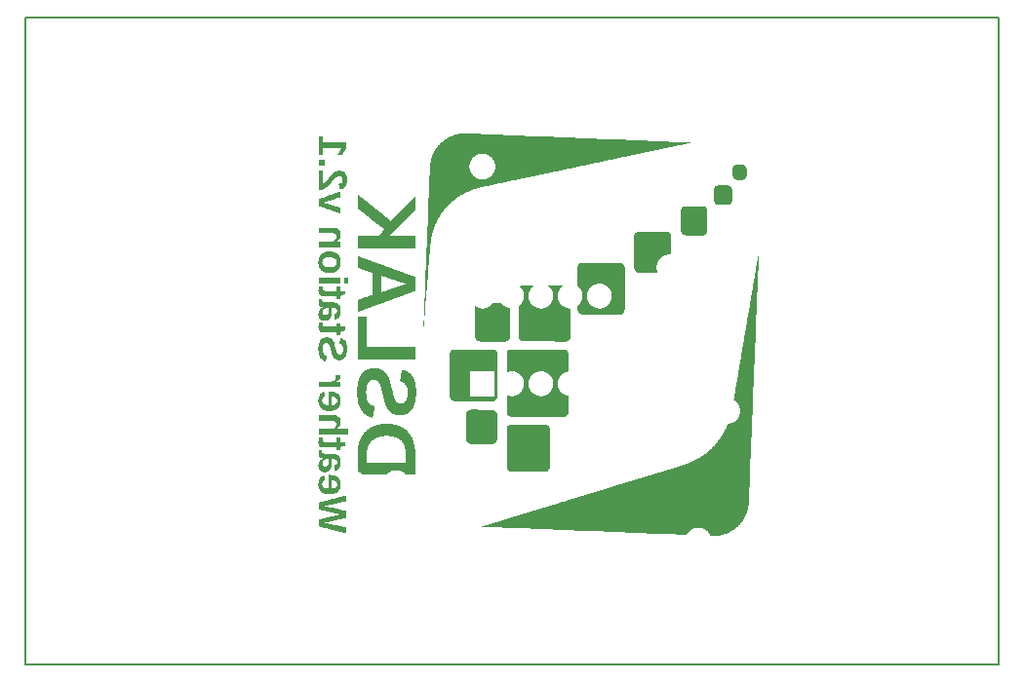
<source format=gbo>
G04 MADE WITH FRITZING*
G04 WWW.FRITZING.ORG*
G04 DOUBLE SIDED*
G04 HOLES PLATED*
G04 CONTOUR ON CENTER OF CONTOUR VECTOR*
%ASAXBY*%
%FSLAX23Y23*%
%MOIN*%
%OFA0B0*%
%SFA1.0B1.0*%
%ADD10R,3.333330X2.222220X3.317330X2.206220*%
%ADD11C,0.008000*%
%ADD12R,0.001000X0.001000*%
%LNSILK0*%
G90*
G70*
G54D11*
X4Y2218D02*
X3329Y2218D01*
X3329Y4D01*
X4Y4D01*
X4Y2218D01*
D02*
G54D12*
X1501Y1821D02*
X1511Y1821D01*
X1490Y1820D02*
X1536Y1820D01*
X1484Y1819D02*
X1561Y1819D01*
X1479Y1818D02*
X1586Y1818D01*
X1475Y1817D02*
X1610Y1817D01*
X1471Y1816D02*
X1635Y1816D01*
X1468Y1815D02*
X1660Y1815D01*
X1465Y1814D02*
X1684Y1814D01*
X1463Y1813D02*
X1709Y1813D01*
X1007Y1812D02*
X1020Y1812D01*
X1460Y1812D02*
X1734Y1812D01*
X1007Y1811D02*
X1020Y1811D01*
X1458Y1811D02*
X1759Y1811D01*
X1007Y1810D02*
X1020Y1810D01*
X1456Y1810D02*
X1783Y1810D01*
X1007Y1809D02*
X1020Y1809D01*
X1454Y1809D02*
X1808Y1809D01*
X1007Y1808D02*
X1020Y1808D01*
X1452Y1808D02*
X1833Y1808D01*
X1007Y1807D02*
X1020Y1807D01*
X1450Y1807D02*
X1857Y1807D01*
X1007Y1806D02*
X1020Y1806D01*
X1448Y1806D02*
X1882Y1806D01*
X1007Y1805D02*
X1020Y1805D01*
X1446Y1805D02*
X1907Y1805D01*
X1007Y1804D02*
X1020Y1804D01*
X1444Y1804D02*
X1932Y1804D01*
X1007Y1803D02*
X1020Y1803D01*
X1443Y1803D02*
X1956Y1803D01*
X1007Y1802D02*
X1020Y1802D01*
X1441Y1802D02*
X1981Y1802D01*
X1007Y1801D02*
X1020Y1801D01*
X1440Y1801D02*
X2006Y1801D01*
X1007Y1800D02*
X1020Y1800D01*
X1438Y1800D02*
X2030Y1800D01*
X1007Y1799D02*
X1020Y1799D01*
X1437Y1799D02*
X2055Y1799D01*
X1007Y1798D02*
X1020Y1798D01*
X1435Y1798D02*
X2080Y1798D01*
X1007Y1797D02*
X1020Y1797D01*
X1434Y1797D02*
X2105Y1797D01*
X1007Y1796D02*
X1020Y1796D01*
X1433Y1796D02*
X2129Y1796D01*
X1007Y1795D02*
X1020Y1795D01*
X1432Y1795D02*
X2154Y1795D01*
X1007Y1794D02*
X1020Y1794D01*
X1430Y1794D02*
X2179Y1794D01*
X1007Y1793D02*
X1020Y1793D01*
X1429Y1793D02*
X2203Y1793D01*
X1007Y1792D02*
X1020Y1792D01*
X1428Y1792D02*
X2228Y1792D01*
X1007Y1791D02*
X1020Y1791D01*
X1427Y1791D02*
X2253Y1791D01*
X1007Y1790D02*
X1101Y1790D01*
X1426Y1790D02*
X2277Y1790D01*
X1007Y1789D02*
X1101Y1789D01*
X1425Y1789D02*
X2277Y1789D01*
X1007Y1788D02*
X1101Y1788D01*
X1424Y1788D02*
X2272Y1788D01*
X1007Y1787D02*
X1101Y1787D01*
X1422Y1787D02*
X2267Y1787D01*
X1007Y1786D02*
X1101Y1786D01*
X1421Y1786D02*
X2263Y1786D01*
X1007Y1785D02*
X1101Y1785D01*
X1420Y1785D02*
X2258Y1785D01*
X1007Y1784D02*
X1101Y1784D01*
X1420Y1784D02*
X2253Y1784D01*
X1007Y1783D02*
X1101Y1783D01*
X1419Y1783D02*
X2249Y1783D01*
X1007Y1782D02*
X1101Y1782D01*
X1418Y1782D02*
X2244Y1782D01*
X1007Y1781D02*
X1101Y1781D01*
X1417Y1781D02*
X2239Y1781D01*
X1007Y1780D02*
X1101Y1780D01*
X1416Y1780D02*
X2234Y1780D01*
X1007Y1779D02*
X1101Y1779D01*
X1415Y1779D02*
X2230Y1779D01*
X1007Y1778D02*
X1101Y1778D01*
X1414Y1778D02*
X2225Y1778D01*
X1007Y1777D02*
X1101Y1777D01*
X1413Y1777D02*
X2220Y1777D01*
X1007Y1776D02*
X1101Y1776D01*
X1413Y1776D02*
X2216Y1776D01*
X1007Y1775D02*
X1101Y1775D01*
X1412Y1775D02*
X2211Y1775D01*
X1007Y1774D02*
X1101Y1774D01*
X1411Y1774D02*
X2206Y1774D01*
X1007Y1773D02*
X1101Y1773D01*
X1410Y1773D02*
X2201Y1773D01*
X1007Y1772D02*
X1101Y1772D01*
X1410Y1772D02*
X2197Y1772D01*
X1007Y1771D02*
X1020Y1771D01*
X1085Y1771D02*
X1100Y1771D01*
X1409Y1771D02*
X2192Y1771D01*
X1007Y1770D02*
X1020Y1770D01*
X1085Y1770D02*
X1099Y1770D01*
X1408Y1770D02*
X2187Y1770D01*
X1007Y1769D02*
X1020Y1769D01*
X1084Y1769D02*
X1099Y1769D01*
X1407Y1769D02*
X2183Y1769D01*
X1007Y1768D02*
X1020Y1768D01*
X1084Y1768D02*
X1098Y1768D01*
X1407Y1768D02*
X2178Y1768D01*
X1007Y1767D02*
X1020Y1767D01*
X1083Y1767D02*
X1097Y1767D01*
X1406Y1767D02*
X2173Y1767D01*
X1007Y1766D02*
X1020Y1766D01*
X1082Y1766D02*
X1097Y1766D01*
X1405Y1766D02*
X2168Y1766D01*
X1007Y1765D02*
X1020Y1765D01*
X1082Y1765D02*
X1096Y1765D01*
X1405Y1765D02*
X2164Y1765D01*
X1007Y1764D02*
X1020Y1764D01*
X1081Y1764D02*
X1095Y1764D01*
X1404Y1764D02*
X2159Y1764D01*
X1007Y1763D02*
X1020Y1763D01*
X1080Y1763D02*
X1095Y1763D01*
X1404Y1763D02*
X2154Y1763D01*
X1007Y1762D02*
X1020Y1762D01*
X1080Y1762D02*
X1094Y1762D01*
X1403Y1762D02*
X2150Y1762D01*
X1007Y1761D02*
X1020Y1761D01*
X1079Y1761D02*
X1094Y1761D01*
X1402Y1761D02*
X2145Y1761D01*
X1007Y1760D02*
X1020Y1760D01*
X1079Y1760D02*
X1093Y1760D01*
X1402Y1760D02*
X2140Y1760D01*
X1007Y1759D02*
X1020Y1759D01*
X1078Y1759D02*
X1092Y1759D01*
X1401Y1759D02*
X2135Y1759D01*
X1007Y1758D02*
X1020Y1758D01*
X1077Y1758D02*
X1092Y1758D01*
X1401Y1758D02*
X2131Y1758D01*
X1007Y1757D02*
X1020Y1757D01*
X1077Y1757D02*
X1091Y1757D01*
X1400Y1757D02*
X2126Y1757D01*
X1007Y1756D02*
X1020Y1756D01*
X1076Y1756D02*
X1090Y1756D01*
X1400Y1756D02*
X2121Y1756D01*
X1007Y1755D02*
X1020Y1755D01*
X1075Y1755D02*
X1090Y1755D01*
X1399Y1755D02*
X2117Y1755D01*
X1007Y1754D02*
X1020Y1754D01*
X1075Y1754D02*
X1089Y1754D01*
X1399Y1754D02*
X2112Y1754D01*
X1007Y1753D02*
X1020Y1753D01*
X1074Y1753D02*
X1088Y1753D01*
X1398Y1753D02*
X2107Y1753D01*
X1007Y1752D02*
X1020Y1752D01*
X1074Y1752D02*
X1088Y1752D01*
X1398Y1752D02*
X2103Y1752D01*
X1007Y1751D02*
X1020Y1751D01*
X1073Y1751D02*
X1087Y1751D01*
X1397Y1751D02*
X1558Y1751D01*
X1573Y1751D02*
X2098Y1751D01*
X1007Y1750D02*
X1020Y1750D01*
X1072Y1750D02*
X1086Y1750D01*
X1397Y1750D02*
X1553Y1750D01*
X1578Y1750D02*
X2093Y1750D01*
X1007Y1749D02*
X1020Y1749D01*
X1072Y1749D02*
X1085Y1749D01*
X1396Y1749D02*
X1550Y1749D01*
X1581Y1749D02*
X2088Y1749D01*
X1396Y1748D02*
X1547Y1748D01*
X1584Y1748D02*
X2084Y1748D01*
X1396Y1747D02*
X1545Y1747D01*
X1586Y1747D02*
X2079Y1747D01*
X1395Y1746D02*
X1544Y1746D01*
X1587Y1746D02*
X2074Y1746D01*
X1395Y1745D02*
X1542Y1745D01*
X1589Y1745D02*
X2070Y1745D01*
X1394Y1744D02*
X1540Y1744D01*
X1591Y1744D02*
X2065Y1744D01*
X1394Y1743D02*
X1539Y1743D01*
X1592Y1743D02*
X2060Y1743D01*
X1394Y1742D02*
X1538Y1742D01*
X1593Y1742D02*
X2055Y1742D01*
X1393Y1741D02*
X1536Y1741D01*
X1595Y1741D02*
X2051Y1741D01*
X1393Y1740D02*
X1535Y1740D01*
X1596Y1740D02*
X2046Y1740D01*
X1393Y1739D02*
X1534Y1739D01*
X1597Y1739D02*
X2041Y1739D01*
X1392Y1738D02*
X1533Y1738D01*
X1598Y1738D02*
X2037Y1738D01*
X1392Y1737D02*
X1532Y1737D01*
X1599Y1737D02*
X2032Y1737D01*
X1392Y1736D02*
X1531Y1736D01*
X1600Y1736D02*
X2027Y1736D01*
X1391Y1735D02*
X1531Y1735D01*
X1600Y1735D02*
X2022Y1735D01*
X1391Y1734D02*
X1530Y1734D01*
X1601Y1734D02*
X2018Y1734D01*
X1391Y1733D02*
X1529Y1733D01*
X1602Y1733D02*
X2013Y1733D01*
X1391Y1732D02*
X1528Y1732D01*
X1603Y1732D02*
X2008Y1732D01*
X1390Y1731D02*
X1528Y1731D01*
X1603Y1731D02*
X2004Y1731D01*
X1390Y1730D02*
X1527Y1730D01*
X1604Y1730D02*
X1999Y1730D01*
X1007Y1729D02*
X1026Y1729D01*
X1390Y1729D02*
X1527Y1729D01*
X1604Y1729D02*
X1994Y1729D01*
X1007Y1728D02*
X1026Y1728D01*
X1390Y1728D02*
X1526Y1728D01*
X1605Y1728D02*
X1989Y1728D01*
X1007Y1727D02*
X1026Y1727D01*
X1389Y1727D02*
X1526Y1727D01*
X1605Y1727D02*
X1985Y1727D01*
X1007Y1726D02*
X1026Y1726D01*
X1389Y1726D02*
X1525Y1726D01*
X1606Y1726D02*
X1980Y1726D01*
X1007Y1725D02*
X1026Y1725D01*
X1389Y1725D02*
X1525Y1725D01*
X1606Y1725D02*
X1975Y1725D01*
X1007Y1724D02*
X1026Y1724D01*
X1389Y1724D02*
X1524Y1724D01*
X1607Y1724D02*
X1971Y1724D01*
X1007Y1723D02*
X1026Y1723D01*
X1389Y1723D02*
X1524Y1723D01*
X1607Y1723D02*
X1966Y1723D01*
X1007Y1722D02*
X1026Y1722D01*
X1388Y1722D02*
X1523Y1722D01*
X1608Y1722D02*
X1961Y1722D01*
X1007Y1721D02*
X1026Y1721D01*
X1388Y1721D02*
X1523Y1721D01*
X1608Y1721D02*
X1956Y1721D01*
X1007Y1720D02*
X1026Y1720D01*
X1388Y1720D02*
X1523Y1720D01*
X1608Y1720D02*
X1952Y1720D01*
X1007Y1719D02*
X1026Y1719D01*
X1388Y1719D02*
X1523Y1719D01*
X1608Y1719D02*
X1947Y1719D01*
X1007Y1718D02*
X1026Y1718D01*
X1388Y1718D02*
X1522Y1718D01*
X1609Y1718D02*
X1942Y1718D01*
X1007Y1717D02*
X1026Y1717D01*
X1388Y1717D02*
X1522Y1717D01*
X1609Y1717D02*
X1938Y1717D01*
X1007Y1716D02*
X1026Y1716D01*
X1388Y1716D02*
X1522Y1716D01*
X1609Y1716D02*
X1933Y1716D01*
X1007Y1715D02*
X1026Y1715D01*
X1387Y1715D02*
X1522Y1715D01*
X1609Y1715D02*
X1928Y1715D01*
X1007Y1714D02*
X1026Y1714D01*
X1387Y1714D02*
X1522Y1714D01*
X1609Y1714D02*
X1924Y1714D01*
X2433Y1714D02*
X2456Y1714D01*
X1007Y1713D02*
X1026Y1713D01*
X1387Y1713D02*
X1521Y1713D01*
X1610Y1713D02*
X1919Y1713D01*
X2430Y1713D02*
X2459Y1713D01*
X1007Y1712D02*
X1026Y1712D01*
X1387Y1712D02*
X1521Y1712D01*
X1610Y1712D02*
X1914Y1712D01*
X2429Y1712D02*
X2460Y1712D01*
X1007Y1711D02*
X1026Y1711D01*
X1387Y1711D02*
X1521Y1711D01*
X1610Y1711D02*
X1909Y1711D01*
X2427Y1711D02*
X2462Y1711D01*
X1387Y1710D02*
X1521Y1710D01*
X1610Y1710D02*
X1905Y1710D01*
X2426Y1710D02*
X2463Y1710D01*
X1387Y1709D02*
X1521Y1709D01*
X1610Y1709D02*
X1900Y1709D01*
X2425Y1709D02*
X2464Y1709D01*
X1387Y1708D02*
X1521Y1708D01*
X1610Y1708D02*
X1895Y1708D01*
X2425Y1708D02*
X2465Y1708D01*
X1387Y1707D02*
X1521Y1707D01*
X1610Y1707D02*
X1891Y1707D01*
X2424Y1707D02*
X2465Y1707D01*
X1387Y1706D02*
X1521Y1706D01*
X1610Y1706D02*
X1886Y1706D01*
X2423Y1706D02*
X2466Y1706D01*
X1387Y1705D02*
X1521Y1705D01*
X1610Y1705D02*
X1881Y1705D01*
X2423Y1705D02*
X2466Y1705D01*
X1387Y1704D02*
X1521Y1704D01*
X1610Y1704D02*
X1876Y1704D01*
X2423Y1704D02*
X2467Y1704D01*
X1387Y1703D02*
X1521Y1703D01*
X1610Y1703D02*
X1872Y1703D01*
X2422Y1703D02*
X2467Y1703D01*
X1387Y1702D02*
X1521Y1702D01*
X1610Y1702D02*
X1867Y1702D01*
X2422Y1702D02*
X2467Y1702D01*
X1386Y1701D02*
X1522Y1701D01*
X1609Y1701D02*
X1862Y1701D01*
X2422Y1701D02*
X2468Y1701D01*
X1386Y1700D02*
X1522Y1700D01*
X1609Y1700D02*
X1858Y1700D01*
X2422Y1700D02*
X2468Y1700D01*
X1386Y1699D02*
X1522Y1699D01*
X1609Y1699D02*
X1853Y1699D01*
X2422Y1699D02*
X2468Y1699D01*
X1386Y1698D02*
X1522Y1698D01*
X1609Y1698D02*
X1848Y1698D01*
X2422Y1698D02*
X2468Y1698D01*
X1386Y1697D02*
X1522Y1697D01*
X1609Y1697D02*
X1843Y1697D01*
X2422Y1697D02*
X2468Y1697D01*
X1386Y1696D02*
X1523Y1696D01*
X1608Y1696D02*
X1839Y1696D01*
X2422Y1696D02*
X2468Y1696D01*
X1007Y1695D02*
X1021Y1695D01*
X1386Y1695D02*
X1523Y1695D01*
X1608Y1695D02*
X1834Y1695D01*
X2422Y1695D02*
X2468Y1695D01*
X1007Y1694D02*
X1021Y1694D01*
X1386Y1694D02*
X1523Y1694D01*
X1608Y1694D02*
X1829Y1694D01*
X2422Y1694D02*
X2468Y1694D01*
X1007Y1693D02*
X1021Y1693D01*
X1070Y1693D02*
X1083Y1693D01*
X1386Y1693D02*
X1524Y1693D01*
X1607Y1693D02*
X1825Y1693D01*
X2422Y1693D02*
X2468Y1693D01*
X1007Y1692D02*
X1021Y1692D01*
X1067Y1692D02*
X1086Y1692D01*
X1386Y1692D02*
X1524Y1692D01*
X1607Y1692D02*
X1820Y1692D01*
X2422Y1692D02*
X2468Y1692D01*
X1007Y1691D02*
X1021Y1691D01*
X1064Y1691D02*
X1089Y1691D01*
X1386Y1691D02*
X1524Y1691D01*
X1607Y1691D02*
X1815Y1691D01*
X2422Y1691D02*
X2468Y1691D01*
X1007Y1690D02*
X1021Y1690D01*
X1063Y1690D02*
X1090Y1690D01*
X1386Y1690D02*
X1525Y1690D01*
X1606Y1690D02*
X1810Y1690D01*
X2422Y1690D02*
X2468Y1690D01*
X1007Y1689D02*
X1021Y1689D01*
X1061Y1689D02*
X1092Y1689D01*
X1386Y1689D02*
X1525Y1689D01*
X1606Y1689D02*
X1806Y1689D01*
X2422Y1689D02*
X2468Y1689D01*
X1007Y1688D02*
X1021Y1688D01*
X1059Y1688D02*
X1093Y1688D01*
X1386Y1688D02*
X1526Y1688D01*
X1605Y1688D02*
X1801Y1688D01*
X2422Y1688D02*
X2468Y1688D01*
X1007Y1687D02*
X1021Y1687D01*
X1058Y1687D02*
X1094Y1687D01*
X1386Y1687D02*
X1526Y1687D01*
X1605Y1687D02*
X1796Y1687D01*
X2422Y1687D02*
X2468Y1687D01*
X1007Y1686D02*
X1021Y1686D01*
X1057Y1686D02*
X1095Y1686D01*
X1386Y1686D02*
X1527Y1686D01*
X1604Y1686D02*
X1792Y1686D01*
X2422Y1686D02*
X2468Y1686D01*
X1007Y1685D02*
X1021Y1685D01*
X1055Y1685D02*
X1096Y1685D01*
X1386Y1685D02*
X1527Y1685D01*
X1604Y1685D02*
X1787Y1685D01*
X2422Y1685D02*
X2468Y1685D01*
X1007Y1684D02*
X1021Y1684D01*
X1054Y1684D02*
X1097Y1684D01*
X1386Y1684D02*
X1528Y1684D01*
X1603Y1684D02*
X1782Y1684D01*
X2422Y1684D02*
X2468Y1684D01*
X1007Y1683D02*
X1021Y1683D01*
X1053Y1683D02*
X1097Y1683D01*
X1386Y1683D02*
X1529Y1683D01*
X1602Y1683D02*
X1777Y1683D01*
X2422Y1683D02*
X2468Y1683D01*
X1007Y1682D02*
X1021Y1682D01*
X1052Y1682D02*
X1098Y1682D01*
X1386Y1682D02*
X1529Y1682D01*
X1602Y1682D02*
X1773Y1682D01*
X2422Y1682D02*
X2468Y1682D01*
X1007Y1681D02*
X1021Y1681D01*
X1051Y1681D02*
X1099Y1681D01*
X1386Y1681D02*
X1530Y1681D01*
X1601Y1681D02*
X1768Y1681D01*
X2422Y1681D02*
X2468Y1681D01*
X1007Y1680D02*
X1021Y1680D01*
X1050Y1680D02*
X1099Y1680D01*
X1386Y1680D02*
X1531Y1680D01*
X1600Y1680D02*
X1763Y1680D01*
X2422Y1680D02*
X2468Y1680D01*
X1007Y1679D02*
X1021Y1679D01*
X1049Y1679D02*
X1100Y1679D01*
X1386Y1679D02*
X1532Y1679D01*
X1599Y1679D02*
X1759Y1679D01*
X2422Y1679D02*
X2468Y1679D01*
X1007Y1678D02*
X1021Y1678D01*
X1049Y1678D02*
X1100Y1678D01*
X1386Y1678D02*
X1533Y1678D01*
X1598Y1678D02*
X1754Y1678D01*
X2422Y1678D02*
X2468Y1678D01*
X1007Y1677D02*
X1021Y1677D01*
X1048Y1677D02*
X1100Y1677D01*
X1386Y1677D02*
X1533Y1677D01*
X1598Y1677D02*
X1749Y1677D01*
X2422Y1677D02*
X2468Y1677D01*
X1007Y1676D02*
X1021Y1676D01*
X1047Y1676D02*
X1101Y1676D01*
X1385Y1676D02*
X1534Y1676D01*
X1596Y1676D02*
X1745Y1676D01*
X2422Y1676D02*
X2468Y1676D01*
X1007Y1675D02*
X1021Y1675D01*
X1046Y1675D02*
X1101Y1675D01*
X1385Y1675D02*
X1536Y1675D01*
X1595Y1675D02*
X1740Y1675D01*
X2422Y1675D02*
X2467Y1675D01*
X1007Y1674D02*
X1021Y1674D01*
X1045Y1674D02*
X1072Y1674D01*
X1080Y1674D02*
X1101Y1674D01*
X1385Y1674D02*
X1537Y1674D01*
X1594Y1674D02*
X1735Y1674D01*
X2422Y1674D02*
X2467Y1674D01*
X1007Y1673D02*
X1021Y1673D01*
X1044Y1673D02*
X1069Y1673D01*
X1083Y1673D02*
X1102Y1673D01*
X1385Y1673D02*
X1538Y1673D01*
X1593Y1673D02*
X1730Y1673D01*
X2423Y1673D02*
X2467Y1673D01*
X1007Y1672D02*
X1021Y1672D01*
X1044Y1672D02*
X1067Y1672D01*
X1084Y1672D02*
X1102Y1672D01*
X1385Y1672D02*
X1539Y1672D01*
X1592Y1672D02*
X1726Y1672D01*
X2423Y1672D02*
X2466Y1672D01*
X1007Y1671D02*
X1021Y1671D01*
X1043Y1671D02*
X1066Y1671D01*
X1086Y1671D02*
X1102Y1671D01*
X1385Y1671D02*
X1541Y1671D01*
X1590Y1671D02*
X1721Y1671D01*
X2424Y1671D02*
X2466Y1671D01*
X1007Y1670D02*
X1021Y1670D01*
X1042Y1670D02*
X1064Y1670D01*
X1086Y1670D02*
X1102Y1670D01*
X1385Y1670D02*
X1542Y1670D01*
X1589Y1670D02*
X1716Y1670D01*
X2424Y1670D02*
X2465Y1670D01*
X1007Y1669D02*
X1021Y1669D01*
X1041Y1669D02*
X1063Y1669D01*
X1087Y1669D02*
X1102Y1669D01*
X1385Y1669D02*
X1544Y1669D01*
X1587Y1669D02*
X1712Y1669D01*
X2425Y1669D02*
X2465Y1669D01*
X1007Y1668D02*
X1021Y1668D01*
X1040Y1668D02*
X1062Y1668D01*
X1087Y1668D02*
X1102Y1668D01*
X1385Y1668D02*
X1546Y1668D01*
X1585Y1668D02*
X1707Y1668D01*
X2426Y1668D02*
X2464Y1668D01*
X1007Y1667D02*
X1021Y1667D01*
X1040Y1667D02*
X1061Y1667D01*
X1088Y1667D02*
X1102Y1667D01*
X1385Y1667D02*
X1548Y1667D01*
X1583Y1667D02*
X1702Y1667D01*
X2426Y1667D02*
X2463Y1667D01*
X1007Y1666D02*
X1021Y1666D01*
X1039Y1666D02*
X1060Y1666D01*
X1088Y1666D02*
X1103Y1666D01*
X1385Y1666D02*
X1551Y1666D01*
X1580Y1666D02*
X1697Y1666D01*
X2428Y1666D02*
X2462Y1666D01*
X1007Y1665D02*
X1021Y1665D01*
X1038Y1665D02*
X1059Y1665D01*
X1088Y1665D02*
X1103Y1665D01*
X1385Y1665D02*
X1555Y1665D01*
X1576Y1665D02*
X1693Y1665D01*
X2429Y1665D02*
X2461Y1665D01*
X1007Y1664D02*
X1021Y1664D01*
X1037Y1664D02*
X1058Y1664D01*
X1088Y1664D02*
X1103Y1664D01*
X1385Y1664D02*
X1560Y1664D01*
X1571Y1664D02*
X1688Y1664D01*
X2431Y1664D02*
X2459Y1664D01*
X1007Y1663D02*
X1021Y1663D01*
X1036Y1663D02*
X1057Y1663D01*
X1088Y1663D02*
X1103Y1663D01*
X1385Y1663D02*
X1683Y1663D01*
X2434Y1663D02*
X2456Y1663D01*
X1007Y1662D02*
X1021Y1662D01*
X1035Y1662D02*
X1056Y1662D01*
X1088Y1662D02*
X1103Y1662D01*
X1385Y1662D02*
X1679Y1662D01*
X1007Y1661D02*
X1021Y1661D01*
X1035Y1661D02*
X1055Y1661D01*
X1088Y1661D02*
X1103Y1661D01*
X1385Y1661D02*
X1674Y1661D01*
X1007Y1660D02*
X1021Y1660D01*
X1034Y1660D02*
X1054Y1660D01*
X1088Y1660D02*
X1103Y1660D01*
X1385Y1660D02*
X1669Y1660D01*
X1007Y1659D02*
X1021Y1659D01*
X1033Y1659D02*
X1054Y1659D01*
X1088Y1659D02*
X1103Y1659D01*
X1385Y1659D02*
X1664Y1659D01*
X1007Y1658D02*
X1021Y1658D01*
X1032Y1658D02*
X1053Y1658D01*
X1088Y1658D02*
X1103Y1658D01*
X1385Y1658D02*
X1660Y1658D01*
X1007Y1657D02*
X1021Y1657D01*
X1031Y1657D02*
X1052Y1657D01*
X1088Y1657D02*
X1102Y1657D01*
X1385Y1657D02*
X1655Y1657D01*
X1007Y1656D02*
X1021Y1656D01*
X1030Y1656D02*
X1051Y1656D01*
X1087Y1656D02*
X1102Y1656D01*
X1385Y1656D02*
X1650Y1656D01*
X1007Y1655D02*
X1021Y1655D01*
X1029Y1655D02*
X1050Y1655D01*
X1087Y1655D02*
X1102Y1655D01*
X1385Y1655D02*
X1646Y1655D01*
X1007Y1654D02*
X1021Y1654D01*
X1027Y1654D02*
X1049Y1654D01*
X1086Y1654D02*
X1102Y1654D01*
X1385Y1654D02*
X1641Y1654D01*
X1007Y1653D02*
X1021Y1653D01*
X1026Y1653D02*
X1048Y1653D01*
X1086Y1653D02*
X1102Y1653D01*
X1385Y1653D02*
X1636Y1653D01*
X1007Y1652D02*
X1021Y1652D01*
X1024Y1652D02*
X1047Y1652D01*
X1085Y1652D02*
X1102Y1652D01*
X1385Y1652D02*
X1631Y1652D01*
X1007Y1651D02*
X1047Y1651D01*
X1083Y1651D02*
X1102Y1651D01*
X1384Y1651D02*
X1627Y1651D01*
X1007Y1650D02*
X1046Y1650D01*
X1081Y1650D02*
X1101Y1650D01*
X1384Y1650D02*
X1622Y1650D01*
X1007Y1649D02*
X1045Y1649D01*
X1078Y1649D02*
X1101Y1649D01*
X1384Y1649D02*
X1617Y1649D01*
X1007Y1648D02*
X1044Y1648D01*
X1075Y1648D02*
X1101Y1648D01*
X1384Y1648D02*
X1613Y1648D01*
X1007Y1647D02*
X1043Y1647D01*
X1075Y1647D02*
X1100Y1647D01*
X1384Y1647D02*
X1608Y1647D01*
X1007Y1646D02*
X1042Y1646D01*
X1075Y1646D02*
X1100Y1646D01*
X1384Y1646D02*
X1603Y1646D01*
X1007Y1645D02*
X1041Y1645D01*
X1076Y1645D02*
X1099Y1645D01*
X1384Y1645D02*
X1598Y1645D01*
X1007Y1644D02*
X1040Y1644D01*
X1076Y1644D02*
X1099Y1644D01*
X1384Y1644D02*
X1594Y1644D01*
X1007Y1643D02*
X1039Y1643D01*
X1076Y1643D02*
X1098Y1643D01*
X1384Y1643D02*
X1589Y1643D01*
X2369Y1643D02*
X2406Y1643D01*
X1007Y1642D02*
X1038Y1642D01*
X1076Y1642D02*
X1098Y1642D01*
X1384Y1642D02*
X1584Y1642D01*
X2366Y1642D02*
X2409Y1642D01*
X1007Y1641D02*
X1037Y1641D01*
X1076Y1641D02*
X1097Y1641D01*
X1384Y1641D02*
X1580Y1641D01*
X2364Y1641D02*
X2411Y1641D01*
X1007Y1640D02*
X1036Y1640D01*
X1076Y1640D02*
X1096Y1640D01*
X1384Y1640D02*
X1575Y1640D01*
X2363Y1640D02*
X2412Y1640D01*
X1007Y1639D02*
X1035Y1639D01*
X1076Y1639D02*
X1096Y1639D01*
X1384Y1639D02*
X1570Y1639D01*
X2362Y1639D02*
X2413Y1639D01*
X1007Y1638D02*
X1034Y1638D01*
X1076Y1638D02*
X1095Y1638D01*
X1384Y1638D02*
X1566Y1638D01*
X2361Y1638D02*
X2414Y1638D01*
X1007Y1637D02*
X1033Y1637D01*
X1076Y1637D02*
X1094Y1637D01*
X1384Y1637D02*
X1561Y1637D01*
X2360Y1637D02*
X2415Y1637D01*
X1007Y1636D02*
X1031Y1636D01*
X1076Y1636D02*
X1093Y1636D01*
X1384Y1636D02*
X1557Y1636D01*
X2360Y1636D02*
X2416Y1636D01*
X1007Y1635D02*
X1030Y1635D01*
X1076Y1635D02*
X1091Y1635D01*
X1384Y1635D02*
X1553Y1635D01*
X2359Y1635D02*
X2416Y1635D01*
X1007Y1634D02*
X1029Y1634D01*
X1076Y1634D02*
X1090Y1634D01*
X1384Y1634D02*
X1550Y1634D01*
X2359Y1634D02*
X2417Y1634D01*
X1007Y1633D02*
X1027Y1633D01*
X1076Y1633D02*
X1088Y1633D01*
X1384Y1633D02*
X1546Y1633D01*
X2358Y1633D02*
X2417Y1633D01*
X1007Y1632D02*
X1026Y1632D01*
X1076Y1632D02*
X1086Y1632D01*
X1384Y1632D02*
X1543Y1632D01*
X2358Y1632D02*
X2417Y1632D01*
X1007Y1631D02*
X1024Y1631D01*
X1076Y1631D02*
X1084Y1631D01*
X1384Y1631D02*
X1540Y1631D01*
X2358Y1631D02*
X2418Y1631D01*
X1007Y1630D02*
X1022Y1630D01*
X1076Y1630D02*
X1080Y1630D01*
X1384Y1630D02*
X1537Y1630D01*
X2358Y1630D02*
X2418Y1630D01*
X1007Y1629D02*
X1020Y1629D01*
X1384Y1629D02*
X1534Y1629D01*
X2358Y1629D02*
X2418Y1629D01*
X1384Y1628D02*
X1531Y1628D01*
X2357Y1628D02*
X2418Y1628D01*
X1383Y1627D02*
X1528Y1627D01*
X2357Y1627D02*
X2418Y1627D01*
X1383Y1626D02*
X1526Y1626D01*
X2357Y1626D02*
X2418Y1626D01*
X1383Y1625D02*
X1523Y1625D01*
X2357Y1625D02*
X2418Y1625D01*
X1383Y1624D02*
X1521Y1624D01*
X2357Y1624D02*
X2418Y1624D01*
X1383Y1623D02*
X1518Y1623D01*
X2357Y1623D02*
X2418Y1623D01*
X1078Y1622D02*
X1079Y1622D01*
X1383Y1622D02*
X1516Y1622D01*
X2357Y1622D02*
X2418Y1622D01*
X1075Y1621D02*
X1079Y1621D01*
X1383Y1621D02*
X1514Y1621D01*
X2357Y1621D02*
X2418Y1621D01*
X1072Y1620D02*
X1079Y1620D01*
X1383Y1620D02*
X1512Y1620D01*
X2357Y1620D02*
X2418Y1620D01*
X1070Y1619D02*
X1079Y1619D01*
X1383Y1619D02*
X1510Y1619D01*
X2357Y1619D02*
X2418Y1619D01*
X1067Y1618D02*
X1079Y1618D01*
X1383Y1618D02*
X1508Y1618D01*
X2357Y1618D02*
X2418Y1618D01*
X1064Y1617D02*
X1079Y1617D01*
X1383Y1617D02*
X1506Y1617D01*
X2357Y1617D02*
X2418Y1617D01*
X1061Y1616D02*
X1079Y1616D01*
X1383Y1616D02*
X1504Y1616D01*
X2357Y1616D02*
X2418Y1616D01*
X1059Y1615D02*
X1079Y1615D01*
X1383Y1615D02*
X1502Y1615D01*
X2357Y1615D02*
X2418Y1615D01*
X1056Y1614D02*
X1079Y1614D01*
X1383Y1614D02*
X1500Y1614D01*
X2357Y1614D02*
X2418Y1614D01*
X1053Y1613D02*
X1079Y1613D01*
X1383Y1613D02*
X1498Y1613D01*
X2357Y1613D02*
X2418Y1613D01*
X1051Y1612D02*
X1079Y1612D01*
X1383Y1612D02*
X1496Y1612D01*
X2357Y1612D02*
X2418Y1612D01*
X1048Y1611D02*
X1079Y1611D01*
X1140Y1611D02*
X1140Y1611D01*
X1383Y1611D02*
X1494Y1611D01*
X2357Y1611D02*
X2418Y1611D01*
X1045Y1610D02*
X1079Y1610D01*
X1140Y1610D02*
X1142Y1610D01*
X1383Y1610D02*
X1493Y1610D01*
X2357Y1610D02*
X2418Y1610D01*
X1042Y1609D02*
X1079Y1609D01*
X1140Y1609D02*
X1143Y1609D01*
X1383Y1609D02*
X1491Y1609D01*
X2357Y1609D02*
X2418Y1609D01*
X1040Y1608D02*
X1079Y1608D01*
X1140Y1608D02*
X1144Y1608D01*
X1383Y1608D02*
X1489Y1608D01*
X2357Y1608D02*
X2418Y1608D01*
X1037Y1607D02*
X1079Y1607D01*
X1140Y1607D02*
X1145Y1607D01*
X1383Y1607D02*
X1488Y1607D01*
X2357Y1607D02*
X2418Y1607D01*
X1034Y1606D02*
X1079Y1606D01*
X1140Y1606D02*
X1147Y1606D01*
X1383Y1606D02*
X1486Y1606D01*
X2357Y1606D02*
X2418Y1606D01*
X1032Y1605D02*
X1079Y1605D01*
X1140Y1605D02*
X1148Y1605D01*
X1383Y1605D02*
X1485Y1605D01*
X2357Y1605D02*
X2418Y1605D01*
X1029Y1604D02*
X1079Y1604D01*
X1140Y1604D02*
X1149Y1604D01*
X1335Y1604D02*
X1335Y1604D01*
X1383Y1604D02*
X1483Y1604D01*
X2357Y1604D02*
X2418Y1604D01*
X1026Y1603D02*
X1079Y1603D01*
X1140Y1603D02*
X1150Y1603D01*
X1334Y1603D02*
X1335Y1603D01*
X1383Y1603D02*
X1481Y1603D01*
X2357Y1603D02*
X2418Y1603D01*
X1023Y1602D02*
X1076Y1602D01*
X1140Y1602D02*
X1152Y1602D01*
X1333Y1602D02*
X1335Y1602D01*
X1382Y1602D02*
X1480Y1602D01*
X2357Y1602D02*
X2418Y1602D01*
X1021Y1601D02*
X1073Y1601D01*
X1140Y1601D02*
X1153Y1601D01*
X1332Y1601D02*
X1335Y1601D01*
X1382Y1601D02*
X1479Y1601D01*
X2357Y1601D02*
X2418Y1601D01*
X1018Y1600D02*
X1070Y1600D01*
X1140Y1600D02*
X1154Y1600D01*
X1331Y1600D02*
X1335Y1600D01*
X1382Y1600D02*
X1477Y1600D01*
X2357Y1600D02*
X2418Y1600D01*
X1015Y1599D02*
X1067Y1599D01*
X1140Y1599D02*
X1155Y1599D01*
X1330Y1599D02*
X1335Y1599D01*
X1382Y1599D02*
X1476Y1599D01*
X2357Y1599D02*
X2418Y1599D01*
X1013Y1598D02*
X1064Y1598D01*
X1140Y1598D02*
X1157Y1598D01*
X1329Y1598D02*
X1335Y1598D01*
X1382Y1598D02*
X1474Y1598D01*
X2357Y1598D02*
X2418Y1598D01*
X1010Y1597D02*
X1061Y1597D01*
X1140Y1597D02*
X1158Y1597D01*
X1328Y1597D02*
X1335Y1597D01*
X1382Y1597D02*
X1473Y1597D01*
X2357Y1597D02*
X2418Y1597D01*
X1007Y1596D02*
X1058Y1596D01*
X1140Y1596D02*
X1159Y1596D01*
X1327Y1596D02*
X1335Y1596D01*
X1382Y1596D02*
X1472Y1596D01*
X2357Y1596D02*
X2418Y1596D01*
X1007Y1595D02*
X1055Y1595D01*
X1140Y1595D02*
X1160Y1595D01*
X1326Y1595D02*
X1335Y1595D01*
X1382Y1595D02*
X1470Y1595D01*
X2357Y1595D02*
X2418Y1595D01*
X1007Y1594D02*
X1051Y1594D01*
X1140Y1594D02*
X1162Y1594D01*
X1325Y1594D02*
X1335Y1594D01*
X1382Y1594D02*
X1469Y1594D01*
X2357Y1594D02*
X2418Y1594D01*
X1007Y1593D02*
X1048Y1593D01*
X1140Y1593D02*
X1163Y1593D01*
X1324Y1593D02*
X1335Y1593D01*
X1382Y1593D02*
X1468Y1593D01*
X2357Y1593D02*
X2418Y1593D01*
X1007Y1592D02*
X1045Y1592D01*
X1140Y1592D02*
X1164Y1592D01*
X1323Y1592D02*
X1335Y1592D01*
X1382Y1592D02*
X1467Y1592D01*
X2357Y1592D02*
X2418Y1592D01*
X1007Y1591D02*
X1042Y1591D01*
X1140Y1591D02*
X1165Y1591D01*
X1322Y1591D02*
X1335Y1591D01*
X1382Y1591D02*
X1465Y1591D01*
X2358Y1591D02*
X2418Y1591D01*
X1007Y1590D02*
X1039Y1590D01*
X1140Y1590D02*
X1167Y1590D01*
X1321Y1590D02*
X1335Y1590D01*
X1382Y1590D02*
X1464Y1590D01*
X2358Y1590D02*
X2418Y1590D01*
X1007Y1589D02*
X1036Y1589D01*
X1140Y1589D02*
X1168Y1589D01*
X1320Y1589D02*
X1335Y1589D01*
X1382Y1589D02*
X1463Y1589D01*
X2358Y1589D02*
X2418Y1589D01*
X1007Y1588D02*
X1033Y1588D01*
X1140Y1588D02*
X1169Y1588D01*
X1319Y1588D02*
X1335Y1588D01*
X1382Y1588D02*
X1462Y1588D01*
X2358Y1588D02*
X2417Y1588D01*
X1007Y1587D02*
X1030Y1587D01*
X1140Y1587D02*
X1170Y1587D01*
X1318Y1587D02*
X1335Y1587D01*
X1382Y1587D02*
X1461Y1587D01*
X2358Y1587D02*
X2417Y1587D01*
X1007Y1586D02*
X1026Y1586D01*
X1140Y1586D02*
X1172Y1586D01*
X1317Y1586D02*
X1335Y1586D01*
X1382Y1586D02*
X1459Y1586D01*
X2359Y1586D02*
X2417Y1586D01*
X1007Y1585D02*
X1023Y1585D01*
X1140Y1585D02*
X1173Y1585D01*
X1316Y1585D02*
X1335Y1585D01*
X1382Y1585D02*
X1458Y1585D01*
X2359Y1585D02*
X2416Y1585D01*
X1007Y1584D02*
X1023Y1584D01*
X1140Y1584D02*
X1174Y1584D01*
X1315Y1584D02*
X1335Y1584D01*
X1382Y1584D02*
X1457Y1584D01*
X2360Y1584D02*
X2416Y1584D01*
X1007Y1583D02*
X1026Y1583D01*
X1140Y1583D02*
X1175Y1583D01*
X1314Y1583D02*
X1335Y1583D01*
X1382Y1583D02*
X1456Y1583D01*
X2360Y1583D02*
X2415Y1583D01*
X1007Y1582D02*
X1030Y1582D01*
X1140Y1582D02*
X1177Y1582D01*
X1313Y1582D02*
X1335Y1582D01*
X1382Y1582D02*
X1455Y1582D01*
X2361Y1582D02*
X2415Y1582D01*
X1007Y1581D02*
X1034Y1581D01*
X1140Y1581D02*
X1178Y1581D01*
X1312Y1581D02*
X1335Y1581D01*
X1382Y1581D02*
X1454Y1581D01*
X2362Y1581D02*
X2414Y1581D01*
X1007Y1580D02*
X1037Y1580D01*
X1140Y1580D02*
X1179Y1580D01*
X1311Y1580D02*
X1335Y1580D01*
X1382Y1580D02*
X1453Y1580D01*
X2363Y1580D02*
X2413Y1580D01*
X1007Y1579D02*
X1040Y1579D01*
X1140Y1579D02*
X1180Y1579D01*
X1310Y1579D02*
X1335Y1579D01*
X1382Y1579D02*
X1452Y1579D01*
X2364Y1579D02*
X2412Y1579D01*
X1007Y1578D02*
X1044Y1578D01*
X1140Y1578D02*
X1182Y1578D01*
X1309Y1578D02*
X1335Y1578D01*
X1382Y1578D02*
X1451Y1578D01*
X2366Y1578D02*
X2410Y1578D01*
X1007Y1577D02*
X1047Y1577D01*
X1140Y1577D02*
X1183Y1577D01*
X1308Y1577D02*
X1335Y1577D01*
X1381Y1577D02*
X1450Y1577D01*
X2368Y1577D02*
X2408Y1577D01*
X1007Y1576D02*
X1050Y1576D01*
X1140Y1576D02*
X1184Y1576D01*
X1307Y1576D02*
X1335Y1576D01*
X1381Y1576D02*
X1449Y1576D01*
X1007Y1575D02*
X1053Y1575D01*
X1140Y1575D02*
X1185Y1575D01*
X1306Y1575D02*
X1335Y1575D01*
X1381Y1575D02*
X1448Y1575D01*
X1007Y1574D02*
X1056Y1574D01*
X1140Y1574D02*
X1187Y1574D01*
X1305Y1574D02*
X1335Y1574D01*
X1381Y1574D02*
X1447Y1574D01*
X1007Y1573D02*
X1060Y1573D01*
X1140Y1573D02*
X1188Y1573D01*
X1304Y1573D02*
X1335Y1573D01*
X1381Y1573D02*
X1446Y1573D01*
X1009Y1572D02*
X1063Y1572D01*
X1140Y1572D02*
X1189Y1572D01*
X1303Y1572D02*
X1335Y1572D01*
X1381Y1572D02*
X1445Y1572D01*
X2257Y1572D02*
X2302Y1572D01*
X1012Y1571D02*
X1066Y1571D01*
X1140Y1571D02*
X1190Y1571D01*
X1302Y1571D02*
X1335Y1571D01*
X1381Y1571D02*
X1444Y1571D01*
X2254Y1571D02*
X2324Y1571D01*
X1015Y1570D02*
X1069Y1570D01*
X1140Y1570D02*
X1192Y1570D01*
X1302Y1570D02*
X1335Y1570D01*
X1381Y1570D02*
X1443Y1570D01*
X2252Y1570D02*
X2326Y1570D01*
X1018Y1569D02*
X1072Y1569D01*
X1140Y1569D02*
X1193Y1569D01*
X1301Y1569D02*
X1335Y1569D01*
X1381Y1569D02*
X1442Y1569D01*
X2251Y1569D02*
X2328Y1569D01*
X1021Y1568D02*
X1076Y1568D01*
X1140Y1568D02*
X1194Y1568D01*
X1300Y1568D02*
X1335Y1568D01*
X1381Y1568D02*
X1441Y1568D01*
X2249Y1568D02*
X2329Y1568D01*
X1023Y1567D02*
X1079Y1567D01*
X1140Y1567D02*
X1195Y1567D01*
X1299Y1567D02*
X1335Y1567D01*
X1381Y1567D02*
X1440Y1567D01*
X2249Y1567D02*
X2330Y1567D01*
X1026Y1566D02*
X1079Y1566D01*
X1140Y1566D02*
X1197Y1566D01*
X1298Y1566D02*
X1335Y1566D01*
X1381Y1566D02*
X1440Y1566D01*
X2248Y1566D02*
X2331Y1566D01*
X1029Y1565D02*
X1079Y1565D01*
X1140Y1565D02*
X1198Y1565D01*
X1297Y1565D02*
X1335Y1565D01*
X1381Y1565D02*
X1439Y1565D01*
X2247Y1565D02*
X2332Y1565D01*
X1032Y1564D02*
X1079Y1564D01*
X1140Y1564D02*
X1199Y1564D01*
X1296Y1564D02*
X1335Y1564D01*
X1381Y1564D02*
X1438Y1564D01*
X2246Y1564D02*
X2332Y1564D01*
X1035Y1563D02*
X1079Y1563D01*
X1141Y1563D02*
X1200Y1563D01*
X1295Y1563D02*
X1335Y1563D01*
X1381Y1563D02*
X1437Y1563D01*
X2246Y1563D02*
X2333Y1563D01*
X1037Y1562D02*
X1079Y1562D01*
X1142Y1562D02*
X1202Y1562D01*
X1294Y1562D02*
X1335Y1562D01*
X1381Y1562D02*
X1436Y1562D01*
X2246Y1562D02*
X2333Y1562D01*
X1040Y1561D02*
X1079Y1561D01*
X1144Y1561D02*
X1203Y1561D01*
X1293Y1561D02*
X1335Y1561D01*
X1381Y1561D02*
X1435Y1561D01*
X2245Y1561D02*
X2333Y1561D01*
X1043Y1560D02*
X1079Y1560D01*
X1145Y1560D02*
X1204Y1560D01*
X1292Y1560D02*
X1335Y1560D01*
X1381Y1560D02*
X1435Y1560D01*
X2245Y1560D02*
X2334Y1560D01*
X1046Y1559D02*
X1079Y1559D01*
X1146Y1559D02*
X1205Y1559D01*
X1291Y1559D02*
X1335Y1559D01*
X1381Y1559D02*
X1434Y1559D01*
X2245Y1559D02*
X2334Y1559D01*
X1049Y1558D02*
X1079Y1558D01*
X1147Y1558D02*
X1207Y1558D01*
X1290Y1558D02*
X1335Y1558D01*
X1381Y1558D02*
X1433Y1558D01*
X2245Y1558D02*
X2334Y1558D01*
X1051Y1557D02*
X1079Y1557D01*
X1149Y1557D02*
X1208Y1557D01*
X1289Y1557D02*
X1335Y1557D01*
X1381Y1557D02*
X1432Y1557D01*
X2245Y1557D02*
X2334Y1557D01*
X1054Y1556D02*
X1079Y1556D01*
X1150Y1556D02*
X1209Y1556D01*
X1288Y1556D02*
X1334Y1556D01*
X1381Y1556D02*
X1432Y1556D01*
X2245Y1556D02*
X2334Y1556D01*
X1057Y1555D02*
X1079Y1555D01*
X1151Y1555D02*
X1210Y1555D01*
X1287Y1555D02*
X1333Y1555D01*
X1381Y1555D02*
X1431Y1555D01*
X2244Y1555D02*
X2334Y1555D01*
X1060Y1554D02*
X1079Y1554D01*
X1153Y1554D02*
X1212Y1554D01*
X1286Y1554D02*
X1332Y1554D01*
X1381Y1554D02*
X1430Y1554D01*
X2244Y1554D02*
X2334Y1554D01*
X1063Y1553D02*
X1079Y1553D01*
X1154Y1553D02*
X1213Y1553D01*
X1285Y1553D02*
X1331Y1553D01*
X1380Y1553D02*
X1429Y1553D01*
X2244Y1553D02*
X2334Y1553D01*
X1065Y1552D02*
X1079Y1552D01*
X1155Y1552D02*
X1214Y1552D01*
X1284Y1552D02*
X1330Y1552D01*
X1380Y1552D02*
X1429Y1552D01*
X2244Y1552D02*
X2334Y1552D01*
X1068Y1551D02*
X1079Y1551D01*
X1156Y1551D02*
X1215Y1551D01*
X1283Y1551D02*
X1329Y1551D01*
X1380Y1551D02*
X1428Y1551D01*
X2244Y1551D02*
X2334Y1551D01*
X1071Y1550D02*
X1079Y1550D01*
X1158Y1550D02*
X1217Y1550D01*
X1282Y1550D02*
X1328Y1550D01*
X1380Y1550D02*
X1427Y1550D01*
X2244Y1550D02*
X2334Y1550D01*
X1074Y1549D02*
X1079Y1549D01*
X1159Y1549D02*
X1218Y1549D01*
X1281Y1549D02*
X1327Y1549D01*
X1380Y1549D02*
X1426Y1549D01*
X2244Y1549D02*
X2334Y1549D01*
X1077Y1548D02*
X1079Y1548D01*
X1160Y1548D02*
X1219Y1548D01*
X1280Y1548D02*
X1326Y1548D01*
X1380Y1548D02*
X1426Y1548D01*
X2244Y1548D02*
X2334Y1548D01*
X1079Y1547D02*
X1079Y1547D01*
X1162Y1547D02*
X1220Y1547D01*
X1279Y1547D02*
X1325Y1547D01*
X1380Y1547D02*
X1425Y1547D01*
X2244Y1547D02*
X2334Y1547D01*
X1163Y1546D02*
X1222Y1546D01*
X1278Y1546D02*
X1324Y1546D01*
X1380Y1546D02*
X1424Y1546D01*
X2244Y1546D02*
X2334Y1546D01*
X1164Y1545D02*
X1223Y1545D01*
X1277Y1545D02*
X1323Y1545D01*
X1380Y1545D02*
X1424Y1545D01*
X2244Y1545D02*
X2334Y1545D01*
X1165Y1544D02*
X1224Y1544D01*
X1276Y1544D02*
X1322Y1544D01*
X1380Y1544D02*
X1423Y1544D01*
X2244Y1544D02*
X2334Y1544D01*
X1167Y1543D02*
X1225Y1543D01*
X1275Y1543D02*
X1321Y1543D01*
X1380Y1543D02*
X1422Y1543D01*
X2244Y1543D02*
X2334Y1543D01*
X1168Y1542D02*
X1227Y1542D01*
X1274Y1542D02*
X1320Y1542D01*
X1380Y1542D02*
X1422Y1542D01*
X2244Y1542D02*
X2334Y1542D01*
X1169Y1541D02*
X1228Y1541D01*
X1273Y1541D02*
X1319Y1541D01*
X1380Y1541D02*
X1421Y1541D01*
X2244Y1541D02*
X2334Y1541D01*
X1170Y1540D02*
X1229Y1540D01*
X1272Y1540D02*
X1318Y1540D01*
X1380Y1540D02*
X1420Y1540D01*
X2244Y1540D02*
X2334Y1540D01*
X1172Y1539D02*
X1230Y1539D01*
X1271Y1539D02*
X1317Y1539D01*
X1380Y1539D02*
X1420Y1539D01*
X2244Y1539D02*
X2334Y1539D01*
X1173Y1538D02*
X1232Y1538D01*
X1270Y1538D02*
X1316Y1538D01*
X1380Y1538D02*
X1419Y1538D01*
X2244Y1538D02*
X2334Y1538D01*
X1174Y1537D02*
X1233Y1537D01*
X1269Y1537D02*
X1315Y1537D01*
X1380Y1537D02*
X1419Y1537D01*
X2244Y1537D02*
X2334Y1537D01*
X1176Y1536D02*
X1234Y1536D01*
X1268Y1536D02*
X1314Y1536D01*
X1380Y1536D02*
X1418Y1536D01*
X2244Y1536D02*
X2334Y1536D01*
X1177Y1535D02*
X1235Y1535D01*
X1267Y1535D02*
X1313Y1535D01*
X1380Y1535D02*
X1417Y1535D01*
X2244Y1535D02*
X2334Y1535D01*
X1178Y1534D02*
X1237Y1534D01*
X1266Y1534D02*
X1312Y1534D01*
X1380Y1534D02*
X1417Y1534D01*
X2244Y1534D02*
X2334Y1534D01*
X1179Y1533D02*
X1238Y1533D01*
X1265Y1533D02*
X1311Y1533D01*
X1380Y1533D02*
X1416Y1533D01*
X2244Y1533D02*
X2334Y1533D01*
X1181Y1532D02*
X1239Y1532D01*
X1264Y1532D02*
X1310Y1532D01*
X1380Y1532D02*
X1416Y1532D01*
X2244Y1532D02*
X2334Y1532D01*
X1182Y1531D02*
X1240Y1531D01*
X1263Y1531D02*
X1309Y1531D01*
X1380Y1531D02*
X1415Y1531D01*
X2244Y1531D02*
X2334Y1531D01*
X1183Y1530D02*
X1242Y1530D01*
X1262Y1530D02*
X1308Y1530D01*
X1380Y1530D02*
X1415Y1530D01*
X2244Y1530D02*
X2334Y1530D01*
X1185Y1529D02*
X1243Y1529D01*
X1261Y1529D02*
X1307Y1529D01*
X1380Y1529D02*
X1414Y1529D01*
X2244Y1529D02*
X2334Y1529D01*
X1186Y1528D02*
X1244Y1528D01*
X1260Y1528D02*
X1306Y1528D01*
X1379Y1528D02*
X1414Y1528D01*
X2244Y1528D02*
X2334Y1528D01*
X1187Y1527D02*
X1245Y1527D01*
X1259Y1527D02*
X1305Y1527D01*
X1379Y1527D02*
X1413Y1527D01*
X2244Y1527D02*
X2334Y1527D01*
X1188Y1526D02*
X1247Y1526D01*
X1258Y1526D02*
X1304Y1526D01*
X1379Y1526D02*
X1412Y1526D01*
X2244Y1526D02*
X2334Y1526D01*
X1190Y1525D02*
X1248Y1525D01*
X1257Y1525D02*
X1303Y1525D01*
X1379Y1525D02*
X1412Y1525D01*
X2244Y1525D02*
X2334Y1525D01*
X1191Y1524D02*
X1249Y1524D01*
X1256Y1524D02*
X1302Y1524D01*
X1379Y1524D02*
X1411Y1524D01*
X2244Y1524D02*
X2334Y1524D01*
X1192Y1523D02*
X1250Y1523D01*
X1255Y1523D02*
X1301Y1523D01*
X1379Y1523D02*
X1411Y1523D01*
X2244Y1523D02*
X2334Y1523D01*
X1193Y1522D02*
X1252Y1522D01*
X1254Y1522D02*
X1300Y1522D01*
X1379Y1522D02*
X1410Y1522D01*
X2244Y1522D02*
X2334Y1522D01*
X1195Y1521D02*
X1299Y1521D01*
X1379Y1521D02*
X1410Y1521D01*
X2244Y1521D02*
X2334Y1521D01*
X1196Y1520D02*
X1298Y1520D01*
X1379Y1520D02*
X1409Y1520D01*
X2244Y1520D02*
X2334Y1520D01*
X1197Y1519D02*
X1297Y1519D01*
X1379Y1519D02*
X1409Y1519D01*
X2244Y1519D02*
X2334Y1519D01*
X1199Y1518D02*
X1296Y1518D01*
X1379Y1518D02*
X1408Y1518D01*
X2244Y1518D02*
X2334Y1518D01*
X1200Y1517D02*
X1295Y1517D01*
X1379Y1517D02*
X1408Y1517D01*
X2244Y1517D02*
X2334Y1517D01*
X1201Y1516D02*
X1294Y1516D01*
X1379Y1516D02*
X1408Y1516D01*
X2244Y1516D02*
X2334Y1516D01*
X1202Y1515D02*
X1293Y1515D01*
X1379Y1515D02*
X1407Y1515D01*
X2244Y1515D02*
X2334Y1515D01*
X1204Y1514D02*
X1292Y1514D01*
X1379Y1514D02*
X1407Y1514D01*
X2244Y1514D02*
X2334Y1514D01*
X1205Y1513D02*
X1291Y1513D01*
X1379Y1513D02*
X1406Y1513D01*
X2244Y1513D02*
X2334Y1513D01*
X1206Y1512D02*
X1290Y1512D01*
X1379Y1512D02*
X1406Y1512D01*
X2244Y1512D02*
X2334Y1512D01*
X1208Y1511D02*
X1289Y1511D01*
X1379Y1511D02*
X1405Y1511D01*
X2244Y1511D02*
X2334Y1511D01*
X1209Y1510D02*
X1288Y1510D01*
X1379Y1510D02*
X1405Y1510D01*
X2244Y1510D02*
X2334Y1510D01*
X1210Y1509D02*
X1287Y1509D01*
X1379Y1509D02*
X1404Y1509D01*
X2244Y1509D02*
X2334Y1509D01*
X1211Y1508D02*
X1286Y1508D01*
X1379Y1508D02*
X1404Y1508D01*
X2244Y1508D02*
X2334Y1508D01*
X1213Y1507D02*
X1285Y1507D01*
X1379Y1507D02*
X1404Y1507D01*
X2244Y1507D02*
X2334Y1507D01*
X1214Y1506D02*
X1284Y1506D01*
X1379Y1506D02*
X1403Y1506D01*
X2244Y1506D02*
X2334Y1506D01*
X1215Y1505D02*
X1283Y1505D01*
X1379Y1505D02*
X1403Y1505D01*
X2244Y1505D02*
X2334Y1505D01*
X1216Y1504D02*
X1282Y1504D01*
X1379Y1504D02*
X1402Y1504D01*
X2244Y1504D02*
X2334Y1504D01*
X1218Y1503D02*
X1281Y1503D01*
X1378Y1503D02*
X1402Y1503D01*
X2244Y1503D02*
X2334Y1503D01*
X1219Y1502D02*
X1280Y1502D01*
X1378Y1502D02*
X1402Y1502D01*
X2244Y1502D02*
X2334Y1502D01*
X1220Y1501D02*
X1279Y1501D01*
X1378Y1501D02*
X1401Y1501D01*
X2244Y1501D02*
X2334Y1501D01*
X1222Y1500D02*
X1278Y1500D01*
X1378Y1500D02*
X1401Y1500D01*
X2244Y1500D02*
X2334Y1500D01*
X1223Y1499D02*
X1277Y1499D01*
X1378Y1499D02*
X1401Y1499D01*
X2244Y1499D02*
X2334Y1499D01*
X1007Y1498D02*
X1062Y1498D01*
X1224Y1498D02*
X1276Y1498D01*
X1378Y1498D02*
X1400Y1498D01*
X2244Y1498D02*
X2334Y1498D01*
X1007Y1497D02*
X1066Y1497D01*
X1225Y1497D02*
X1275Y1497D01*
X1378Y1497D02*
X1400Y1497D01*
X2244Y1497D02*
X2334Y1497D01*
X1007Y1496D02*
X1068Y1496D01*
X1227Y1496D02*
X1274Y1496D01*
X1378Y1496D02*
X1400Y1496D01*
X2244Y1496D02*
X2334Y1496D01*
X1007Y1495D02*
X1070Y1495D01*
X1228Y1495D02*
X1273Y1495D01*
X1378Y1495D02*
X1399Y1495D01*
X2244Y1495D02*
X2334Y1495D01*
X1007Y1494D02*
X1072Y1494D01*
X1229Y1494D02*
X1272Y1494D01*
X1378Y1494D02*
X1399Y1494D01*
X2244Y1494D02*
X2334Y1494D01*
X1007Y1493D02*
X1073Y1493D01*
X1230Y1493D02*
X1271Y1493D01*
X1378Y1493D02*
X1399Y1493D01*
X2244Y1493D02*
X2334Y1493D01*
X1007Y1492D02*
X1074Y1492D01*
X1229Y1492D02*
X1270Y1492D01*
X1378Y1492D02*
X1398Y1492D01*
X2244Y1492D02*
X2334Y1492D01*
X1007Y1491D02*
X1075Y1491D01*
X1229Y1491D02*
X1269Y1491D01*
X1378Y1491D02*
X1398Y1491D01*
X2244Y1491D02*
X2334Y1491D01*
X1007Y1490D02*
X1076Y1490D01*
X1228Y1490D02*
X1268Y1490D01*
X1378Y1490D02*
X1397Y1490D01*
X2244Y1490D02*
X2334Y1490D01*
X1007Y1489D02*
X1077Y1489D01*
X1227Y1489D02*
X1267Y1489D01*
X1378Y1489D02*
X1397Y1489D01*
X2245Y1489D02*
X2334Y1489D01*
X1007Y1488D02*
X1077Y1488D01*
X1226Y1488D02*
X1266Y1488D01*
X1378Y1488D02*
X1397Y1488D01*
X2245Y1488D02*
X2334Y1488D01*
X1007Y1487D02*
X1078Y1487D01*
X1226Y1487D02*
X1265Y1487D01*
X1378Y1487D02*
X1397Y1487D01*
X2245Y1487D02*
X2334Y1487D01*
X1007Y1486D02*
X1078Y1486D01*
X1225Y1486D02*
X1264Y1486D01*
X1378Y1486D02*
X1396Y1486D01*
X2245Y1486D02*
X2334Y1486D01*
X1007Y1485D02*
X1079Y1485D01*
X1224Y1485D02*
X1263Y1485D01*
X1378Y1485D02*
X1396Y1485D01*
X2245Y1485D02*
X2334Y1485D01*
X1007Y1484D02*
X1079Y1484D01*
X1223Y1484D02*
X1262Y1484D01*
X1378Y1484D02*
X1396Y1484D01*
X2096Y1484D02*
X2198Y1484D01*
X2245Y1484D02*
X2334Y1484D01*
X1007Y1483D02*
X1079Y1483D01*
X1223Y1483D02*
X1260Y1483D01*
X1378Y1483D02*
X1395Y1483D01*
X2093Y1483D02*
X2202Y1483D01*
X2246Y1483D02*
X2333Y1483D01*
X1007Y1482D02*
X1080Y1482D01*
X1222Y1482D02*
X1259Y1482D01*
X1378Y1482D02*
X1395Y1482D01*
X2091Y1482D02*
X2204Y1482D01*
X2246Y1482D02*
X2333Y1482D01*
X1007Y1481D02*
X1080Y1481D01*
X1221Y1481D02*
X1258Y1481D01*
X1378Y1481D02*
X1395Y1481D01*
X2090Y1481D02*
X2205Y1481D01*
X2247Y1481D02*
X2332Y1481D01*
X1007Y1480D02*
X1080Y1480D01*
X1220Y1480D02*
X1257Y1480D01*
X1378Y1480D02*
X1395Y1480D01*
X2089Y1480D02*
X2206Y1480D01*
X2247Y1480D02*
X2332Y1480D01*
X1057Y1479D02*
X1080Y1479D01*
X1219Y1479D02*
X1256Y1479D01*
X1377Y1479D02*
X1394Y1479D01*
X2088Y1479D02*
X2207Y1479D01*
X2248Y1479D02*
X2331Y1479D01*
X1060Y1478D02*
X1080Y1478D01*
X1219Y1478D02*
X1255Y1478D01*
X1377Y1478D02*
X1394Y1478D01*
X2088Y1478D02*
X2208Y1478D01*
X2249Y1478D02*
X2330Y1478D01*
X1062Y1477D02*
X1080Y1477D01*
X1218Y1477D02*
X1254Y1477D01*
X1377Y1477D02*
X1394Y1477D01*
X2087Y1477D02*
X2209Y1477D01*
X2250Y1477D02*
X2329Y1477D01*
X1063Y1476D02*
X1080Y1476D01*
X1217Y1476D02*
X1253Y1476D01*
X1377Y1476D02*
X1394Y1476D01*
X2086Y1476D02*
X2209Y1476D01*
X2251Y1476D02*
X2328Y1476D01*
X1064Y1475D02*
X1080Y1475D01*
X1216Y1475D02*
X1252Y1475D01*
X1377Y1475D02*
X1393Y1475D01*
X2086Y1475D02*
X2210Y1475D01*
X2253Y1475D02*
X2327Y1475D01*
X1065Y1474D02*
X1081Y1474D01*
X1216Y1474D02*
X1251Y1474D01*
X1377Y1474D02*
X1393Y1474D01*
X2086Y1474D02*
X2210Y1474D01*
X2255Y1474D02*
X2325Y1474D01*
X1066Y1473D02*
X1080Y1473D01*
X1215Y1473D02*
X1250Y1473D01*
X1377Y1473D02*
X1393Y1473D01*
X2085Y1473D02*
X2211Y1473D01*
X2260Y1473D02*
X2322Y1473D01*
X1066Y1472D02*
X1080Y1472D01*
X1214Y1472D02*
X1249Y1472D01*
X1377Y1472D02*
X1393Y1472D01*
X2085Y1472D02*
X2211Y1472D01*
X1066Y1471D02*
X1080Y1471D01*
X1213Y1471D02*
X1248Y1471D01*
X1377Y1471D02*
X1392Y1471D01*
X2085Y1471D02*
X2211Y1471D01*
X1067Y1470D02*
X1080Y1470D01*
X1213Y1470D02*
X1247Y1470D01*
X1377Y1470D02*
X1392Y1470D01*
X2085Y1470D02*
X2211Y1470D01*
X1067Y1469D02*
X1080Y1469D01*
X1141Y1469D02*
X1335Y1469D01*
X1377Y1469D02*
X1392Y1469D01*
X2085Y1469D02*
X2211Y1469D01*
X1067Y1468D02*
X1080Y1468D01*
X1140Y1468D02*
X1335Y1468D01*
X1377Y1468D02*
X1392Y1468D01*
X2085Y1468D02*
X2211Y1468D01*
X1067Y1467D02*
X1079Y1467D01*
X1140Y1467D02*
X1335Y1467D01*
X1377Y1467D02*
X1391Y1467D01*
X2085Y1467D02*
X2211Y1467D01*
X1067Y1466D02*
X1079Y1466D01*
X1140Y1466D02*
X1335Y1466D01*
X1377Y1466D02*
X1391Y1466D01*
X2085Y1466D02*
X2211Y1466D01*
X1067Y1465D02*
X1079Y1465D01*
X1140Y1465D02*
X1335Y1465D01*
X1377Y1465D02*
X1391Y1465D01*
X2085Y1465D02*
X2211Y1465D01*
X1067Y1464D02*
X1078Y1464D01*
X1140Y1464D02*
X1335Y1464D01*
X1377Y1464D02*
X1391Y1464D01*
X2085Y1464D02*
X2211Y1464D01*
X1067Y1463D02*
X1078Y1463D01*
X1140Y1463D02*
X1335Y1463D01*
X1377Y1463D02*
X1391Y1463D01*
X2085Y1463D02*
X2211Y1463D01*
X1066Y1462D02*
X1077Y1462D01*
X1140Y1462D02*
X1335Y1462D01*
X1377Y1462D02*
X1390Y1462D01*
X2085Y1462D02*
X2211Y1462D01*
X1066Y1461D02*
X1077Y1461D01*
X1140Y1461D02*
X1335Y1461D01*
X1377Y1461D02*
X1390Y1461D01*
X2085Y1461D02*
X2211Y1461D01*
X1065Y1460D02*
X1076Y1460D01*
X1140Y1460D02*
X1335Y1460D01*
X1377Y1460D02*
X1390Y1460D01*
X2085Y1460D02*
X2211Y1460D01*
X1065Y1459D02*
X1075Y1459D01*
X1140Y1459D02*
X1335Y1459D01*
X1377Y1459D02*
X1390Y1459D01*
X2085Y1459D02*
X2211Y1459D01*
X1064Y1458D02*
X1074Y1458D01*
X1140Y1458D02*
X1335Y1458D01*
X1377Y1458D02*
X1390Y1458D01*
X2085Y1458D02*
X2211Y1458D01*
X1063Y1457D02*
X1073Y1457D01*
X1140Y1457D02*
X1335Y1457D01*
X1377Y1457D02*
X1390Y1457D01*
X2085Y1457D02*
X2211Y1457D01*
X1062Y1456D02*
X1072Y1456D01*
X1140Y1456D02*
X1335Y1456D01*
X1377Y1456D02*
X1389Y1456D01*
X2085Y1456D02*
X2211Y1456D01*
X1060Y1455D02*
X1071Y1455D01*
X1140Y1455D02*
X1335Y1455D01*
X1377Y1455D02*
X1389Y1455D01*
X2085Y1455D02*
X2211Y1455D01*
X1058Y1454D02*
X1070Y1454D01*
X1140Y1454D02*
X1335Y1454D01*
X1376Y1454D02*
X1389Y1454D01*
X2085Y1454D02*
X2211Y1454D01*
X1056Y1453D02*
X1068Y1453D01*
X1140Y1453D02*
X1335Y1453D01*
X1376Y1453D02*
X1389Y1453D01*
X2085Y1453D02*
X2211Y1453D01*
X1052Y1452D02*
X1066Y1452D01*
X1140Y1452D02*
X1335Y1452D01*
X1376Y1452D02*
X1389Y1452D01*
X2085Y1452D02*
X2211Y1452D01*
X1007Y1451D02*
X1065Y1451D01*
X1140Y1451D02*
X1335Y1451D01*
X1376Y1451D02*
X1389Y1451D01*
X2085Y1451D02*
X2211Y1451D01*
X1007Y1450D02*
X1079Y1450D01*
X1140Y1450D02*
X1335Y1450D01*
X1376Y1450D02*
X1388Y1450D01*
X2085Y1450D02*
X2211Y1450D01*
X1007Y1449D02*
X1079Y1449D01*
X1140Y1449D02*
X1335Y1449D01*
X1376Y1449D02*
X1388Y1449D01*
X2085Y1449D02*
X2211Y1449D01*
X1007Y1448D02*
X1079Y1448D01*
X1140Y1448D02*
X1335Y1448D01*
X1376Y1448D02*
X1388Y1448D01*
X2085Y1448D02*
X2211Y1448D01*
X1007Y1447D02*
X1079Y1447D01*
X1140Y1447D02*
X1335Y1447D01*
X1376Y1447D02*
X1388Y1447D01*
X2085Y1447D02*
X2211Y1447D01*
X1007Y1446D02*
X1079Y1446D01*
X1140Y1446D02*
X1335Y1446D01*
X1376Y1446D02*
X1388Y1446D01*
X2085Y1446D02*
X2211Y1446D01*
X1007Y1445D02*
X1079Y1445D01*
X1140Y1445D02*
X1335Y1445D01*
X1376Y1445D02*
X1388Y1445D01*
X2085Y1445D02*
X2211Y1445D01*
X1007Y1444D02*
X1079Y1444D01*
X1140Y1444D02*
X1335Y1444D01*
X1376Y1444D02*
X1388Y1444D01*
X2085Y1444D02*
X2211Y1444D01*
X1007Y1443D02*
X1079Y1443D01*
X1140Y1443D02*
X1335Y1443D01*
X1376Y1443D02*
X1387Y1443D01*
X2085Y1443D02*
X2211Y1443D01*
X1007Y1442D02*
X1079Y1442D01*
X1140Y1442D02*
X1335Y1442D01*
X1376Y1442D02*
X1387Y1442D01*
X2085Y1442D02*
X2211Y1442D01*
X1007Y1441D02*
X1079Y1441D01*
X1140Y1441D02*
X1335Y1441D01*
X1376Y1441D02*
X1387Y1441D01*
X2085Y1441D02*
X2211Y1441D01*
X1007Y1440D02*
X1079Y1440D01*
X1140Y1440D02*
X1335Y1440D01*
X1376Y1440D02*
X1387Y1440D01*
X2085Y1440D02*
X2211Y1440D01*
X1007Y1439D02*
X1079Y1439D01*
X1140Y1439D02*
X1335Y1439D01*
X1376Y1439D02*
X1387Y1439D01*
X2085Y1439D02*
X2211Y1439D01*
X1007Y1438D02*
X1079Y1438D01*
X1140Y1438D02*
X1335Y1438D01*
X1376Y1438D02*
X1387Y1438D01*
X2085Y1438D02*
X2211Y1438D01*
X1007Y1437D02*
X1079Y1437D01*
X1140Y1437D02*
X1335Y1437D01*
X1376Y1437D02*
X1387Y1437D01*
X2085Y1437D02*
X2211Y1437D01*
X1007Y1436D02*
X1079Y1436D01*
X1140Y1436D02*
X1335Y1436D01*
X1376Y1436D02*
X1387Y1436D01*
X2085Y1436D02*
X2211Y1436D01*
X1007Y1435D02*
X1079Y1435D01*
X1140Y1435D02*
X1335Y1435D01*
X1376Y1435D02*
X1387Y1435D01*
X2085Y1435D02*
X2211Y1435D01*
X1007Y1434D02*
X1079Y1434D01*
X1140Y1434D02*
X1335Y1434D01*
X1376Y1434D02*
X1387Y1434D01*
X2085Y1434D02*
X2211Y1434D01*
X1007Y1433D02*
X1079Y1433D01*
X1140Y1433D02*
X1335Y1433D01*
X1376Y1433D02*
X1386Y1433D01*
X2085Y1433D02*
X2211Y1433D01*
X1076Y1432D02*
X1079Y1432D01*
X1140Y1432D02*
X1335Y1432D01*
X1376Y1432D02*
X1386Y1432D01*
X2085Y1432D02*
X2211Y1432D01*
X1140Y1431D02*
X1335Y1431D01*
X1376Y1431D02*
X1386Y1431D01*
X2085Y1431D02*
X2211Y1431D01*
X1140Y1430D02*
X1335Y1430D01*
X1376Y1430D02*
X1386Y1430D01*
X2085Y1430D02*
X2211Y1430D01*
X1140Y1429D02*
X1335Y1429D01*
X1375Y1429D02*
X1386Y1429D01*
X2085Y1429D02*
X2211Y1429D01*
X1141Y1428D02*
X1335Y1428D01*
X1375Y1428D02*
X1386Y1428D01*
X2085Y1428D02*
X2211Y1428D01*
X1375Y1427D02*
X1386Y1427D01*
X2085Y1427D02*
X2211Y1427D01*
X1375Y1426D02*
X1386Y1426D01*
X2085Y1426D02*
X2211Y1426D01*
X1375Y1425D02*
X1386Y1425D01*
X2085Y1425D02*
X2211Y1425D01*
X1375Y1424D02*
X1386Y1424D01*
X2085Y1424D02*
X2211Y1424D01*
X1375Y1423D02*
X1386Y1423D01*
X2085Y1423D02*
X2211Y1423D01*
X1375Y1422D02*
X1386Y1422D01*
X2085Y1422D02*
X2211Y1422D01*
X1375Y1421D02*
X1385Y1421D01*
X2085Y1421D02*
X2211Y1421D01*
X1375Y1420D02*
X1385Y1420D01*
X2085Y1420D02*
X2211Y1420D01*
X1375Y1419D02*
X1385Y1419D01*
X2085Y1419D02*
X2211Y1419D01*
X1375Y1418D02*
X1385Y1418D01*
X2085Y1418D02*
X2211Y1418D01*
X1038Y1417D02*
X1048Y1417D01*
X1375Y1417D02*
X1385Y1417D01*
X2085Y1417D02*
X2211Y1417D01*
X1032Y1416D02*
X1054Y1416D01*
X1375Y1416D02*
X1385Y1416D01*
X2085Y1416D02*
X2211Y1416D01*
X1028Y1415D02*
X1058Y1415D01*
X1375Y1415D02*
X1385Y1415D01*
X2085Y1415D02*
X2211Y1415D01*
X1026Y1414D02*
X1061Y1414D01*
X1375Y1414D02*
X1385Y1414D01*
X2085Y1414D02*
X2211Y1414D01*
X2510Y1414D02*
X2510Y1414D01*
X1023Y1413D02*
X1063Y1413D01*
X1375Y1413D02*
X1385Y1413D01*
X2085Y1413D02*
X2211Y1413D01*
X2510Y1413D02*
X2510Y1413D01*
X1022Y1412D02*
X1065Y1412D01*
X1375Y1412D02*
X1385Y1412D01*
X2085Y1412D02*
X2211Y1412D01*
X2510Y1412D02*
X2510Y1412D01*
X1020Y1411D02*
X1066Y1411D01*
X1375Y1411D02*
X1385Y1411D01*
X2085Y1411D02*
X2211Y1411D01*
X2510Y1411D02*
X2510Y1411D01*
X1019Y1410D02*
X1068Y1410D01*
X1375Y1410D02*
X1385Y1410D01*
X2085Y1410D02*
X2211Y1410D01*
X2510Y1410D02*
X2510Y1410D01*
X1017Y1409D02*
X1069Y1409D01*
X1375Y1409D02*
X1385Y1409D01*
X2085Y1409D02*
X2211Y1409D01*
X2510Y1409D02*
X2510Y1409D01*
X1016Y1408D02*
X1070Y1408D01*
X1375Y1408D02*
X1384Y1408D01*
X2085Y1408D02*
X2211Y1408D01*
X2509Y1408D02*
X2510Y1408D01*
X1015Y1407D02*
X1071Y1407D01*
X1375Y1407D02*
X1384Y1407D01*
X2085Y1407D02*
X2201Y1407D01*
X2209Y1407D02*
X2211Y1407D01*
X2509Y1407D02*
X2510Y1407D01*
X1014Y1406D02*
X1072Y1406D01*
X1375Y1406D02*
X1384Y1406D01*
X2085Y1406D02*
X2195Y1406D01*
X2509Y1406D02*
X2510Y1406D01*
X1013Y1405D02*
X1073Y1405D01*
X1374Y1405D02*
X1384Y1405D01*
X2085Y1405D02*
X2191Y1405D01*
X2509Y1405D02*
X2510Y1405D01*
X1012Y1404D02*
X1074Y1404D01*
X1374Y1404D02*
X1384Y1404D01*
X2085Y1404D02*
X2188Y1404D01*
X2509Y1404D02*
X2510Y1404D01*
X1012Y1403D02*
X1075Y1403D01*
X1374Y1403D02*
X1384Y1403D01*
X2085Y1403D02*
X2186Y1403D01*
X2509Y1403D02*
X2510Y1403D01*
X1011Y1402D02*
X1075Y1402D01*
X1374Y1402D02*
X1384Y1402D01*
X2085Y1402D02*
X2184Y1402D01*
X2508Y1402D02*
X2510Y1402D01*
X1010Y1401D02*
X1076Y1401D01*
X1140Y1401D02*
X1141Y1401D01*
X1374Y1401D02*
X1384Y1401D01*
X2085Y1401D02*
X2182Y1401D01*
X2508Y1401D02*
X2510Y1401D01*
X1010Y1400D02*
X1076Y1400D01*
X1140Y1400D02*
X1143Y1400D01*
X1374Y1400D02*
X1384Y1400D01*
X2085Y1400D02*
X2181Y1400D01*
X2508Y1400D02*
X2510Y1400D01*
X1009Y1399D02*
X1077Y1399D01*
X1140Y1399D02*
X1146Y1399D01*
X1374Y1399D02*
X1384Y1399D01*
X2085Y1399D02*
X2179Y1399D01*
X2508Y1399D02*
X2509Y1399D01*
X1009Y1398D02*
X1077Y1398D01*
X1140Y1398D02*
X1149Y1398D01*
X1374Y1398D02*
X1384Y1398D01*
X2085Y1398D02*
X2178Y1398D01*
X2508Y1398D02*
X2509Y1398D01*
X1008Y1397D02*
X1037Y1397D01*
X1049Y1397D02*
X1078Y1397D01*
X1140Y1397D02*
X1152Y1397D01*
X1374Y1397D02*
X1384Y1397D01*
X2085Y1397D02*
X2177Y1397D01*
X2508Y1397D02*
X2509Y1397D01*
X1008Y1396D02*
X1031Y1396D01*
X1055Y1396D02*
X1078Y1396D01*
X1140Y1396D02*
X1154Y1396D01*
X1374Y1396D02*
X1383Y1396D01*
X2085Y1396D02*
X2175Y1396D01*
X2507Y1396D02*
X2509Y1396D01*
X1008Y1395D02*
X1028Y1395D01*
X1059Y1395D02*
X1078Y1395D01*
X1140Y1395D02*
X1157Y1395D01*
X1374Y1395D02*
X1383Y1395D01*
X2085Y1395D02*
X2174Y1395D01*
X2507Y1395D02*
X2509Y1395D01*
X1007Y1394D02*
X1026Y1394D01*
X1061Y1394D02*
X1079Y1394D01*
X1140Y1394D02*
X1160Y1394D01*
X1374Y1394D02*
X1383Y1394D01*
X2085Y1394D02*
X2173Y1394D01*
X2507Y1394D02*
X2509Y1394D01*
X1007Y1393D02*
X1024Y1393D01*
X1062Y1393D02*
X1079Y1393D01*
X1140Y1393D02*
X1163Y1393D01*
X1374Y1393D02*
X1383Y1393D01*
X2085Y1393D02*
X2172Y1393D01*
X2507Y1393D02*
X2509Y1393D01*
X1007Y1392D02*
X1023Y1392D01*
X1064Y1392D02*
X1079Y1392D01*
X1140Y1392D02*
X1165Y1392D01*
X1374Y1392D02*
X1383Y1392D01*
X2085Y1392D02*
X2172Y1392D01*
X2507Y1392D02*
X2509Y1392D01*
X1006Y1391D02*
X1022Y1391D01*
X1065Y1391D02*
X1079Y1391D01*
X1140Y1391D02*
X1168Y1391D01*
X1374Y1391D02*
X1383Y1391D01*
X2085Y1391D02*
X2171Y1391D01*
X2507Y1391D02*
X2509Y1391D01*
X1006Y1390D02*
X1021Y1390D01*
X1065Y1390D02*
X1080Y1390D01*
X1140Y1390D02*
X1171Y1390D01*
X1374Y1390D02*
X1383Y1390D01*
X2085Y1390D02*
X2170Y1390D01*
X2506Y1390D02*
X2509Y1390D01*
X1006Y1389D02*
X1020Y1389D01*
X1066Y1389D02*
X1080Y1389D01*
X1140Y1389D02*
X1174Y1389D01*
X1374Y1389D02*
X1383Y1389D01*
X2085Y1389D02*
X2169Y1389D01*
X2506Y1389D02*
X2509Y1389D01*
X1006Y1388D02*
X1019Y1388D01*
X1067Y1388D02*
X1080Y1388D01*
X1140Y1388D02*
X1176Y1388D01*
X1374Y1388D02*
X1383Y1388D01*
X2085Y1388D02*
X2168Y1388D01*
X2506Y1388D02*
X2509Y1388D01*
X1006Y1387D02*
X1019Y1387D01*
X1067Y1387D02*
X1080Y1387D01*
X1140Y1387D02*
X1179Y1387D01*
X1374Y1387D02*
X1383Y1387D01*
X2085Y1387D02*
X2168Y1387D01*
X2506Y1387D02*
X2509Y1387D01*
X1006Y1386D02*
X1018Y1386D01*
X1067Y1386D02*
X1080Y1386D01*
X1140Y1386D02*
X1182Y1386D01*
X1374Y1386D02*
X1383Y1386D01*
X2085Y1386D02*
X2167Y1386D01*
X2506Y1386D02*
X2509Y1386D01*
X1006Y1385D02*
X1018Y1385D01*
X1068Y1385D02*
X1080Y1385D01*
X1140Y1385D02*
X1185Y1385D01*
X1374Y1385D02*
X1383Y1385D01*
X2085Y1385D02*
X2167Y1385D01*
X2506Y1385D02*
X2509Y1385D01*
X1005Y1384D02*
X1018Y1384D01*
X1068Y1384D02*
X1080Y1384D01*
X1140Y1384D02*
X1187Y1384D01*
X1374Y1384D02*
X1383Y1384D01*
X2085Y1384D02*
X2166Y1384D01*
X2505Y1384D02*
X2509Y1384D01*
X1005Y1383D02*
X1018Y1383D01*
X1068Y1383D02*
X1080Y1383D01*
X1140Y1383D02*
X1190Y1383D01*
X1374Y1383D02*
X1382Y1383D01*
X2085Y1383D02*
X2165Y1383D01*
X2505Y1383D02*
X2509Y1383D01*
X1005Y1382D02*
X1017Y1382D01*
X1068Y1382D02*
X1080Y1382D01*
X1140Y1382D02*
X1193Y1382D01*
X1374Y1382D02*
X1382Y1382D01*
X2085Y1382D02*
X2165Y1382D01*
X2505Y1382D02*
X2509Y1382D01*
X1005Y1381D02*
X1017Y1381D01*
X1068Y1381D02*
X1080Y1381D01*
X1140Y1381D02*
X1196Y1381D01*
X1374Y1381D02*
X1382Y1381D01*
X2085Y1381D02*
X2164Y1381D01*
X2505Y1381D02*
X2509Y1381D01*
X1005Y1380D02*
X1017Y1380D01*
X1068Y1380D02*
X1080Y1380D01*
X1140Y1380D02*
X1198Y1380D01*
X1373Y1380D02*
X1382Y1380D01*
X2085Y1380D02*
X2164Y1380D01*
X2505Y1380D02*
X2509Y1380D01*
X1005Y1379D02*
X1017Y1379D01*
X1068Y1379D02*
X1080Y1379D01*
X1140Y1379D02*
X1201Y1379D01*
X1373Y1379D02*
X1382Y1379D01*
X2085Y1379D02*
X2164Y1379D01*
X2505Y1379D02*
X2509Y1379D01*
X1005Y1378D02*
X1017Y1378D01*
X1068Y1378D02*
X1080Y1378D01*
X1140Y1378D02*
X1204Y1378D01*
X1373Y1378D02*
X1382Y1378D01*
X1903Y1378D02*
X2025Y1378D01*
X2085Y1378D02*
X2163Y1378D01*
X2504Y1378D02*
X2509Y1378D01*
X1005Y1377D02*
X1018Y1377D01*
X1068Y1377D02*
X1080Y1377D01*
X1140Y1377D02*
X1207Y1377D01*
X1373Y1377D02*
X1382Y1377D01*
X1900Y1377D02*
X2041Y1377D01*
X2085Y1377D02*
X2163Y1377D01*
X2504Y1377D02*
X2509Y1377D01*
X1005Y1376D02*
X1018Y1376D01*
X1068Y1376D02*
X1080Y1376D01*
X1140Y1376D02*
X1209Y1376D01*
X1373Y1376D02*
X1382Y1376D01*
X1898Y1376D02*
X2044Y1376D01*
X2085Y1376D02*
X2163Y1376D01*
X2504Y1376D02*
X2509Y1376D01*
X1006Y1375D02*
X1018Y1375D01*
X1067Y1375D02*
X1080Y1375D01*
X1140Y1375D02*
X1212Y1375D01*
X1373Y1375D02*
X1382Y1375D01*
X1897Y1375D02*
X2045Y1375D01*
X2085Y1375D02*
X2162Y1375D01*
X2504Y1375D02*
X2508Y1375D01*
X1006Y1374D02*
X1018Y1374D01*
X1067Y1374D02*
X1080Y1374D01*
X1140Y1374D02*
X1215Y1374D01*
X1373Y1374D02*
X1382Y1374D01*
X1896Y1374D02*
X2046Y1374D01*
X2085Y1374D02*
X2162Y1374D01*
X2504Y1374D02*
X2508Y1374D01*
X1006Y1373D02*
X1019Y1373D01*
X1067Y1373D02*
X1080Y1373D01*
X1140Y1373D02*
X1218Y1373D01*
X1373Y1373D02*
X1382Y1373D01*
X1895Y1373D02*
X2047Y1373D01*
X2085Y1373D02*
X2162Y1373D01*
X2504Y1373D02*
X2508Y1373D01*
X1006Y1372D02*
X1019Y1372D01*
X1066Y1372D02*
X1080Y1372D01*
X1140Y1372D02*
X1220Y1372D01*
X1373Y1372D02*
X1382Y1372D01*
X1894Y1372D02*
X2048Y1372D01*
X2085Y1372D02*
X2162Y1372D01*
X2503Y1372D02*
X2508Y1372D01*
X1006Y1371D02*
X1020Y1371D01*
X1065Y1371D02*
X1080Y1371D01*
X1140Y1371D02*
X1223Y1371D01*
X1373Y1371D02*
X1381Y1371D01*
X1894Y1371D02*
X2049Y1371D01*
X2085Y1371D02*
X2161Y1371D01*
X2503Y1371D02*
X2508Y1371D01*
X1006Y1370D02*
X1021Y1370D01*
X1065Y1370D02*
X1079Y1370D01*
X1140Y1370D02*
X1226Y1370D01*
X1373Y1370D02*
X1381Y1370D01*
X1893Y1370D02*
X2049Y1370D01*
X2085Y1370D02*
X2161Y1370D01*
X2503Y1370D02*
X2508Y1370D01*
X1006Y1369D02*
X1022Y1369D01*
X1064Y1369D02*
X1079Y1369D01*
X1140Y1369D02*
X1229Y1369D01*
X1373Y1369D02*
X1381Y1369D01*
X1893Y1369D02*
X2050Y1369D01*
X2085Y1369D02*
X2161Y1369D01*
X2503Y1369D02*
X2508Y1369D01*
X1007Y1368D02*
X1023Y1368D01*
X1063Y1368D02*
X1079Y1368D01*
X1140Y1368D02*
X1231Y1368D01*
X1373Y1368D02*
X1381Y1368D01*
X1892Y1368D02*
X2050Y1368D01*
X2085Y1368D02*
X2161Y1368D01*
X2503Y1368D02*
X2508Y1368D01*
X1007Y1367D02*
X1024Y1367D01*
X1061Y1367D02*
X1079Y1367D01*
X1140Y1367D02*
X1234Y1367D01*
X1373Y1367D02*
X1381Y1367D01*
X1892Y1367D02*
X2051Y1367D01*
X2085Y1367D02*
X2161Y1367D01*
X2502Y1367D02*
X2508Y1367D01*
X1007Y1366D02*
X1026Y1366D01*
X1059Y1366D02*
X1078Y1366D01*
X1140Y1366D02*
X1237Y1366D01*
X1373Y1366D02*
X1381Y1366D01*
X1892Y1366D02*
X2051Y1366D01*
X2085Y1366D02*
X2161Y1366D01*
X2502Y1366D02*
X2508Y1366D01*
X1008Y1365D02*
X1029Y1365D01*
X1057Y1365D02*
X1078Y1365D01*
X1140Y1365D02*
X1240Y1365D01*
X1373Y1365D02*
X1381Y1365D01*
X1892Y1365D02*
X2051Y1365D01*
X2085Y1365D02*
X2161Y1365D01*
X2502Y1365D02*
X2508Y1365D01*
X1008Y1364D02*
X1033Y1364D01*
X1053Y1364D02*
X1078Y1364D01*
X1140Y1364D02*
X1242Y1364D01*
X1373Y1364D02*
X1381Y1364D01*
X1892Y1364D02*
X2051Y1364D01*
X2085Y1364D02*
X2161Y1364D01*
X2502Y1364D02*
X2508Y1364D01*
X1008Y1363D02*
X1077Y1363D01*
X1140Y1363D02*
X1245Y1363D01*
X1373Y1363D02*
X1381Y1363D01*
X1892Y1363D02*
X2052Y1363D01*
X2085Y1363D02*
X2161Y1363D01*
X2502Y1363D02*
X2508Y1363D01*
X1009Y1362D02*
X1077Y1362D01*
X1140Y1362D02*
X1248Y1362D01*
X1373Y1362D02*
X1381Y1362D01*
X1891Y1362D02*
X2052Y1362D01*
X2085Y1362D02*
X2161Y1362D01*
X2502Y1362D02*
X2508Y1362D01*
X1009Y1361D02*
X1076Y1361D01*
X1141Y1361D02*
X1251Y1361D01*
X1373Y1361D02*
X1381Y1361D01*
X1891Y1361D02*
X2052Y1361D01*
X2085Y1361D02*
X2161Y1361D01*
X2501Y1361D02*
X2508Y1361D01*
X1010Y1360D02*
X1076Y1360D01*
X1143Y1360D02*
X1253Y1360D01*
X1373Y1360D02*
X1381Y1360D01*
X1891Y1360D02*
X2052Y1360D01*
X2085Y1360D02*
X2161Y1360D01*
X2501Y1360D02*
X2508Y1360D01*
X1011Y1359D02*
X1075Y1359D01*
X1146Y1359D02*
X1256Y1359D01*
X1373Y1359D02*
X1380Y1359D01*
X1891Y1359D02*
X2052Y1359D01*
X2085Y1359D02*
X2161Y1359D01*
X2501Y1359D02*
X2508Y1359D01*
X1011Y1358D02*
X1074Y1358D01*
X1149Y1358D02*
X1259Y1358D01*
X1373Y1358D02*
X1380Y1358D01*
X1891Y1358D02*
X2052Y1358D01*
X2085Y1358D02*
X2161Y1358D01*
X2501Y1358D02*
X2508Y1358D01*
X1012Y1357D02*
X1074Y1357D01*
X1151Y1357D02*
X1262Y1357D01*
X1373Y1357D02*
X1380Y1357D01*
X1891Y1357D02*
X2052Y1357D01*
X2085Y1357D02*
X2161Y1357D01*
X2501Y1357D02*
X2508Y1357D01*
X1013Y1356D02*
X1073Y1356D01*
X1154Y1356D02*
X1264Y1356D01*
X1373Y1356D02*
X1380Y1356D01*
X1891Y1356D02*
X2052Y1356D01*
X2086Y1356D02*
X2161Y1356D01*
X2501Y1356D02*
X2508Y1356D01*
X1014Y1355D02*
X1072Y1355D01*
X1157Y1355D02*
X1267Y1355D01*
X1372Y1355D02*
X1380Y1355D01*
X1891Y1355D02*
X2052Y1355D01*
X2086Y1355D02*
X2162Y1355D01*
X2500Y1355D02*
X2508Y1355D01*
X1014Y1354D02*
X1071Y1354D01*
X1160Y1354D02*
X1270Y1354D01*
X1372Y1354D02*
X1380Y1354D01*
X1891Y1354D02*
X2052Y1354D01*
X2086Y1354D02*
X2162Y1354D01*
X2500Y1354D02*
X2508Y1354D01*
X1015Y1353D02*
X1070Y1353D01*
X1163Y1353D02*
X1273Y1353D01*
X1372Y1353D02*
X1380Y1353D01*
X1891Y1353D02*
X2052Y1353D01*
X2087Y1353D02*
X2162Y1353D01*
X2500Y1353D02*
X2508Y1353D01*
X1017Y1352D02*
X1069Y1352D01*
X1166Y1352D02*
X1275Y1352D01*
X1372Y1352D02*
X1380Y1352D01*
X1891Y1352D02*
X2052Y1352D01*
X2087Y1352D02*
X2162Y1352D01*
X2500Y1352D02*
X2508Y1352D01*
X1018Y1351D02*
X1068Y1351D01*
X1169Y1351D02*
X1278Y1351D01*
X1372Y1351D02*
X1380Y1351D01*
X1891Y1351D02*
X2052Y1351D01*
X2088Y1351D02*
X2163Y1351D01*
X2500Y1351D02*
X2508Y1351D01*
X1019Y1350D02*
X1067Y1350D01*
X1172Y1350D02*
X1281Y1350D01*
X1372Y1350D02*
X1380Y1350D01*
X1891Y1350D02*
X2052Y1350D01*
X2089Y1350D02*
X2163Y1350D01*
X2500Y1350D02*
X2507Y1350D01*
X1021Y1349D02*
X1065Y1349D01*
X1174Y1349D02*
X1284Y1349D01*
X1372Y1349D02*
X1380Y1349D01*
X1891Y1349D02*
X2052Y1349D01*
X2090Y1349D02*
X2163Y1349D01*
X2499Y1349D02*
X2507Y1349D01*
X1022Y1348D02*
X1063Y1348D01*
X1177Y1348D02*
X1286Y1348D01*
X1372Y1348D02*
X1380Y1348D01*
X1891Y1348D02*
X2052Y1348D01*
X2091Y1348D02*
X2163Y1348D01*
X2499Y1348D02*
X2507Y1348D01*
X1024Y1347D02*
X1062Y1347D01*
X1180Y1347D02*
X1289Y1347D01*
X1372Y1347D02*
X1380Y1347D01*
X1891Y1347D02*
X2052Y1347D01*
X2093Y1347D02*
X2164Y1347D01*
X2499Y1347D02*
X2507Y1347D01*
X1027Y1346D02*
X1059Y1346D01*
X1183Y1346D02*
X1292Y1346D01*
X1372Y1346D02*
X1379Y1346D01*
X1891Y1346D02*
X2052Y1346D01*
X2095Y1346D02*
X2164Y1346D01*
X2499Y1346D02*
X2507Y1346D01*
X1030Y1345D02*
X1056Y1345D01*
X1186Y1345D02*
X1295Y1345D01*
X1372Y1345D02*
X1379Y1345D01*
X1891Y1345D02*
X2052Y1345D01*
X2103Y1345D02*
X2165Y1345D01*
X2499Y1345D02*
X2507Y1345D01*
X1034Y1344D02*
X1052Y1344D01*
X1189Y1344D02*
X1297Y1344D01*
X1372Y1344D02*
X1379Y1344D01*
X1891Y1344D02*
X2052Y1344D01*
X2499Y1344D02*
X2507Y1344D01*
X1190Y1343D02*
X1300Y1343D01*
X1372Y1343D02*
X1379Y1343D01*
X1891Y1343D02*
X2052Y1343D01*
X2498Y1343D02*
X2507Y1343D01*
X1190Y1342D02*
X1303Y1342D01*
X1372Y1342D02*
X1379Y1342D01*
X1891Y1342D02*
X2052Y1342D01*
X2498Y1342D02*
X2507Y1342D01*
X1190Y1341D02*
X1306Y1341D01*
X1372Y1341D02*
X1379Y1341D01*
X1891Y1341D02*
X2052Y1341D01*
X2498Y1341D02*
X2507Y1341D01*
X1190Y1340D02*
X1308Y1340D01*
X1372Y1340D02*
X1379Y1340D01*
X1891Y1340D02*
X2052Y1340D01*
X2498Y1340D02*
X2507Y1340D01*
X1190Y1339D02*
X1311Y1339D01*
X1372Y1339D02*
X1379Y1339D01*
X1891Y1339D02*
X2052Y1339D01*
X2498Y1339D02*
X2507Y1339D01*
X1190Y1338D02*
X1314Y1338D01*
X1372Y1338D02*
X1379Y1338D01*
X1891Y1338D02*
X2052Y1338D01*
X2498Y1338D02*
X2507Y1338D01*
X1190Y1337D02*
X1317Y1337D01*
X1372Y1337D02*
X1379Y1337D01*
X1891Y1337D02*
X2052Y1337D01*
X2497Y1337D02*
X2507Y1337D01*
X1190Y1336D02*
X1319Y1336D01*
X1372Y1336D02*
X1379Y1336D01*
X1891Y1336D02*
X2052Y1336D01*
X2497Y1336D02*
X2507Y1336D01*
X1190Y1335D02*
X1322Y1335D01*
X1372Y1335D02*
X1379Y1335D01*
X1891Y1335D02*
X2052Y1335D01*
X2497Y1335D02*
X2507Y1335D01*
X1190Y1334D02*
X1325Y1334D01*
X1372Y1334D02*
X1378Y1334D01*
X1891Y1334D02*
X2052Y1334D01*
X2497Y1334D02*
X2507Y1334D01*
X1190Y1333D02*
X1220Y1333D01*
X1225Y1333D02*
X1328Y1333D01*
X1372Y1333D02*
X1378Y1333D01*
X1891Y1333D02*
X2052Y1333D01*
X2497Y1333D02*
X2507Y1333D01*
X1190Y1332D02*
X1220Y1332D01*
X1228Y1332D02*
X1330Y1332D01*
X1372Y1332D02*
X1378Y1332D01*
X1891Y1332D02*
X2052Y1332D01*
X2497Y1332D02*
X2507Y1332D01*
X1190Y1331D02*
X1220Y1331D01*
X1231Y1331D02*
X1333Y1331D01*
X1372Y1331D02*
X1378Y1331D01*
X1891Y1331D02*
X2052Y1331D01*
X2496Y1331D02*
X2507Y1331D01*
X1190Y1330D02*
X1220Y1330D01*
X1234Y1330D02*
X1335Y1330D01*
X1371Y1330D02*
X1378Y1330D01*
X1891Y1330D02*
X2052Y1330D01*
X2496Y1330D02*
X2507Y1330D01*
X1190Y1329D02*
X1220Y1329D01*
X1237Y1329D02*
X1335Y1329D01*
X1371Y1329D02*
X1378Y1329D01*
X1891Y1329D02*
X2052Y1329D01*
X2496Y1329D02*
X2507Y1329D01*
X1190Y1328D02*
X1220Y1328D01*
X1240Y1328D02*
X1335Y1328D01*
X1371Y1328D02*
X1378Y1328D01*
X1891Y1328D02*
X2052Y1328D01*
X2496Y1328D02*
X2507Y1328D01*
X1007Y1327D02*
X1079Y1327D01*
X1093Y1327D02*
X1106Y1327D01*
X1190Y1327D02*
X1220Y1327D01*
X1243Y1327D02*
X1335Y1327D01*
X1371Y1327D02*
X1378Y1327D01*
X1891Y1327D02*
X2052Y1327D01*
X2496Y1327D02*
X2507Y1327D01*
X1007Y1326D02*
X1079Y1326D01*
X1093Y1326D02*
X1106Y1326D01*
X1190Y1326D02*
X1220Y1326D01*
X1245Y1326D02*
X1335Y1326D01*
X1371Y1326D02*
X1378Y1326D01*
X1891Y1326D02*
X2052Y1326D01*
X2496Y1326D02*
X2507Y1326D01*
X1007Y1325D02*
X1079Y1325D01*
X1093Y1325D02*
X1106Y1325D01*
X1190Y1325D02*
X1220Y1325D01*
X1248Y1325D02*
X1335Y1325D01*
X1371Y1325D02*
X1378Y1325D01*
X1891Y1325D02*
X2052Y1325D01*
X2495Y1325D02*
X2506Y1325D01*
X1007Y1324D02*
X1079Y1324D01*
X1093Y1324D02*
X1106Y1324D01*
X1190Y1324D02*
X1220Y1324D01*
X1251Y1324D02*
X1335Y1324D01*
X1371Y1324D02*
X1378Y1324D01*
X1891Y1324D02*
X2052Y1324D01*
X2495Y1324D02*
X2506Y1324D01*
X1007Y1323D02*
X1079Y1323D01*
X1093Y1323D02*
X1106Y1323D01*
X1190Y1323D02*
X1220Y1323D01*
X1254Y1323D02*
X1335Y1323D01*
X1371Y1323D02*
X1378Y1323D01*
X1891Y1323D02*
X2052Y1323D01*
X2495Y1323D02*
X2506Y1323D01*
X1007Y1322D02*
X1079Y1322D01*
X1093Y1322D02*
X1106Y1322D01*
X1190Y1322D02*
X1220Y1322D01*
X1257Y1322D02*
X1335Y1322D01*
X1371Y1322D02*
X1378Y1322D01*
X1891Y1322D02*
X2052Y1322D01*
X2495Y1322D02*
X2506Y1322D01*
X1007Y1321D02*
X1079Y1321D01*
X1093Y1321D02*
X1106Y1321D01*
X1190Y1321D02*
X1220Y1321D01*
X1260Y1321D02*
X1335Y1321D01*
X1371Y1321D02*
X1377Y1321D01*
X1891Y1321D02*
X2052Y1321D01*
X2495Y1321D02*
X2506Y1321D01*
X1007Y1320D02*
X1079Y1320D01*
X1093Y1320D02*
X1106Y1320D01*
X1190Y1320D02*
X1220Y1320D01*
X1263Y1320D02*
X1335Y1320D01*
X1371Y1320D02*
X1377Y1320D01*
X1891Y1320D02*
X2052Y1320D01*
X2495Y1320D02*
X2506Y1320D01*
X1007Y1319D02*
X1079Y1319D01*
X1093Y1319D02*
X1106Y1319D01*
X1190Y1319D02*
X1220Y1319D01*
X1266Y1319D02*
X1335Y1319D01*
X1371Y1319D02*
X1377Y1319D01*
X1891Y1319D02*
X2052Y1319D01*
X2494Y1319D02*
X2506Y1319D01*
X1007Y1318D02*
X1079Y1318D01*
X1093Y1318D02*
X1106Y1318D01*
X1190Y1318D02*
X1220Y1318D01*
X1269Y1318D02*
X1335Y1318D01*
X1371Y1318D02*
X1377Y1318D01*
X1891Y1318D02*
X2052Y1318D01*
X2494Y1318D02*
X2506Y1318D01*
X1007Y1317D02*
X1079Y1317D01*
X1093Y1317D02*
X1106Y1317D01*
X1190Y1317D02*
X1220Y1317D01*
X1272Y1317D02*
X1335Y1317D01*
X1371Y1317D02*
X1377Y1317D01*
X1891Y1317D02*
X2052Y1317D01*
X2494Y1317D02*
X2506Y1317D01*
X1007Y1316D02*
X1079Y1316D01*
X1093Y1316D02*
X1106Y1316D01*
X1190Y1316D02*
X1220Y1316D01*
X1275Y1316D02*
X1335Y1316D01*
X1371Y1316D02*
X1377Y1316D01*
X1891Y1316D02*
X2052Y1316D01*
X2494Y1316D02*
X2506Y1316D01*
X1007Y1315D02*
X1079Y1315D01*
X1093Y1315D02*
X1106Y1315D01*
X1190Y1315D02*
X1220Y1315D01*
X1277Y1315D02*
X1335Y1315D01*
X1371Y1315D02*
X1377Y1315D01*
X1891Y1315D02*
X2052Y1315D01*
X2494Y1315D02*
X2506Y1315D01*
X1007Y1314D02*
X1079Y1314D01*
X1093Y1314D02*
X1106Y1314D01*
X1190Y1314D02*
X1220Y1314D01*
X1281Y1314D02*
X1335Y1314D01*
X1371Y1314D02*
X1377Y1314D01*
X1891Y1314D02*
X2052Y1314D01*
X2494Y1314D02*
X2506Y1314D01*
X1007Y1313D02*
X1079Y1313D01*
X1093Y1313D02*
X1106Y1313D01*
X1190Y1313D02*
X1220Y1313D01*
X1284Y1313D02*
X1335Y1313D01*
X1371Y1313D02*
X1377Y1313D01*
X1891Y1313D02*
X2052Y1313D01*
X2493Y1313D02*
X2506Y1313D01*
X1007Y1312D02*
X1079Y1312D01*
X1093Y1312D02*
X1106Y1312D01*
X1190Y1312D02*
X1220Y1312D01*
X1287Y1312D02*
X1335Y1312D01*
X1371Y1312D02*
X1377Y1312D01*
X1891Y1312D02*
X2052Y1312D01*
X2493Y1312D02*
X2506Y1312D01*
X1007Y1311D02*
X1079Y1311D01*
X1093Y1311D02*
X1106Y1311D01*
X1190Y1311D02*
X1220Y1311D01*
X1290Y1311D02*
X1335Y1311D01*
X1371Y1311D02*
X1377Y1311D01*
X1891Y1311D02*
X2052Y1311D01*
X2493Y1311D02*
X2506Y1311D01*
X1007Y1310D02*
X1079Y1310D01*
X1093Y1310D02*
X1106Y1310D01*
X1190Y1310D02*
X1220Y1310D01*
X1293Y1310D02*
X1335Y1310D01*
X1371Y1310D02*
X1377Y1310D01*
X1891Y1310D02*
X2052Y1310D01*
X2493Y1310D02*
X2506Y1310D01*
X1007Y1309D02*
X1079Y1309D01*
X1094Y1309D02*
X1106Y1309D01*
X1190Y1309D02*
X1220Y1309D01*
X1296Y1309D02*
X1335Y1309D01*
X1371Y1309D02*
X1376Y1309D01*
X1891Y1309D02*
X2052Y1309D01*
X2493Y1309D02*
X2506Y1309D01*
X1190Y1308D02*
X1220Y1308D01*
X1300Y1308D02*
X1335Y1308D01*
X1371Y1308D02*
X1376Y1308D01*
X1891Y1308D02*
X2052Y1308D01*
X2493Y1308D02*
X2506Y1308D01*
X1190Y1307D02*
X1220Y1307D01*
X1303Y1307D02*
X1335Y1307D01*
X1371Y1307D02*
X1376Y1307D01*
X1891Y1307D02*
X1961Y1307D01*
X1970Y1307D02*
X2052Y1307D01*
X2492Y1307D02*
X2506Y1307D01*
X1190Y1306D02*
X1220Y1306D01*
X1305Y1306D02*
X1335Y1306D01*
X1370Y1306D02*
X1376Y1306D01*
X1891Y1306D02*
X1955Y1306D01*
X1976Y1306D02*
X2052Y1306D01*
X2492Y1306D02*
X2506Y1306D01*
X1190Y1305D02*
X1220Y1305D01*
X1302Y1305D02*
X1335Y1305D01*
X1370Y1305D02*
X1376Y1305D01*
X1891Y1305D02*
X1951Y1305D01*
X1980Y1305D02*
X2052Y1305D01*
X2492Y1305D02*
X2506Y1305D01*
X1190Y1304D02*
X1220Y1304D01*
X1299Y1304D02*
X1335Y1304D01*
X1370Y1304D02*
X1376Y1304D01*
X1891Y1304D02*
X1949Y1304D01*
X1982Y1304D02*
X2052Y1304D01*
X2492Y1304D02*
X2506Y1304D01*
X1190Y1303D02*
X1220Y1303D01*
X1295Y1303D02*
X1335Y1303D01*
X1370Y1303D02*
X1376Y1303D01*
X1891Y1303D02*
X1946Y1303D01*
X1984Y1303D02*
X2052Y1303D01*
X2492Y1303D02*
X2506Y1303D01*
X1190Y1302D02*
X1220Y1302D01*
X1292Y1302D02*
X1335Y1302D01*
X1370Y1302D02*
X1376Y1302D01*
X1702Y1302D02*
X1745Y1302D01*
X1786Y1302D02*
X1836Y1302D01*
X1891Y1302D02*
X1945Y1302D01*
X1986Y1302D02*
X2052Y1302D01*
X2491Y1302D02*
X2506Y1302D01*
X1190Y1301D02*
X1220Y1301D01*
X1289Y1301D02*
X1335Y1301D01*
X1370Y1301D02*
X1376Y1301D01*
X1699Y1301D02*
X1743Y1301D01*
X1788Y1301D02*
X1843Y1301D01*
X1891Y1301D02*
X1943Y1301D01*
X1988Y1301D02*
X2052Y1301D01*
X2491Y1301D02*
X2505Y1301D01*
X1190Y1300D02*
X1220Y1300D01*
X1286Y1300D02*
X1335Y1300D01*
X1370Y1300D02*
X1376Y1300D01*
X1697Y1300D02*
X1741Y1300D01*
X1790Y1300D02*
X1841Y1300D01*
X1891Y1300D02*
X1941Y1300D01*
X1990Y1300D02*
X2052Y1300D01*
X2491Y1300D02*
X2505Y1300D01*
X1190Y1299D02*
X1220Y1299D01*
X1283Y1299D02*
X1335Y1299D01*
X1370Y1299D02*
X1376Y1299D01*
X1696Y1299D02*
X1740Y1299D01*
X1791Y1299D02*
X1840Y1299D01*
X1891Y1299D02*
X1940Y1299D01*
X1991Y1299D02*
X2052Y1299D01*
X2491Y1299D02*
X2505Y1299D01*
X1190Y1298D02*
X1220Y1298D01*
X1280Y1298D02*
X1335Y1298D01*
X1370Y1298D02*
X1376Y1298D01*
X1695Y1298D02*
X1739Y1298D01*
X1792Y1298D02*
X1839Y1298D01*
X1892Y1298D02*
X1939Y1298D01*
X1992Y1298D02*
X2052Y1298D01*
X2491Y1298D02*
X2505Y1298D01*
X1008Y1297D02*
X1018Y1297D01*
X1190Y1297D02*
X1220Y1297D01*
X1277Y1297D02*
X1335Y1297D01*
X1370Y1297D02*
X1375Y1297D01*
X1694Y1297D02*
X1737Y1297D01*
X1794Y1297D02*
X1837Y1297D01*
X1894Y1297D02*
X1937Y1297D01*
X1994Y1297D02*
X2052Y1297D01*
X2491Y1297D02*
X2505Y1297D01*
X1007Y1296D02*
X1018Y1296D01*
X1067Y1296D02*
X1079Y1296D01*
X1190Y1296D02*
X1220Y1296D01*
X1274Y1296D02*
X1335Y1296D01*
X1370Y1296D02*
X1375Y1296D01*
X1695Y1296D02*
X1736Y1296D01*
X1795Y1296D02*
X1836Y1296D01*
X1895Y1296D02*
X1936Y1296D01*
X1995Y1296D02*
X2052Y1296D01*
X2490Y1296D02*
X2505Y1296D01*
X1007Y1295D02*
X1018Y1295D01*
X1067Y1295D02*
X1079Y1295D01*
X1190Y1295D02*
X1220Y1295D01*
X1271Y1295D02*
X1335Y1295D01*
X1370Y1295D02*
X1375Y1295D01*
X1696Y1295D02*
X1735Y1295D01*
X1796Y1295D02*
X1835Y1295D01*
X1896Y1295D02*
X1935Y1295D01*
X1996Y1295D02*
X2052Y1295D01*
X2490Y1295D02*
X2505Y1295D01*
X1007Y1294D02*
X1018Y1294D01*
X1067Y1294D02*
X1079Y1294D01*
X1190Y1294D02*
X1220Y1294D01*
X1268Y1294D02*
X1335Y1294D01*
X1370Y1294D02*
X1375Y1294D01*
X1697Y1294D02*
X1734Y1294D01*
X1797Y1294D02*
X1834Y1294D01*
X1897Y1294D02*
X1934Y1294D01*
X1997Y1294D02*
X2052Y1294D01*
X2490Y1294D02*
X2505Y1294D01*
X1007Y1293D02*
X1018Y1293D01*
X1067Y1293D02*
X1079Y1293D01*
X1190Y1293D02*
X1220Y1293D01*
X1265Y1293D02*
X1335Y1293D01*
X1370Y1293D02*
X1375Y1293D01*
X1698Y1293D02*
X1733Y1293D01*
X1798Y1293D02*
X1833Y1293D01*
X1898Y1293D02*
X1933Y1293D01*
X1998Y1293D02*
X2052Y1293D01*
X2490Y1293D02*
X2505Y1293D01*
X1006Y1292D02*
X1018Y1292D01*
X1067Y1292D02*
X1079Y1292D01*
X1190Y1292D02*
X1220Y1292D01*
X1262Y1292D02*
X1335Y1292D01*
X1370Y1292D02*
X1375Y1292D01*
X1699Y1292D02*
X1732Y1292D01*
X1799Y1292D02*
X1832Y1292D01*
X1899Y1292D02*
X1932Y1292D01*
X1999Y1292D02*
X2052Y1292D01*
X2490Y1292D02*
X2505Y1292D01*
X1006Y1291D02*
X1018Y1291D01*
X1067Y1291D02*
X1079Y1291D01*
X1190Y1291D02*
X1220Y1291D01*
X1259Y1291D02*
X1335Y1291D01*
X1370Y1291D02*
X1375Y1291D01*
X1699Y1291D02*
X1732Y1291D01*
X1799Y1291D02*
X1832Y1291D01*
X1899Y1291D02*
X1932Y1291D01*
X1999Y1291D02*
X2052Y1291D01*
X2490Y1291D02*
X2505Y1291D01*
X1006Y1290D02*
X1018Y1290D01*
X1067Y1290D02*
X1079Y1290D01*
X1190Y1290D02*
X1220Y1290D01*
X1257Y1290D02*
X1335Y1290D01*
X1370Y1290D02*
X1375Y1290D01*
X1700Y1290D02*
X1731Y1290D01*
X1800Y1290D02*
X1831Y1290D01*
X1900Y1290D02*
X1931Y1290D01*
X2000Y1290D02*
X2052Y1290D01*
X2489Y1290D02*
X2505Y1290D01*
X1006Y1289D02*
X1018Y1289D01*
X1067Y1289D02*
X1079Y1289D01*
X1190Y1289D02*
X1220Y1289D01*
X1254Y1289D02*
X1335Y1289D01*
X1370Y1289D02*
X1375Y1289D01*
X1701Y1289D02*
X1730Y1289D01*
X1801Y1289D02*
X1830Y1289D01*
X1901Y1289D02*
X1930Y1289D01*
X2001Y1289D02*
X2052Y1289D01*
X2489Y1289D02*
X2505Y1289D01*
X1006Y1288D02*
X1018Y1288D01*
X1067Y1288D02*
X1079Y1288D01*
X1190Y1288D02*
X1220Y1288D01*
X1251Y1288D02*
X1335Y1288D01*
X1370Y1288D02*
X1375Y1288D01*
X1701Y1288D02*
X1729Y1288D01*
X1801Y1288D02*
X1829Y1288D01*
X1901Y1288D02*
X1929Y1288D01*
X2001Y1288D02*
X2052Y1288D01*
X2489Y1288D02*
X2505Y1288D01*
X1006Y1287D02*
X1018Y1287D01*
X1067Y1287D02*
X1079Y1287D01*
X1190Y1287D02*
X1220Y1287D01*
X1248Y1287D02*
X1335Y1287D01*
X1370Y1287D02*
X1375Y1287D01*
X1702Y1287D02*
X1729Y1287D01*
X1802Y1287D02*
X1829Y1287D01*
X1902Y1287D02*
X1929Y1287D01*
X2002Y1287D02*
X2052Y1287D01*
X2489Y1287D02*
X2505Y1287D01*
X1006Y1286D02*
X1019Y1286D01*
X1067Y1286D02*
X1079Y1286D01*
X1190Y1286D02*
X1220Y1286D01*
X1245Y1286D02*
X1335Y1286D01*
X1370Y1286D02*
X1375Y1286D01*
X1703Y1286D02*
X1728Y1286D01*
X1803Y1286D02*
X1828Y1286D01*
X1903Y1286D02*
X1928Y1286D01*
X2003Y1286D02*
X2052Y1286D01*
X2489Y1286D02*
X2505Y1286D01*
X1006Y1285D02*
X1020Y1285D01*
X1067Y1285D02*
X1079Y1285D01*
X1190Y1285D02*
X1220Y1285D01*
X1242Y1285D02*
X1335Y1285D01*
X1370Y1285D02*
X1375Y1285D01*
X1703Y1285D02*
X1728Y1285D01*
X1803Y1285D02*
X1828Y1285D01*
X1903Y1285D02*
X1928Y1285D01*
X2003Y1285D02*
X2052Y1285D01*
X2489Y1285D02*
X2505Y1285D01*
X1005Y1284D02*
X1021Y1284D01*
X1067Y1284D02*
X1079Y1284D01*
X1190Y1284D02*
X1220Y1284D01*
X1239Y1284D02*
X1335Y1284D01*
X1370Y1284D02*
X1374Y1284D01*
X1704Y1284D02*
X1727Y1284D01*
X1804Y1284D02*
X1827Y1284D01*
X1904Y1284D02*
X1927Y1284D01*
X2004Y1284D02*
X2052Y1284D01*
X2488Y1284D02*
X2505Y1284D01*
X1005Y1283D02*
X1025Y1283D01*
X1067Y1283D02*
X1079Y1283D01*
X1190Y1283D02*
X1220Y1283D01*
X1236Y1283D02*
X1335Y1283D01*
X1370Y1283D02*
X1374Y1283D01*
X1704Y1283D02*
X1727Y1283D01*
X1804Y1283D02*
X1827Y1283D01*
X1904Y1283D02*
X1927Y1283D01*
X2004Y1283D02*
X2052Y1283D01*
X2488Y1283D02*
X2505Y1283D01*
X1005Y1282D02*
X1096Y1282D01*
X1190Y1282D02*
X1220Y1282D01*
X1233Y1282D02*
X1335Y1282D01*
X1370Y1282D02*
X1374Y1282D01*
X1705Y1282D02*
X1726Y1282D01*
X1805Y1282D02*
X1826Y1282D01*
X1905Y1282D02*
X1926Y1282D01*
X2005Y1282D02*
X2052Y1282D01*
X2488Y1282D02*
X2505Y1282D01*
X1005Y1281D02*
X1096Y1281D01*
X1190Y1281D02*
X1220Y1281D01*
X1230Y1281D02*
X1333Y1281D01*
X1369Y1281D02*
X1374Y1281D01*
X1705Y1281D02*
X1726Y1281D01*
X1805Y1281D02*
X1826Y1281D01*
X1905Y1281D02*
X1926Y1281D01*
X2005Y1281D02*
X2052Y1281D01*
X2488Y1281D02*
X2505Y1281D01*
X1005Y1280D02*
X1096Y1280D01*
X1190Y1280D02*
X1220Y1280D01*
X1227Y1280D02*
X1330Y1280D01*
X1369Y1280D02*
X1374Y1280D01*
X1706Y1280D02*
X1725Y1280D01*
X1806Y1280D02*
X1825Y1280D01*
X1906Y1280D02*
X1925Y1280D01*
X2006Y1280D02*
X2052Y1280D01*
X2488Y1280D02*
X2505Y1280D01*
X1006Y1279D02*
X1096Y1279D01*
X1190Y1279D02*
X1220Y1279D01*
X1224Y1279D02*
X1327Y1279D01*
X1369Y1279D02*
X1374Y1279D01*
X1706Y1279D02*
X1725Y1279D01*
X1806Y1279D02*
X1825Y1279D01*
X1906Y1279D02*
X1925Y1279D01*
X2006Y1279D02*
X2052Y1279D01*
X2488Y1279D02*
X2505Y1279D01*
X1006Y1278D02*
X1096Y1278D01*
X1190Y1278D02*
X1325Y1278D01*
X1369Y1278D02*
X1374Y1278D01*
X1706Y1278D02*
X1725Y1278D01*
X1806Y1278D02*
X1825Y1278D01*
X1906Y1278D02*
X1925Y1278D01*
X2006Y1278D02*
X2052Y1278D01*
X2487Y1278D02*
X2505Y1278D01*
X1006Y1277D02*
X1096Y1277D01*
X1190Y1277D02*
X1322Y1277D01*
X1369Y1277D02*
X1374Y1277D01*
X1707Y1277D02*
X1724Y1277D01*
X1807Y1277D02*
X1824Y1277D01*
X1907Y1277D02*
X1924Y1277D01*
X2007Y1277D02*
X2052Y1277D01*
X2487Y1277D02*
X2505Y1277D01*
X1006Y1276D02*
X1096Y1276D01*
X1190Y1276D02*
X1319Y1276D01*
X1369Y1276D02*
X1374Y1276D01*
X1707Y1276D02*
X1724Y1276D01*
X1807Y1276D02*
X1824Y1276D01*
X1907Y1276D02*
X1924Y1276D01*
X2007Y1276D02*
X2052Y1276D01*
X2487Y1276D02*
X2504Y1276D01*
X1006Y1275D02*
X1096Y1275D01*
X1190Y1275D02*
X1316Y1275D01*
X1369Y1275D02*
X1374Y1275D01*
X1707Y1275D02*
X1724Y1275D01*
X1807Y1275D02*
X1824Y1275D01*
X1907Y1275D02*
X1924Y1275D01*
X2007Y1275D02*
X2052Y1275D01*
X2487Y1275D02*
X2504Y1275D01*
X1007Y1274D02*
X1096Y1274D01*
X1190Y1274D02*
X1314Y1274D01*
X1369Y1274D02*
X1374Y1274D01*
X1707Y1274D02*
X1724Y1274D01*
X1807Y1274D02*
X1824Y1274D01*
X1907Y1274D02*
X1924Y1274D01*
X2007Y1274D02*
X2052Y1274D01*
X2487Y1274D02*
X2504Y1274D01*
X1007Y1273D02*
X1096Y1273D01*
X1190Y1273D02*
X1311Y1273D01*
X1369Y1273D02*
X1374Y1273D01*
X1708Y1273D02*
X1723Y1273D01*
X1808Y1273D02*
X1823Y1273D01*
X1908Y1273D02*
X1923Y1273D01*
X2008Y1273D02*
X2052Y1273D01*
X2487Y1273D02*
X2504Y1273D01*
X1007Y1272D02*
X1096Y1272D01*
X1190Y1272D02*
X1308Y1272D01*
X1369Y1272D02*
X1373Y1272D01*
X1708Y1272D02*
X1723Y1272D01*
X1808Y1272D02*
X1823Y1272D01*
X1908Y1272D02*
X1923Y1272D01*
X2008Y1272D02*
X2052Y1272D01*
X2486Y1272D02*
X2504Y1272D01*
X1008Y1271D02*
X1096Y1271D01*
X1190Y1271D02*
X1305Y1271D01*
X1369Y1271D02*
X1373Y1271D01*
X1708Y1271D02*
X1723Y1271D01*
X1808Y1271D02*
X1823Y1271D01*
X1908Y1271D02*
X1923Y1271D01*
X2008Y1271D02*
X2052Y1271D01*
X2486Y1271D02*
X2504Y1271D01*
X1009Y1270D02*
X1094Y1270D01*
X1190Y1270D02*
X1303Y1270D01*
X1369Y1270D02*
X1373Y1270D01*
X1708Y1270D02*
X1723Y1270D01*
X1808Y1270D02*
X1823Y1270D01*
X1908Y1270D02*
X1923Y1270D01*
X2008Y1270D02*
X2052Y1270D01*
X2486Y1270D02*
X2504Y1270D01*
X1009Y1269D02*
X1091Y1269D01*
X1190Y1269D02*
X1300Y1269D01*
X1369Y1269D02*
X1373Y1269D01*
X1708Y1269D02*
X1723Y1269D01*
X1808Y1269D02*
X1823Y1269D01*
X1908Y1269D02*
X1923Y1269D01*
X2008Y1269D02*
X2052Y1269D01*
X2486Y1269D02*
X2504Y1269D01*
X1010Y1268D02*
X1088Y1268D01*
X1188Y1268D02*
X1297Y1268D01*
X1369Y1268D02*
X1373Y1268D01*
X1708Y1268D02*
X1723Y1268D01*
X1808Y1268D02*
X1823Y1268D01*
X1908Y1268D02*
X1923Y1268D01*
X2008Y1268D02*
X2052Y1268D01*
X2486Y1268D02*
X2504Y1268D01*
X1012Y1267D02*
X1086Y1267D01*
X1185Y1267D02*
X1294Y1267D01*
X1369Y1267D02*
X1373Y1267D01*
X1708Y1267D02*
X1723Y1267D01*
X1808Y1267D02*
X1823Y1267D01*
X1908Y1267D02*
X1923Y1267D01*
X2008Y1267D02*
X2052Y1267D01*
X2486Y1267D02*
X2504Y1267D01*
X1013Y1266D02*
X1083Y1266D01*
X1182Y1266D02*
X1292Y1266D01*
X1369Y1266D02*
X1373Y1266D01*
X1708Y1266D02*
X1723Y1266D01*
X1808Y1266D02*
X1823Y1266D01*
X1908Y1266D02*
X1923Y1266D01*
X2008Y1266D02*
X2052Y1266D01*
X2485Y1266D02*
X2504Y1266D01*
X1016Y1265D02*
X1080Y1265D01*
X1179Y1265D02*
X1289Y1265D01*
X1369Y1265D02*
X1373Y1265D01*
X1708Y1265D02*
X1722Y1265D01*
X1808Y1265D02*
X1822Y1265D01*
X1908Y1265D02*
X1922Y1265D01*
X2008Y1265D02*
X2052Y1265D01*
X2485Y1265D02*
X2504Y1265D01*
X1021Y1264D02*
X1079Y1264D01*
X1176Y1264D02*
X1286Y1264D01*
X1369Y1264D02*
X1373Y1264D01*
X1708Y1264D02*
X1723Y1264D01*
X1808Y1264D02*
X1823Y1264D01*
X1908Y1264D02*
X1922Y1264D01*
X2008Y1264D02*
X2052Y1264D01*
X2485Y1264D02*
X2504Y1264D01*
X1067Y1263D02*
X1079Y1263D01*
X1174Y1263D02*
X1283Y1263D01*
X1369Y1263D02*
X1373Y1263D01*
X1708Y1263D02*
X1723Y1263D01*
X1808Y1263D02*
X1823Y1263D01*
X1908Y1263D02*
X1923Y1263D01*
X2008Y1263D02*
X2052Y1263D01*
X2485Y1263D02*
X2504Y1263D01*
X1067Y1262D02*
X1079Y1262D01*
X1171Y1262D02*
X1281Y1262D01*
X1369Y1262D02*
X1373Y1262D01*
X1708Y1262D02*
X1723Y1262D01*
X1808Y1262D02*
X1823Y1262D01*
X1908Y1262D02*
X1923Y1262D01*
X2008Y1262D02*
X2052Y1262D01*
X2485Y1262D02*
X2504Y1262D01*
X1067Y1261D02*
X1079Y1261D01*
X1168Y1261D02*
X1278Y1261D01*
X1369Y1261D02*
X1373Y1261D01*
X1708Y1261D02*
X1723Y1261D01*
X1808Y1261D02*
X1823Y1261D01*
X1908Y1261D02*
X1923Y1261D01*
X2008Y1261D02*
X2052Y1261D01*
X2485Y1261D02*
X2504Y1261D01*
X1067Y1260D02*
X1079Y1260D01*
X1165Y1260D02*
X1275Y1260D01*
X1369Y1260D02*
X1372Y1260D01*
X1708Y1260D02*
X1723Y1260D01*
X1808Y1260D02*
X1823Y1260D01*
X1908Y1260D02*
X1923Y1260D01*
X2008Y1260D02*
X2052Y1260D01*
X2484Y1260D02*
X2504Y1260D01*
X1067Y1259D02*
X1079Y1259D01*
X1162Y1259D02*
X1272Y1259D01*
X1369Y1259D02*
X1372Y1259D01*
X1708Y1259D02*
X1723Y1259D01*
X1808Y1259D02*
X1823Y1259D01*
X1908Y1259D02*
X1923Y1259D01*
X2008Y1259D02*
X2052Y1259D01*
X2484Y1259D02*
X2504Y1259D01*
X1067Y1258D02*
X1079Y1258D01*
X1159Y1258D02*
X1270Y1258D01*
X1369Y1258D02*
X1372Y1258D01*
X1708Y1258D02*
X1723Y1258D01*
X1808Y1258D02*
X1823Y1258D01*
X1908Y1258D02*
X1923Y1258D01*
X2008Y1258D02*
X2052Y1258D01*
X2484Y1258D02*
X2504Y1258D01*
X1067Y1257D02*
X1079Y1257D01*
X1156Y1257D02*
X1267Y1257D01*
X1369Y1257D02*
X1372Y1257D01*
X1708Y1257D02*
X1723Y1257D01*
X1808Y1257D02*
X1823Y1257D01*
X1908Y1257D02*
X1923Y1257D01*
X2008Y1257D02*
X2052Y1257D01*
X2484Y1257D02*
X2504Y1257D01*
X1067Y1256D02*
X1079Y1256D01*
X1153Y1256D02*
X1264Y1256D01*
X1368Y1256D02*
X1372Y1256D01*
X1707Y1256D02*
X1723Y1256D01*
X1807Y1256D02*
X1823Y1256D01*
X1907Y1256D02*
X1923Y1256D01*
X2007Y1256D02*
X2052Y1256D01*
X2484Y1256D02*
X2504Y1256D01*
X1067Y1255D02*
X1079Y1255D01*
X1151Y1255D02*
X1262Y1255D01*
X1368Y1255D02*
X1372Y1255D01*
X1707Y1255D02*
X1724Y1255D01*
X1807Y1255D02*
X1824Y1255D01*
X1907Y1255D02*
X1924Y1255D01*
X2007Y1255D02*
X2052Y1255D01*
X2484Y1255D02*
X2504Y1255D01*
X1148Y1254D02*
X1259Y1254D01*
X1368Y1254D02*
X1372Y1254D01*
X1707Y1254D02*
X1724Y1254D01*
X1807Y1254D02*
X1824Y1254D01*
X1907Y1254D02*
X1924Y1254D01*
X2007Y1254D02*
X2052Y1254D01*
X2483Y1254D02*
X2504Y1254D01*
X1007Y1253D02*
X1017Y1253D01*
X1145Y1253D02*
X1256Y1253D01*
X1368Y1253D02*
X1372Y1253D01*
X1707Y1253D02*
X1724Y1253D01*
X1807Y1253D02*
X1824Y1253D01*
X1907Y1253D02*
X1924Y1253D01*
X2007Y1253D02*
X2052Y1253D01*
X2483Y1253D02*
X2504Y1253D01*
X1007Y1252D02*
X1017Y1252D01*
X1142Y1252D02*
X1253Y1252D01*
X1368Y1252D02*
X1372Y1252D01*
X1706Y1252D02*
X1724Y1252D01*
X1806Y1252D02*
X1824Y1252D01*
X1906Y1252D02*
X1924Y1252D01*
X2006Y1252D02*
X2052Y1252D01*
X2483Y1252D02*
X2504Y1252D01*
X1007Y1251D02*
X1017Y1251D01*
X1140Y1251D02*
X1251Y1251D01*
X1368Y1251D02*
X1372Y1251D01*
X1706Y1251D02*
X1725Y1251D01*
X1806Y1251D02*
X1825Y1251D01*
X1906Y1251D02*
X1925Y1251D01*
X2006Y1251D02*
X2052Y1251D01*
X2483Y1251D02*
X2503Y1251D01*
X1007Y1250D02*
X1017Y1250D01*
X1140Y1250D02*
X1248Y1250D01*
X1368Y1250D02*
X1372Y1250D01*
X1706Y1250D02*
X1725Y1250D01*
X1806Y1250D02*
X1825Y1250D01*
X1906Y1250D02*
X1925Y1250D01*
X2006Y1250D02*
X2052Y1250D01*
X2483Y1250D02*
X2503Y1250D01*
X1006Y1249D02*
X1017Y1249D01*
X1140Y1249D02*
X1245Y1249D01*
X1368Y1249D02*
X1372Y1249D01*
X1705Y1249D02*
X1726Y1249D01*
X1805Y1249D02*
X1826Y1249D01*
X1905Y1249D02*
X1926Y1249D01*
X2005Y1249D02*
X2052Y1249D01*
X2483Y1249D02*
X2503Y1249D01*
X1006Y1248D02*
X1017Y1248D01*
X1140Y1248D02*
X1242Y1248D01*
X1368Y1248D02*
X1372Y1248D01*
X1705Y1248D02*
X1726Y1248D01*
X1805Y1248D02*
X1826Y1248D01*
X1905Y1248D02*
X1926Y1248D01*
X2005Y1248D02*
X2052Y1248D01*
X2482Y1248D02*
X2503Y1248D01*
X1006Y1247D02*
X1017Y1247D01*
X1140Y1247D02*
X1240Y1247D01*
X1368Y1247D02*
X1371Y1247D01*
X1705Y1247D02*
X1726Y1247D01*
X1805Y1247D02*
X1826Y1247D01*
X1905Y1247D02*
X1926Y1247D01*
X2005Y1247D02*
X2052Y1247D01*
X2482Y1247D02*
X2503Y1247D01*
X1006Y1246D02*
X1018Y1246D01*
X1140Y1246D02*
X1237Y1246D01*
X1368Y1246D02*
X1371Y1246D01*
X1704Y1246D02*
X1727Y1246D01*
X1804Y1246D02*
X1827Y1246D01*
X1904Y1246D02*
X1927Y1246D01*
X2004Y1246D02*
X2052Y1246D01*
X2482Y1246D02*
X2503Y1246D01*
X1006Y1245D02*
X1019Y1245D01*
X1140Y1245D02*
X1234Y1245D01*
X1368Y1245D02*
X1371Y1245D01*
X1704Y1245D02*
X1727Y1245D01*
X1804Y1245D02*
X1827Y1245D01*
X1904Y1245D02*
X1927Y1245D01*
X2004Y1245D02*
X2052Y1245D01*
X2482Y1245D02*
X2503Y1245D01*
X1006Y1244D02*
X1021Y1244D01*
X1140Y1244D02*
X1231Y1244D01*
X1368Y1244D02*
X1371Y1244D01*
X1703Y1244D02*
X1728Y1244D01*
X1803Y1244D02*
X1828Y1244D01*
X1903Y1244D02*
X1928Y1244D01*
X2003Y1244D02*
X2052Y1244D01*
X2482Y1244D02*
X2503Y1244D01*
X1006Y1243D02*
X1060Y1243D01*
X1140Y1243D02*
X1229Y1243D01*
X1368Y1243D02*
X1371Y1243D01*
X1702Y1243D02*
X1729Y1243D01*
X1802Y1243D02*
X1829Y1243D01*
X1902Y1243D02*
X1929Y1243D01*
X2002Y1243D02*
X2052Y1243D01*
X2482Y1243D02*
X2503Y1243D01*
X1006Y1242D02*
X1064Y1242D01*
X1140Y1242D02*
X1226Y1242D01*
X1368Y1242D02*
X1371Y1242D01*
X1702Y1242D02*
X1729Y1242D01*
X1802Y1242D02*
X1829Y1242D01*
X1902Y1242D02*
X1929Y1242D01*
X2002Y1242D02*
X2052Y1242D01*
X2481Y1242D02*
X2503Y1242D01*
X1006Y1241D02*
X1067Y1241D01*
X1140Y1241D02*
X1223Y1241D01*
X1368Y1241D02*
X1371Y1241D01*
X1601Y1241D02*
X1630Y1241D01*
X1701Y1241D02*
X1730Y1241D01*
X1801Y1241D02*
X1830Y1241D01*
X1901Y1241D02*
X1930Y1241D01*
X2001Y1241D02*
X2052Y1241D01*
X2481Y1241D02*
X2503Y1241D01*
X1006Y1240D02*
X1068Y1240D01*
X1140Y1240D02*
X1220Y1240D01*
X1368Y1240D02*
X1371Y1240D01*
X1600Y1240D02*
X1631Y1240D01*
X1700Y1240D02*
X1731Y1240D01*
X1800Y1240D02*
X1831Y1240D01*
X1900Y1240D02*
X1931Y1240D01*
X2000Y1240D02*
X2052Y1240D01*
X2481Y1240D02*
X2503Y1240D01*
X1006Y1239D02*
X1070Y1239D01*
X1140Y1239D02*
X1218Y1239D01*
X1368Y1239D02*
X1371Y1239D01*
X1600Y1239D02*
X1631Y1239D01*
X1700Y1239D02*
X1731Y1239D01*
X1800Y1239D02*
X1831Y1239D01*
X1900Y1239D02*
X1931Y1239D01*
X2000Y1239D02*
X2052Y1239D01*
X2481Y1239D02*
X2503Y1239D01*
X1006Y1238D02*
X1071Y1238D01*
X1140Y1238D02*
X1215Y1238D01*
X1368Y1238D02*
X1371Y1238D01*
X1599Y1238D02*
X1632Y1238D01*
X1699Y1238D02*
X1732Y1238D01*
X1799Y1238D02*
X1832Y1238D01*
X1899Y1238D02*
X1932Y1238D01*
X1999Y1238D02*
X2052Y1238D01*
X2481Y1238D02*
X2503Y1238D01*
X1006Y1237D02*
X1072Y1237D01*
X1140Y1237D02*
X1212Y1237D01*
X1368Y1237D02*
X1371Y1237D01*
X1598Y1237D02*
X1633Y1237D01*
X1698Y1237D02*
X1733Y1237D01*
X1798Y1237D02*
X1833Y1237D01*
X1898Y1237D02*
X1933Y1237D01*
X1998Y1237D02*
X2052Y1237D01*
X2481Y1237D02*
X2503Y1237D01*
X1007Y1236D02*
X1073Y1236D01*
X1140Y1236D02*
X1209Y1236D01*
X1368Y1236D02*
X1371Y1236D01*
X1597Y1236D02*
X1634Y1236D01*
X1697Y1236D02*
X1734Y1236D01*
X1797Y1236D02*
X1834Y1236D01*
X1897Y1236D02*
X1934Y1236D01*
X1997Y1236D02*
X2052Y1236D01*
X2480Y1236D02*
X2503Y1236D01*
X1007Y1235D02*
X1074Y1235D01*
X1140Y1235D02*
X1207Y1235D01*
X1368Y1235D02*
X1370Y1235D01*
X1596Y1235D02*
X1635Y1235D01*
X1696Y1235D02*
X1735Y1235D01*
X1796Y1235D02*
X1835Y1235D01*
X1896Y1235D02*
X1935Y1235D01*
X1996Y1235D02*
X2052Y1235D01*
X2480Y1235D02*
X2503Y1235D01*
X1007Y1234D02*
X1075Y1234D01*
X1140Y1234D02*
X1204Y1234D01*
X1368Y1234D02*
X1370Y1234D01*
X1595Y1234D02*
X1636Y1234D01*
X1695Y1234D02*
X1736Y1234D01*
X1795Y1234D02*
X1836Y1234D01*
X1895Y1234D02*
X1936Y1234D01*
X1995Y1234D02*
X2052Y1234D01*
X2480Y1234D02*
X2503Y1234D01*
X1008Y1233D02*
X1076Y1233D01*
X1140Y1233D02*
X1201Y1233D01*
X1368Y1233D02*
X1370Y1233D01*
X1594Y1233D02*
X1637Y1233D01*
X1694Y1233D02*
X1737Y1233D01*
X1794Y1233D02*
X1837Y1233D01*
X1894Y1233D02*
X1937Y1233D01*
X1994Y1233D02*
X2052Y1233D01*
X2480Y1233D02*
X2503Y1233D01*
X1008Y1232D02*
X1076Y1232D01*
X1140Y1232D02*
X1198Y1232D01*
X1367Y1232D02*
X1370Y1232D01*
X1593Y1232D02*
X1638Y1232D01*
X1693Y1232D02*
X1738Y1232D01*
X1793Y1232D02*
X1838Y1232D01*
X1893Y1232D02*
X1938Y1232D01*
X1993Y1232D02*
X2052Y1232D01*
X2480Y1232D02*
X2503Y1232D01*
X1009Y1231D02*
X1077Y1231D01*
X1140Y1231D02*
X1196Y1231D01*
X1367Y1231D02*
X1370Y1231D01*
X1592Y1231D02*
X1639Y1231D01*
X1692Y1231D02*
X1739Y1231D01*
X1792Y1231D02*
X1839Y1231D01*
X1892Y1231D02*
X1939Y1231D01*
X1992Y1231D02*
X2052Y1231D01*
X2479Y1231D02*
X2503Y1231D01*
X1010Y1230D02*
X1077Y1230D01*
X1140Y1230D02*
X1193Y1230D01*
X1367Y1230D02*
X1370Y1230D01*
X1590Y1230D02*
X1641Y1230D01*
X1691Y1230D02*
X1741Y1230D01*
X1790Y1230D02*
X1841Y1230D01*
X1891Y1230D02*
X1941Y1230D01*
X1990Y1230D02*
X2052Y1230D01*
X2479Y1230D02*
X2503Y1230D01*
X1012Y1229D02*
X1078Y1229D01*
X1140Y1229D02*
X1190Y1229D01*
X1367Y1229D02*
X1370Y1229D01*
X1542Y1229D02*
X1542Y1229D01*
X1589Y1229D02*
X1642Y1229D01*
X1691Y1229D02*
X1742Y1229D01*
X1789Y1229D02*
X1842Y1229D01*
X1891Y1229D02*
X1942Y1229D01*
X1989Y1229D02*
X2052Y1229D01*
X2479Y1229D02*
X2503Y1229D01*
X1014Y1228D02*
X1078Y1228D01*
X1140Y1228D02*
X1187Y1228D01*
X1367Y1228D02*
X1370Y1228D01*
X1542Y1228D02*
X1544Y1228D01*
X1587Y1228D02*
X1644Y1228D01*
X1691Y1228D02*
X1744Y1228D01*
X1787Y1228D02*
X1844Y1228D01*
X1891Y1228D02*
X1944Y1228D01*
X1987Y1228D02*
X2052Y1228D01*
X2479Y1228D02*
X2503Y1228D01*
X1018Y1227D02*
X1079Y1227D01*
X1140Y1227D02*
X1185Y1227D01*
X1367Y1227D02*
X1370Y1227D01*
X1541Y1227D02*
X1546Y1227D01*
X1585Y1227D02*
X1646Y1227D01*
X1691Y1227D02*
X1746Y1227D01*
X1785Y1227D02*
X1846Y1227D01*
X1891Y1227D02*
X1946Y1227D01*
X1985Y1227D02*
X2052Y1227D01*
X2479Y1227D02*
X2503Y1227D01*
X1019Y1226D02*
X1079Y1226D01*
X1140Y1226D02*
X1182Y1226D01*
X1367Y1226D02*
X1370Y1226D01*
X1541Y1226D02*
X1548Y1226D01*
X1583Y1226D02*
X1648Y1226D01*
X1691Y1226D02*
X1748Y1226D01*
X1783Y1226D02*
X1848Y1226D01*
X1891Y1226D02*
X1948Y1226D01*
X1983Y1226D02*
X2052Y1226D01*
X2479Y1226D02*
X2502Y1226D01*
X1018Y1225D02*
X1079Y1225D01*
X1140Y1225D02*
X1179Y1225D01*
X1367Y1225D02*
X1370Y1225D01*
X1541Y1225D02*
X1550Y1225D01*
X1581Y1225D02*
X1650Y1225D01*
X1691Y1225D02*
X1750Y1225D01*
X1781Y1225D02*
X1850Y1225D01*
X1891Y1225D02*
X1950Y1225D01*
X1981Y1225D02*
X2052Y1225D01*
X2478Y1225D02*
X2502Y1225D01*
X1016Y1224D02*
X1032Y1224D01*
X1041Y1224D02*
X1050Y1224D01*
X1060Y1224D02*
X1079Y1224D01*
X1140Y1224D02*
X1177Y1224D01*
X1367Y1224D02*
X1370Y1224D01*
X1541Y1224D02*
X1553Y1224D01*
X1578Y1224D02*
X1653Y1224D01*
X1691Y1224D02*
X1753Y1224D01*
X1778Y1224D02*
X1853Y1224D01*
X1891Y1224D02*
X1953Y1224D01*
X1978Y1224D02*
X2052Y1224D01*
X2478Y1224D02*
X2502Y1224D01*
X1015Y1223D02*
X1029Y1223D01*
X1041Y1223D02*
X1050Y1223D01*
X1063Y1223D02*
X1080Y1223D01*
X1140Y1223D02*
X1174Y1223D01*
X1367Y1223D02*
X1370Y1223D01*
X1541Y1223D02*
X1558Y1223D01*
X1573Y1223D02*
X1658Y1223D01*
X1691Y1223D02*
X1758Y1223D01*
X1773Y1223D02*
X1858Y1223D01*
X1891Y1223D02*
X1958Y1223D01*
X1973Y1223D02*
X2052Y1223D01*
X2478Y1223D02*
X2502Y1223D01*
X1014Y1222D02*
X1026Y1222D01*
X1041Y1222D02*
X1050Y1222D01*
X1065Y1222D02*
X1080Y1222D01*
X1140Y1222D02*
X1171Y1222D01*
X1367Y1222D02*
X1369Y1222D01*
X1540Y1222D02*
X1661Y1222D01*
X1691Y1222D02*
X1866Y1222D01*
X1891Y1222D02*
X2052Y1222D01*
X2478Y1222D02*
X2502Y1222D01*
X1013Y1221D02*
X1025Y1221D01*
X1041Y1221D02*
X1050Y1221D01*
X1066Y1221D02*
X1080Y1221D01*
X1140Y1221D02*
X1168Y1221D01*
X1367Y1221D02*
X1369Y1221D01*
X1540Y1221D02*
X1661Y1221D01*
X1691Y1221D02*
X1866Y1221D01*
X1891Y1221D02*
X2052Y1221D01*
X2478Y1221D02*
X2502Y1221D01*
X1012Y1220D02*
X1023Y1220D01*
X1041Y1220D02*
X1050Y1220D01*
X1067Y1220D02*
X1080Y1220D01*
X1140Y1220D02*
X1166Y1220D01*
X1367Y1220D02*
X1369Y1220D01*
X1540Y1220D02*
X1661Y1220D01*
X1691Y1220D02*
X1866Y1220D01*
X1891Y1220D02*
X2052Y1220D01*
X2478Y1220D02*
X2502Y1220D01*
X1011Y1219D02*
X1022Y1219D01*
X1041Y1219D02*
X1050Y1219D01*
X1068Y1219D02*
X1080Y1219D01*
X1140Y1219D02*
X1163Y1219D01*
X1367Y1219D02*
X1369Y1219D01*
X1540Y1219D02*
X1661Y1219D01*
X1691Y1219D02*
X1866Y1219D01*
X1891Y1219D02*
X2052Y1219D01*
X2477Y1219D02*
X2502Y1219D01*
X1010Y1218D02*
X1021Y1218D01*
X1041Y1218D02*
X1050Y1218D01*
X1068Y1218D02*
X1080Y1218D01*
X1140Y1218D02*
X1160Y1218D01*
X1367Y1218D02*
X1369Y1218D01*
X1540Y1218D02*
X1661Y1218D01*
X1691Y1218D02*
X1866Y1218D01*
X1892Y1218D02*
X2052Y1218D01*
X2477Y1218D02*
X2502Y1218D01*
X1009Y1217D02*
X1020Y1217D01*
X1041Y1217D02*
X1050Y1217D01*
X1069Y1217D02*
X1080Y1217D01*
X1140Y1217D02*
X1157Y1217D01*
X1367Y1217D02*
X1369Y1217D01*
X1540Y1217D02*
X1661Y1217D01*
X1691Y1217D02*
X1866Y1217D01*
X1892Y1217D02*
X2052Y1217D01*
X2477Y1217D02*
X2502Y1217D01*
X1009Y1216D02*
X1020Y1216D01*
X1041Y1216D02*
X1050Y1216D01*
X1069Y1216D02*
X1080Y1216D01*
X1140Y1216D02*
X1155Y1216D01*
X1367Y1216D02*
X1369Y1216D01*
X1540Y1216D02*
X1661Y1216D01*
X1691Y1216D02*
X1866Y1216D01*
X1892Y1216D02*
X2051Y1216D01*
X2477Y1216D02*
X2502Y1216D01*
X1008Y1215D02*
X1019Y1215D01*
X1041Y1215D02*
X1050Y1215D01*
X1069Y1215D02*
X1080Y1215D01*
X1140Y1215D02*
X1152Y1215D01*
X1367Y1215D02*
X1369Y1215D01*
X1540Y1215D02*
X1661Y1215D01*
X1691Y1215D02*
X1866Y1215D01*
X1892Y1215D02*
X2051Y1215D01*
X2477Y1215D02*
X2502Y1215D01*
X1008Y1214D02*
X1019Y1214D01*
X1040Y1214D02*
X1050Y1214D01*
X1069Y1214D02*
X1080Y1214D01*
X1140Y1214D02*
X1149Y1214D01*
X1367Y1214D02*
X1369Y1214D01*
X1540Y1214D02*
X1661Y1214D01*
X1691Y1214D02*
X1866Y1214D01*
X1892Y1214D02*
X2051Y1214D01*
X2477Y1214D02*
X2502Y1214D01*
X1007Y1213D02*
X1018Y1213D01*
X1040Y1213D02*
X1050Y1213D01*
X1069Y1213D02*
X1080Y1213D01*
X1140Y1213D02*
X1146Y1213D01*
X1367Y1213D02*
X1369Y1213D01*
X1540Y1213D02*
X1661Y1213D01*
X1691Y1213D02*
X1866Y1213D01*
X1893Y1213D02*
X2051Y1213D01*
X2476Y1213D02*
X2502Y1213D01*
X1007Y1212D02*
X1018Y1212D01*
X1040Y1212D02*
X1050Y1212D01*
X1069Y1212D02*
X1080Y1212D01*
X1140Y1212D02*
X1144Y1212D01*
X1367Y1212D02*
X1369Y1212D01*
X1540Y1212D02*
X1661Y1212D01*
X1691Y1212D02*
X1866Y1212D01*
X1893Y1212D02*
X2051Y1212D01*
X2476Y1212D02*
X2502Y1212D01*
X1007Y1211D02*
X1018Y1211D01*
X1040Y1211D02*
X1050Y1211D01*
X1069Y1211D02*
X1080Y1211D01*
X1140Y1211D02*
X1141Y1211D01*
X1367Y1211D02*
X1369Y1211D01*
X1540Y1211D02*
X1661Y1211D01*
X1691Y1211D02*
X1866Y1211D01*
X1893Y1211D02*
X2050Y1211D01*
X2476Y1211D02*
X2502Y1211D01*
X1006Y1210D02*
X1018Y1210D01*
X1040Y1210D02*
X1050Y1210D01*
X1069Y1210D02*
X1080Y1210D01*
X1367Y1210D02*
X1368Y1210D01*
X1540Y1210D02*
X1661Y1210D01*
X1691Y1210D02*
X1866Y1210D01*
X1894Y1210D02*
X2050Y1210D01*
X2476Y1210D02*
X2502Y1210D01*
X1006Y1209D02*
X1018Y1209D01*
X1040Y1209D02*
X1050Y1209D01*
X1068Y1209D02*
X1080Y1209D01*
X1367Y1209D02*
X1368Y1209D01*
X1540Y1209D02*
X1661Y1209D01*
X1691Y1209D02*
X1866Y1209D01*
X1895Y1209D02*
X2049Y1209D01*
X2476Y1209D02*
X2502Y1209D01*
X1006Y1208D02*
X1018Y1208D01*
X1040Y1208D02*
X1050Y1208D01*
X1068Y1208D02*
X1080Y1208D01*
X1367Y1208D02*
X1368Y1208D01*
X1540Y1208D02*
X1661Y1208D01*
X1691Y1208D02*
X1866Y1208D01*
X1895Y1208D02*
X2048Y1208D01*
X2476Y1208D02*
X2502Y1208D01*
X1006Y1207D02*
X1018Y1207D01*
X1040Y1207D02*
X1050Y1207D01*
X1068Y1207D02*
X1080Y1207D01*
X1366Y1207D02*
X1368Y1207D01*
X1540Y1207D02*
X1661Y1207D01*
X1691Y1207D02*
X1866Y1207D01*
X1896Y1207D02*
X2048Y1207D01*
X2475Y1207D02*
X2502Y1207D01*
X1006Y1206D02*
X1018Y1206D01*
X1039Y1206D02*
X1050Y1206D01*
X1067Y1206D02*
X1080Y1206D01*
X1366Y1206D02*
X1368Y1206D01*
X1540Y1206D02*
X1661Y1206D01*
X1691Y1206D02*
X1866Y1206D01*
X1897Y1206D02*
X2047Y1206D01*
X2475Y1206D02*
X2502Y1206D01*
X1005Y1205D02*
X1018Y1205D01*
X1039Y1205D02*
X1050Y1205D01*
X1066Y1205D02*
X1080Y1205D01*
X1366Y1205D02*
X1368Y1205D01*
X1540Y1205D02*
X1661Y1205D01*
X1691Y1205D02*
X1866Y1205D01*
X1899Y1205D02*
X2046Y1205D01*
X2475Y1205D02*
X2502Y1205D01*
X1005Y1204D02*
X1019Y1204D01*
X1038Y1204D02*
X1050Y1204D01*
X1064Y1204D02*
X1079Y1204D01*
X1366Y1204D02*
X1368Y1204D01*
X1540Y1204D02*
X1661Y1204D01*
X1691Y1204D02*
X1866Y1204D01*
X1900Y1204D02*
X2044Y1204D01*
X2475Y1204D02*
X2502Y1204D01*
X1005Y1203D02*
X1019Y1203D01*
X1038Y1203D02*
X1050Y1203D01*
X1060Y1203D02*
X1079Y1203D01*
X1366Y1203D02*
X1368Y1203D01*
X1540Y1203D02*
X1661Y1203D01*
X1691Y1203D02*
X1866Y1203D01*
X1903Y1203D02*
X2042Y1203D01*
X2475Y1203D02*
X2502Y1203D01*
X1005Y1202D02*
X1020Y1202D01*
X1037Y1202D02*
X1049Y1202D01*
X1059Y1202D02*
X1079Y1202D01*
X1366Y1202D02*
X1368Y1202D01*
X1540Y1202D02*
X1661Y1202D01*
X1691Y1202D02*
X1866Y1202D01*
X2012Y1202D02*
X2038Y1202D01*
X2475Y1202D02*
X2501Y1202D01*
X1005Y1201D02*
X1021Y1201D01*
X1035Y1201D02*
X1049Y1201D01*
X1059Y1201D02*
X1079Y1201D01*
X1366Y1201D02*
X1368Y1201D01*
X1540Y1201D02*
X1661Y1201D01*
X1691Y1201D02*
X1866Y1201D01*
X2474Y1201D02*
X2501Y1201D01*
X1005Y1200D02*
X1024Y1200D01*
X1033Y1200D02*
X1049Y1200D01*
X1059Y1200D02*
X1078Y1200D01*
X1366Y1200D02*
X1368Y1200D01*
X1540Y1200D02*
X1661Y1200D01*
X1691Y1200D02*
X1866Y1200D01*
X2474Y1200D02*
X2501Y1200D01*
X1005Y1199D02*
X1049Y1199D01*
X1059Y1199D02*
X1078Y1199D01*
X1366Y1199D02*
X1368Y1199D01*
X1540Y1199D02*
X1661Y1199D01*
X1691Y1199D02*
X1866Y1199D01*
X2474Y1199D02*
X2501Y1199D01*
X1006Y1198D02*
X1049Y1198D01*
X1059Y1198D02*
X1078Y1198D01*
X1366Y1198D02*
X1367Y1198D01*
X1540Y1198D02*
X1661Y1198D01*
X1691Y1198D02*
X1866Y1198D01*
X2474Y1198D02*
X2501Y1198D01*
X1006Y1197D02*
X1048Y1197D01*
X1059Y1197D02*
X1077Y1197D01*
X1366Y1197D02*
X1367Y1197D01*
X1540Y1197D02*
X1661Y1197D01*
X1691Y1197D02*
X1866Y1197D01*
X2474Y1197D02*
X2501Y1197D01*
X1006Y1196D02*
X1048Y1196D01*
X1059Y1196D02*
X1077Y1196D01*
X1366Y1196D02*
X1367Y1196D01*
X1540Y1196D02*
X1661Y1196D01*
X1691Y1196D02*
X1866Y1196D01*
X2474Y1196D02*
X2501Y1196D01*
X1006Y1195D02*
X1048Y1195D01*
X1059Y1195D02*
X1076Y1195D01*
X1366Y1195D02*
X1367Y1195D01*
X1540Y1195D02*
X1661Y1195D01*
X1691Y1195D02*
X1866Y1195D01*
X2473Y1195D02*
X2501Y1195D01*
X1006Y1194D02*
X1048Y1194D01*
X1059Y1194D02*
X1076Y1194D01*
X1140Y1194D02*
X1171Y1194D01*
X1366Y1194D02*
X1367Y1194D01*
X1540Y1194D02*
X1661Y1194D01*
X1691Y1194D02*
X1866Y1194D01*
X2473Y1194D02*
X2501Y1194D01*
X1007Y1193D02*
X1047Y1193D01*
X1059Y1193D02*
X1075Y1193D01*
X1140Y1193D02*
X1171Y1193D01*
X1366Y1193D02*
X1367Y1193D01*
X1540Y1193D02*
X1661Y1193D01*
X1691Y1193D02*
X1866Y1193D01*
X2473Y1193D02*
X2501Y1193D01*
X1007Y1192D02*
X1047Y1192D01*
X1059Y1192D02*
X1074Y1192D01*
X1140Y1192D02*
X1171Y1192D01*
X1366Y1192D02*
X1367Y1192D01*
X1540Y1192D02*
X1661Y1192D01*
X1691Y1192D02*
X1866Y1192D01*
X2473Y1192D02*
X2501Y1192D01*
X1007Y1191D02*
X1046Y1191D01*
X1059Y1191D02*
X1073Y1191D01*
X1140Y1191D02*
X1171Y1191D01*
X1366Y1191D02*
X1367Y1191D01*
X1540Y1191D02*
X1661Y1191D01*
X1691Y1191D02*
X1866Y1191D01*
X2473Y1191D02*
X2501Y1191D01*
X1008Y1190D02*
X1046Y1190D01*
X1059Y1190D02*
X1073Y1190D01*
X1140Y1190D02*
X1171Y1190D01*
X1366Y1190D02*
X1367Y1190D01*
X1540Y1190D02*
X1661Y1190D01*
X1691Y1190D02*
X1866Y1190D01*
X2473Y1190D02*
X2501Y1190D01*
X1008Y1189D02*
X1045Y1189D01*
X1059Y1189D02*
X1072Y1189D01*
X1140Y1189D02*
X1171Y1189D01*
X1366Y1189D02*
X1367Y1189D01*
X1540Y1189D02*
X1661Y1189D01*
X1691Y1189D02*
X1866Y1189D01*
X2472Y1189D02*
X2501Y1189D01*
X1009Y1188D02*
X1045Y1188D01*
X1059Y1188D02*
X1070Y1188D01*
X1140Y1188D02*
X1171Y1188D01*
X1366Y1188D02*
X1367Y1188D01*
X1540Y1188D02*
X1661Y1188D01*
X1691Y1188D02*
X1866Y1188D01*
X2472Y1188D02*
X2501Y1188D01*
X1010Y1187D02*
X1044Y1187D01*
X1059Y1187D02*
X1069Y1187D01*
X1140Y1187D02*
X1171Y1187D01*
X1366Y1187D02*
X1367Y1187D01*
X1540Y1187D02*
X1661Y1187D01*
X1691Y1187D02*
X1866Y1187D01*
X2472Y1187D02*
X2501Y1187D01*
X1011Y1186D02*
X1043Y1186D01*
X1059Y1186D02*
X1067Y1186D01*
X1140Y1186D02*
X1171Y1186D01*
X1366Y1186D02*
X1367Y1186D01*
X1540Y1186D02*
X1661Y1186D01*
X1691Y1186D02*
X1866Y1186D01*
X2472Y1186D02*
X2501Y1186D01*
X1012Y1185D02*
X1042Y1185D01*
X1060Y1185D02*
X1065Y1185D01*
X1140Y1185D02*
X1171Y1185D01*
X1366Y1185D02*
X1366Y1185D01*
X1540Y1185D02*
X1661Y1185D01*
X1691Y1185D02*
X1866Y1185D01*
X2472Y1185D02*
X2501Y1185D01*
X1013Y1184D02*
X1041Y1184D01*
X1060Y1184D02*
X1063Y1184D01*
X1140Y1184D02*
X1171Y1184D01*
X1366Y1184D02*
X1366Y1184D01*
X1540Y1184D02*
X1661Y1184D01*
X1691Y1184D02*
X1866Y1184D01*
X2472Y1184D02*
X2501Y1184D01*
X1014Y1183D02*
X1039Y1183D01*
X1140Y1183D02*
X1171Y1183D01*
X1366Y1183D02*
X1366Y1183D01*
X1540Y1183D02*
X1661Y1183D01*
X1691Y1183D02*
X1866Y1183D01*
X2471Y1183D02*
X2501Y1183D01*
X1016Y1182D02*
X1038Y1182D01*
X1140Y1182D02*
X1171Y1182D01*
X1365Y1182D02*
X1366Y1182D01*
X1540Y1182D02*
X1661Y1182D01*
X1691Y1182D02*
X1866Y1182D01*
X2471Y1182D02*
X2501Y1182D01*
X1018Y1181D02*
X1035Y1181D01*
X1140Y1181D02*
X1171Y1181D01*
X1365Y1181D02*
X1366Y1181D01*
X1540Y1181D02*
X1661Y1181D01*
X1691Y1181D02*
X1866Y1181D01*
X2471Y1181D02*
X2501Y1181D01*
X1022Y1180D02*
X1032Y1180D01*
X1140Y1180D02*
X1171Y1180D01*
X1365Y1180D02*
X1366Y1180D01*
X1540Y1180D02*
X1661Y1180D01*
X1691Y1180D02*
X1866Y1180D01*
X2471Y1180D02*
X2501Y1180D01*
X1140Y1179D02*
X1171Y1179D01*
X1365Y1179D02*
X1366Y1179D01*
X1540Y1179D02*
X1661Y1179D01*
X1691Y1179D02*
X1866Y1179D01*
X2471Y1179D02*
X2501Y1179D01*
X1140Y1178D02*
X1171Y1178D01*
X1365Y1178D02*
X1366Y1178D01*
X1540Y1178D02*
X1661Y1178D01*
X1691Y1178D02*
X1866Y1178D01*
X2471Y1178D02*
X2501Y1178D01*
X1140Y1177D02*
X1171Y1177D01*
X1365Y1177D02*
X1366Y1177D01*
X1540Y1177D02*
X1661Y1177D01*
X1691Y1177D02*
X1866Y1177D01*
X2470Y1177D02*
X2500Y1177D01*
X1140Y1176D02*
X1171Y1176D01*
X1365Y1176D02*
X1366Y1176D01*
X1540Y1176D02*
X1661Y1176D01*
X1691Y1176D02*
X1866Y1176D01*
X2470Y1176D02*
X2500Y1176D01*
X1140Y1175D02*
X1171Y1175D01*
X1365Y1175D02*
X1366Y1175D01*
X1540Y1175D02*
X1661Y1175D01*
X1691Y1175D02*
X1866Y1175D01*
X2470Y1175D02*
X2500Y1175D01*
X1140Y1174D02*
X1171Y1174D01*
X1365Y1174D02*
X1366Y1174D01*
X1540Y1174D02*
X1661Y1174D01*
X1691Y1174D02*
X1866Y1174D01*
X2470Y1174D02*
X2500Y1174D01*
X1007Y1173D02*
X1018Y1173D01*
X1140Y1173D02*
X1171Y1173D01*
X1365Y1173D02*
X1365Y1173D01*
X1540Y1173D02*
X1661Y1173D01*
X1691Y1173D02*
X1866Y1173D01*
X2470Y1173D02*
X2500Y1173D01*
X1007Y1172D02*
X1018Y1172D01*
X1067Y1172D02*
X1079Y1172D01*
X1140Y1172D02*
X1171Y1172D01*
X1365Y1172D02*
X1365Y1172D01*
X1540Y1172D02*
X1661Y1172D01*
X1691Y1172D02*
X1866Y1172D01*
X2470Y1172D02*
X2500Y1172D01*
X1007Y1171D02*
X1018Y1171D01*
X1067Y1171D02*
X1079Y1171D01*
X1140Y1171D02*
X1171Y1171D01*
X1365Y1171D02*
X1365Y1171D01*
X1540Y1171D02*
X1661Y1171D01*
X1691Y1171D02*
X1866Y1171D01*
X2469Y1171D02*
X2500Y1171D01*
X1007Y1170D02*
X1018Y1170D01*
X1067Y1170D02*
X1079Y1170D01*
X1140Y1170D02*
X1171Y1170D01*
X1365Y1170D02*
X1365Y1170D01*
X1540Y1170D02*
X1661Y1170D01*
X1691Y1170D02*
X1866Y1170D01*
X2469Y1170D02*
X2500Y1170D01*
X1006Y1169D02*
X1018Y1169D01*
X1067Y1169D02*
X1079Y1169D01*
X1140Y1169D02*
X1171Y1169D01*
X1365Y1169D02*
X1365Y1169D01*
X1540Y1169D02*
X1661Y1169D01*
X1691Y1169D02*
X1866Y1169D01*
X2469Y1169D02*
X2500Y1169D01*
X1006Y1168D02*
X1018Y1168D01*
X1067Y1168D02*
X1079Y1168D01*
X1140Y1168D02*
X1171Y1168D01*
X1365Y1168D02*
X1365Y1168D01*
X1540Y1168D02*
X1661Y1168D01*
X1691Y1168D02*
X1866Y1168D01*
X2469Y1168D02*
X2500Y1168D01*
X1006Y1167D02*
X1018Y1167D01*
X1067Y1167D02*
X1079Y1167D01*
X1140Y1167D02*
X1171Y1167D01*
X1365Y1167D02*
X1365Y1167D01*
X1540Y1167D02*
X1661Y1167D01*
X1691Y1167D02*
X1866Y1167D01*
X2469Y1167D02*
X2500Y1167D01*
X1006Y1166D02*
X1018Y1166D01*
X1067Y1166D02*
X1079Y1166D01*
X1140Y1166D02*
X1171Y1166D01*
X1365Y1166D02*
X1365Y1166D01*
X1540Y1166D02*
X1661Y1166D01*
X1691Y1166D02*
X1866Y1166D01*
X2468Y1166D02*
X2500Y1166D01*
X1006Y1165D02*
X1018Y1165D01*
X1067Y1165D02*
X1079Y1165D01*
X1140Y1165D02*
X1171Y1165D01*
X1365Y1165D02*
X1365Y1165D01*
X1540Y1165D02*
X1661Y1165D01*
X1691Y1165D02*
X1866Y1165D01*
X2468Y1165D02*
X2500Y1165D01*
X1006Y1164D02*
X1018Y1164D01*
X1067Y1164D02*
X1079Y1164D01*
X1140Y1164D02*
X1171Y1164D01*
X1365Y1164D02*
X1365Y1164D01*
X1540Y1164D02*
X1661Y1164D01*
X1691Y1164D02*
X1866Y1164D01*
X2468Y1164D02*
X2500Y1164D01*
X1006Y1163D02*
X1019Y1163D01*
X1067Y1163D02*
X1079Y1163D01*
X1140Y1163D02*
X1171Y1163D01*
X1365Y1163D02*
X1365Y1163D01*
X1540Y1163D02*
X1661Y1163D01*
X1691Y1163D02*
X1866Y1163D01*
X2468Y1163D02*
X2500Y1163D01*
X1006Y1162D02*
X1019Y1162D01*
X1067Y1162D02*
X1079Y1162D01*
X1140Y1162D02*
X1171Y1162D01*
X1365Y1162D02*
X1365Y1162D01*
X1540Y1162D02*
X1661Y1162D01*
X1691Y1162D02*
X1866Y1162D01*
X2468Y1162D02*
X2500Y1162D01*
X1006Y1161D02*
X1020Y1161D01*
X1067Y1161D02*
X1079Y1161D01*
X1140Y1161D02*
X1171Y1161D01*
X1540Y1161D02*
X1661Y1161D01*
X1691Y1161D02*
X1866Y1161D01*
X2468Y1161D02*
X2500Y1161D01*
X1005Y1160D02*
X1022Y1160D01*
X1067Y1160D02*
X1079Y1160D01*
X1140Y1160D02*
X1171Y1160D01*
X1540Y1160D02*
X1661Y1160D01*
X1691Y1160D02*
X1866Y1160D01*
X2467Y1160D02*
X2500Y1160D01*
X1005Y1159D02*
X1096Y1159D01*
X1140Y1159D02*
X1171Y1159D01*
X1540Y1159D02*
X1661Y1159D01*
X1691Y1159D02*
X1866Y1159D01*
X2467Y1159D02*
X2500Y1159D01*
X1005Y1158D02*
X1096Y1158D01*
X1140Y1158D02*
X1171Y1158D01*
X1364Y1158D02*
X1364Y1158D01*
X1540Y1158D02*
X1661Y1158D01*
X1691Y1158D02*
X1866Y1158D01*
X2467Y1158D02*
X2500Y1158D01*
X1005Y1157D02*
X1096Y1157D01*
X1140Y1157D02*
X1171Y1157D01*
X1364Y1157D02*
X1364Y1157D01*
X1540Y1157D02*
X1661Y1157D01*
X1691Y1157D02*
X1866Y1157D01*
X2467Y1157D02*
X2500Y1157D01*
X1006Y1156D02*
X1096Y1156D01*
X1140Y1156D02*
X1171Y1156D01*
X1364Y1156D02*
X1364Y1156D01*
X1540Y1156D02*
X1661Y1156D01*
X1691Y1156D02*
X1866Y1156D01*
X2467Y1156D02*
X2500Y1156D01*
X1006Y1155D02*
X1096Y1155D01*
X1140Y1155D02*
X1171Y1155D01*
X1364Y1155D02*
X1364Y1155D01*
X1540Y1155D02*
X1661Y1155D01*
X1691Y1155D02*
X1866Y1155D01*
X2467Y1155D02*
X2500Y1155D01*
X1006Y1154D02*
X1096Y1154D01*
X1140Y1154D02*
X1171Y1154D01*
X1364Y1154D02*
X1364Y1154D01*
X1540Y1154D02*
X1661Y1154D01*
X1691Y1154D02*
X1866Y1154D01*
X2466Y1154D02*
X2500Y1154D01*
X1006Y1153D02*
X1096Y1153D01*
X1140Y1153D02*
X1171Y1153D01*
X1364Y1153D02*
X1364Y1153D01*
X1540Y1153D02*
X1661Y1153D01*
X1691Y1153D02*
X1866Y1153D01*
X2466Y1153D02*
X2500Y1153D01*
X1006Y1152D02*
X1096Y1152D01*
X1140Y1152D02*
X1171Y1152D01*
X1364Y1152D02*
X1364Y1152D01*
X1540Y1152D02*
X1661Y1152D01*
X1691Y1152D02*
X1866Y1152D01*
X2466Y1152D02*
X2499Y1152D01*
X1006Y1151D02*
X1096Y1151D01*
X1140Y1151D02*
X1171Y1151D01*
X1540Y1151D02*
X1661Y1151D01*
X1691Y1151D02*
X1866Y1151D01*
X2466Y1151D02*
X2499Y1151D01*
X1007Y1150D02*
X1096Y1150D01*
X1140Y1150D02*
X1171Y1150D01*
X1540Y1150D02*
X1661Y1150D01*
X1691Y1150D02*
X1866Y1150D01*
X2466Y1150D02*
X2499Y1150D01*
X1007Y1149D02*
X1096Y1149D01*
X1140Y1149D02*
X1171Y1149D01*
X1540Y1149D02*
X1661Y1149D01*
X1691Y1149D02*
X1866Y1149D01*
X2466Y1149D02*
X2499Y1149D01*
X1008Y1148D02*
X1096Y1148D01*
X1140Y1148D02*
X1171Y1148D01*
X1540Y1148D02*
X1661Y1148D01*
X1691Y1148D02*
X1866Y1148D01*
X2465Y1148D02*
X2499Y1148D01*
X1008Y1147D02*
X1096Y1147D01*
X1140Y1147D02*
X1171Y1147D01*
X1540Y1147D02*
X1661Y1147D01*
X1691Y1147D02*
X1866Y1147D01*
X2465Y1147D02*
X2499Y1147D01*
X1009Y1146D02*
X1093Y1146D01*
X1140Y1146D02*
X1171Y1146D01*
X1540Y1146D02*
X1661Y1146D01*
X1691Y1146D02*
X1866Y1146D01*
X2465Y1146D02*
X2499Y1146D01*
X1010Y1145D02*
X1090Y1145D01*
X1140Y1145D02*
X1171Y1145D01*
X1540Y1145D02*
X1661Y1145D01*
X1691Y1145D02*
X1866Y1145D01*
X2465Y1145D02*
X2499Y1145D01*
X1011Y1144D02*
X1087Y1144D01*
X1140Y1144D02*
X1171Y1144D01*
X1540Y1144D02*
X1661Y1144D01*
X1691Y1144D02*
X1866Y1144D01*
X2465Y1144D02*
X2499Y1144D01*
X1012Y1143D02*
X1084Y1143D01*
X1140Y1143D02*
X1171Y1143D01*
X1540Y1143D02*
X1661Y1143D01*
X1691Y1143D02*
X1866Y1143D01*
X2465Y1143D02*
X2499Y1143D01*
X1014Y1142D02*
X1081Y1142D01*
X1140Y1142D02*
X1171Y1142D01*
X1540Y1142D02*
X1661Y1142D01*
X1691Y1142D02*
X1866Y1142D01*
X2464Y1142D02*
X2499Y1142D01*
X1017Y1141D02*
X1079Y1141D01*
X1140Y1141D02*
X1171Y1141D01*
X1540Y1141D02*
X1661Y1141D01*
X1691Y1141D02*
X1866Y1141D01*
X2464Y1141D02*
X2499Y1141D01*
X1067Y1140D02*
X1079Y1140D01*
X1140Y1140D02*
X1171Y1140D01*
X1540Y1140D02*
X1661Y1140D01*
X1691Y1140D02*
X1866Y1140D01*
X2464Y1140D02*
X2499Y1140D01*
X1067Y1139D02*
X1079Y1139D01*
X1140Y1139D02*
X1171Y1139D01*
X1540Y1139D02*
X1661Y1139D01*
X1691Y1139D02*
X1866Y1139D01*
X2464Y1139D02*
X2499Y1139D01*
X1067Y1138D02*
X1079Y1138D01*
X1140Y1138D02*
X1171Y1138D01*
X1540Y1138D02*
X1661Y1138D01*
X1691Y1138D02*
X1866Y1138D01*
X2464Y1138D02*
X2499Y1138D01*
X1067Y1137D02*
X1079Y1137D01*
X1140Y1137D02*
X1171Y1137D01*
X1540Y1137D02*
X1661Y1137D01*
X1691Y1137D02*
X1866Y1137D01*
X2464Y1137D02*
X2499Y1137D01*
X1067Y1136D02*
X1079Y1136D01*
X1140Y1136D02*
X1171Y1136D01*
X1540Y1136D02*
X1661Y1136D01*
X1691Y1136D02*
X1866Y1136D01*
X2463Y1136D02*
X2499Y1136D01*
X1067Y1135D02*
X1079Y1135D01*
X1140Y1135D02*
X1171Y1135D01*
X1540Y1135D02*
X1661Y1135D01*
X1691Y1135D02*
X1866Y1135D01*
X2463Y1135D02*
X2499Y1135D01*
X1067Y1134D02*
X1079Y1134D01*
X1140Y1134D02*
X1171Y1134D01*
X1540Y1134D02*
X1661Y1134D01*
X1691Y1134D02*
X1866Y1134D01*
X2463Y1134D02*
X2499Y1134D01*
X1067Y1133D02*
X1079Y1133D01*
X1140Y1133D02*
X1171Y1133D01*
X1540Y1133D02*
X1661Y1133D01*
X1691Y1133D02*
X1866Y1133D01*
X2463Y1133D02*
X2499Y1133D01*
X1067Y1132D02*
X1079Y1132D01*
X1140Y1132D02*
X1171Y1132D01*
X1540Y1132D02*
X1661Y1132D01*
X1691Y1132D02*
X1866Y1132D01*
X2463Y1132D02*
X2499Y1132D01*
X1068Y1131D02*
X1079Y1131D01*
X1140Y1131D02*
X1171Y1131D01*
X1540Y1131D02*
X1661Y1131D01*
X1691Y1131D02*
X1866Y1131D01*
X2463Y1131D02*
X2499Y1131D01*
X1140Y1130D02*
X1171Y1130D01*
X1540Y1130D02*
X1661Y1130D01*
X1691Y1130D02*
X1866Y1130D01*
X2462Y1130D02*
X2499Y1130D01*
X1140Y1129D02*
X1171Y1129D01*
X1540Y1129D02*
X1661Y1129D01*
X1691Y1129D02*
X1866Y1129D01*
X2462Y1129D02*
X2499Y1129D01*
X1140Y1128D02*
X1171Y1128D01*
X1541Y1128D02*
X1661Y1128D01*
X1691Y1128D02*
X1866Y1128D01*
X2462Y1128D02*
X2498Y1128D01*
X1140Y1127D02*
X1171Y1127D01*
X1541Y1127D02*
X1661Y1127D01*
X1691Y1127D02*
X1866Y1127D01*
X2462Y1127D02*
X2498Y1127D01*
X1140Y1126D02*
X1171Y1126D01*
X1541Y1126D02*
X1661Y1126D01*
X1691Y1126D02*
X1866Y1126D01*
X2462Y1126D02*
X2498Y1126D01*
X1140Y1125D02*
X1171Y1125D01*
X1541Y1125D02*
X1661Y1125D01*
X1691Y1125D02*
X1866Y1125D01*
X2462Y1125D02*
X2498Y1125D01*
X1140Y1124D02*
X1171Y1124D01*
X1541Y1124D02*
X1661Y1124D01*
X1691Y1124D02*
X1866Y1124D01*
X2461Y1124D02*
X2498Y1124D01*
X1027Y1123D02*
X1040Y1123D01*
X1140Y1123D02*
X1171Y1123D01*
X1542Y1123D02*
X1660Y1123D01*
X1691Y1123D02*
X1866Y1123D01*
X2461Y1123D02*
X2498Y1123D01*
X1024Y1122D02*
X1044Y1122D01*
X1140Y1122D02*
X1171Y1122D01*
X1542Y1122D02*
X1660Y1122D01*
X1691Y1122D02*
X1866Y1122D01*
X2461Y1122D02*
X2498Y1122D01*
X1022Y1121D02*
X1046Y1121D01*
X1080Y1121D02*
X1080Y1121D01*
X1140Y1121D02*
X1171Y1121D01*
X1542Y1121D02*
X1660Y1121D01*
X1691Y1121D02*
X1866Y1121D01*
X2461Y1121D02*
X2498Y1121D01*
X1020Y1120D02*
X1047Y1120D01*
X1080Y1120D02*
X1083Y1120D01*
X1140Y1120D02*
X1171Y1120D01*
X1543Y1120D02*
X1659Y1120D01*
X1692Y1120D02*
X1866Y1120D01*
X2461Y1120D02*
X2498Y1120D01*
X1018Y1119D02*
X1049Y1119D01*
X1079Y1119D02*
X1086Y1119D01*
X1140Y1119D02*
X1171Y1119D01*
X1543Y1119D02*
X1659Y1119D01*
X1692Y1119D02*
X1865Y1119D01*
X2461Y1119D02*
X2498Y1119D01*
X1017Y1118D02*
X1050Y1118D01*
X1079Y1118D02*
X1088Y1118D01*
X1140Y1118D02*
X1171Y1118D01*
X1544Y1118D02*
X1658Y1118D01*
X1693Y1118D02*
X1865Y1118D01*
X2460Y1118D02*
X2498Y1118D01*
X1016Y1117D02*
X1051Y1117D01*
X1079Y1117D02*
X1090Y1117D01*
X1140Y1117D02*
X1171Y1117D01*
X1544Y1117D02*
X1658Y1117D01*
X1693Y1117D02*
X1864Y1117D01*
X2460Y1117D02*
X2498Y1117D01*
X1015Y1116D02*
X1052Y1116D01*
X1079Y1116D02*
X1091Y1116D01*
X1140Y1116D02*
X1171Y1116D01*
X1545Y1116D02*
X1657Y1116D01*
X1694Y1116D02*
X1864Y1116D01*
X2460Y1116D02*
X2498Y1116D01*
X1014Y1115D02*
X1053Y1115D01*
X1079Y1115D02*
X1093Y1115D01*
X1140Y1115D02*
X1171Y1115D01*
X1546Y1115D02*
X1656Y1115D01*
X1694Y1115D02*
X1863Y1115D01*
X2460Y1115D02*
X2498Y1115D01*
X1013Y1114D02*
X1054Y1114D01*
X1079Y1114D02*
X1094Y1114D01*
X1140Y1114D02*
X1171Y1114D01*
X1547Y1114D02*
X1655Y1114D01*
X1695Y1114D02*
X1862Y1114D01*
X2460Y1114D02*
X2498Y1114D01*
X1012Y1113D02*
X1054Y1113D01*
X1079Y1113D02*
X1095Y1113D01*
X1140Y1113D02*
X1171Y1113D01*
X1548Y1113D02*
X1654Y1113D01*
X1696Y1113D02*
X1861Y1113D01*
X2460Y1113D02*
X2498Y1113D01*
X1012Y1112D02*
X1055Y1112D01*
X1078Y1112D02*
X1096Y1112D01*
X1140Y1112D02*
X1171Y1112D01*
X1550Y1112D02*
X1653Y1112D01*
X1698Y1112D02*
X1860Y1112D01*
X2459Y1112D02*
X2498Y1112D01*
X1011Y1111D02*
X1055Y1111D01*
X1078Y1111D02*
X1096Y1111D01*
X1140Y1111D02*
X1171Y1111D01*
X1551Y1111D02*
X1651Y1111D01*
X1700Y1111D02*
X1859Y1111D01*
X2459Y1111D02*
X2498Y1111D01*
X1011Y1110D02*
X1056Y1110D01*
X1078Y1110D02*
X1097Y1110D01*
X1140Y1110D02*
X1171Y1110D01*
X1553Y1110D02*
X1650Y1110D01*
X1702Y1110D02*
X1857Y1110D01*
X2459Y1110D02*
X2498Y1110D01*
X1010Y1109D02*
X1056Y1109D01*
X1078Y1109D02*
X1098Y1109D01*
X1140Y1109D02*
X1171Y1109D01*
X1557Y1109D02*
X1647Y1109D01*
X1814Y1109D02*
X1853Y1109D01*
X2459Y1109D02*
X2498Y1109D01*
X1010Y1108D02*
X1057Y1108D01*
X1078Y1108D02*
X1098Y1108D01*
X1140Y1108D02*
X1171Y1108D01*
X2459Y1108D02*
X2498Y1108D01*
X1009Y1107D02*
X1057Y1107D01*
X1078Y1107D02*
X1099Y1107D01*
X1140Y1107D02*
X1171Y1107D01*
X2459Y1107D02*
X2498Y1107D01*
X1009Y1106D02*
X1058Y1106D01*
X1078Y1106D02*
X1099Y1106D01*
X1140Y1106D02*
X1171Y1106D01*
X2458Y1106D02*
X2498Y1106D01*
X1008Y1105D02*
X1058Y1105D01*
X1078Y1105D02*
X1099Y1105D01*
X1140Y1105D02*
X1171Y1105D01*
X2458Y1105D02*
X2498Y1105D01*
X1008Y1104D02*
X1029Y1104D01*
X1036Y1104D02*
X1059Y1104D01*
X1077Y1104D02*
X1100Y1104D01*
X1140Y1104D02*
X1171Y1104D01*
X2458Y1104D02*
X2498Y1104D01*
X1008Y1103D02*
X1027Y1103D01*
X1038Y1103D02*
X1059Y1103D01*
X1077Y1103D02*
X1100Y1103D01*
X1140Y1103D02*
X1171Y1103D01*
X2458Y1103D02*
X2497Y1103D01*
X1008Y1102D02*
X1025Y1102D01*
X1040Y1102D02*
X1059Y1102D01*
X1077Y1102D02*
X1100Y1102D01*
X1140Y1102D02*
X1171Y1102D01*
X2458Y1102D02*
X2497Y1102D01*
X1007Y1101D02*
X1024Y1101D01*
X1040Y1101D02*
X1059Y1101D01*
X1080Y1101D02*
X1101Y1101D01*
X1140Y1101D02*
X1171Y1101D01*
X2457Y1101D02*
X2497Y1101D01*
X1007Y1100D02*
X1023Y1100D01*
X1041Y1100D02*
X1060Y1100D01*
X1082Y1100D02*
X1101Y1100D01*
X1140Y1100D02*
X1171Y1100D01*
X2457Y1100D02*
X2497Y1100D01*
X1007Y1099D02*
X1022Y1099D01*
X1042Y1099D02*
X1060Y1099D01*
X1083Y1099D02*
X1101Y1099D01*
X1140Y1099D02*
X1171Y1099D01*
X2457Y1099D02*
X2497Y1099D01*
X1007Y1098D02*
X1022Y1098D01*
X1043Y1098D02*
X1060Y1098D01*
X1084Y1098D02*
X1101Y1098D01*
X1140Y1098D02*
X1171Y1098D01*
X2457Y1098D02*
X2497Y1098D01*
X1006Y1097D02*
X1021Y1097D01*
X1043Y1097D02*
X1061Y1097D01*
X1085Y1097D02*
X1102Y1097D01*
X1140Y1097D02*
X1171Y1097D01*
X2457Y1097D02*
X2497Y1097D01*
X1006Y1096D02*
X1021Y1096D01*
X1044Y1096D02*
X1061Y1096D01*
X1086Y1096D02*
X1102Y1096D01*
X1140Y1096D02*
X1171Y1096D01*
X2457Y1096D02*
X2497Y1096D01*
X1006Y1095D02*
X1021Y1095D01*
X1044Y1095D02*
X1061Y1095D01*
X1087Y1095D02*
X1102Y1095D01*
X1140Y1095D02*
X1171Y1095D01*
X2456Y1095D02*
X2497Y1095D01*
X1006Y1094D02*
X1020Y1094D01*
X1044Y1094D02*
X1061Y1094D01*
X1087Y1094D02*
X1102Y1094D01*
X1140Y1094D02*
X1171Y1094D01*
X2456Y1094D02*
X2497Y1094D01*
X1006Y1093D02*
X1020Y1093D01*
X1045Y1093D02*
X1061Y1093D01*
X1088Y1093D02*
X1102Y1093D01*
X1140Y1093D02*
X1171Y1093D01*
X2456Y1093D02*
X2497Y1093D01*
X1006Y1092D02*
X1020Y1092D01*
X1045Y1092D02*
X1062Y1092D01*
X1088Y1092D02*
X1102Y1092D01*
X1140Y1092D02*
X1171Y1092D01*
X2456Y1092D02*
X2497Y1092D01*
X1006Y1091D02*
X1020Y1091D01*
X1045Y1091D02*
X1062Y1091D01*
X1088Y1091D02*
X1102Y1091D01*
X1140Y1091D02*
X1171Y1091D01*
X2456Y1091D02*
X2497Y1091D01*
X1006Y1090D02*
X1020Y1090D01*
X1046Y1090D02*
X1062Y1090D01*
X1089Y1090D02*
X1102Y1090D01*
X1140Y1090D02*
X1171Y1090D01*
X2456Y1090D02*
X2497Y1090D01*
X1005Y1089D02*
X1020Y1089D01*
X1046Y1089D02*
X1062Y1089D01*
X1089Y1089D02*
X1102Y1089D01*
X1140Y1089D02*
X1335Y1089D01*
X2455Y1089D02*
X2497Y1089D01*
X1005Y1088D02*
X1019Y1088D01*
X1046Y1088D02*
X1063Y1088D01*
X1089Y1088D02*
X1102Y1088D01*
X1140Y1088D02*
X1335Y1088D01*
X2455Y1088D02*
X2497Y1088D01*
X1005Y1087D02*
X1019Y1087D01*
X1046Y1087D02*
X1063Y1087D01*
X1089Y1087D02*
X1103Y1087D01*
X1140Y1087D02*
X1335Y1087D01*
X2455Y1087D02*
X2497Y1087D01*
X1005Y1086D02*
X1019Y1086D01*
X1047Y1086D02*
X1063Y1086D01*
X1089Y1086D02*
X1103Y1086D01*
X1140Y1086D02*
X1335Y1086D01*
X2455Y1086D02*
X2497Y1086D01*
X1005Y1085D02*
X1019Y1085D01*
X1047Y1085D02*
X1063Y1085D01*
X1089Y1085D02*
X1103Y1085D01*
X1140Y1085D02*
X1335Y1085D01*
X2455Y1085D02*
X2497Y1085D01*
X1005Y1084D02*
X1019Y1084D01*
X1047Y1084D02*
X1064Y1084D01*
X1089Y1084D02*
X1103Y1084D01*
X1140Y1084D02*
X1335Y1084D01*
X2455Y1084D02*
X2497Y1084D01*
X1005Y1083D02*
X1019Y1083D01*
X1047Y1083D02*
X1064Y1083D01*
X1089Y1083D02*
X1103Y1083D01*
X1140Y1083D02*
X1335Y1083D01*
X2454Y1083D02*
X2497Y1083D01*
X1005Y1082D02*
X1019Y1082D01*
X1048Y1082D02*
X1064Y1082D01*
X1089Y1082D02*
X1103Y1082D01*
X1140Y1082D02*
X1335Y1082D01*
X1466Y1082D02*
X1602Y1082D01*
X1660Y1082D02*
X1804Y1082D01*
X2454Y1082D02*
X2497Y1082D01*
X1005Y1081D02*
X1019Y1081D01*
X1048Y1081D02*
X1064Y1081D01*
X1089Y1081D02*
X1103Y1081D01*
X1140Y1081D02*
X1335Y1081D01*
X1463Y1081D02*
X1606Y1081D01*
X1657Y1081D02*
X1848Y1081D01*
X2454Y1081D02*
X2497Y1081D01*
X1005Y1080D02*
X1019Y1080D01*
X1048Y1080D02*
X1065Y1080D01*
X1089Y1080D02*
X1103Y1080D01*
X1140Y1080D02*
X1335Y1080D01*
X1462Y1080D02*
X1608Y1080D01*
X1656Y1080D02*
X1850Y1080D01*
X2454Y1080D02*
X2497Y1080D01*
X1005Y1079D02*
X1019Y1079D01*
X1048Y1079D02*
X1065Y1079D01*
X1089Y1079D02*
X1103Y1079D01*
X1140Y1079D02*
X1335Y1079D01*
X1461Y1079D02*
X1610Y1079D01*
X1654Y1079D02*
X1852Y1079D01*
X2454Y1079D02*
X2497Y1079D01*
X1005Y1078D02*
X1020Y1078D01*
X1049Y1078D02*
X1065Y1078D01*
X1089Y1078D02*
X1103Y1078D01*
X1140Y1078D02*
X1335Y1078D01*
X1459Y1078D02*
X1611Y1078D01*
X1653Y1078D02*
X1853Y1078D01*
X2454Y1078D02*
X2496Y1078D01*
X1005Y1077D02*
X1020Y1077D01*
X1049Y1077D02*
X1065Y1077D01*
X1089Y1077D02*
X1102Y1077D01*
X1140Y1077D02*
X1335Y1077D01*
X1459Y1077D02*
X1612Y1077D01*
X1653Y1077D02*
X1854Y1077D01*
X2453Y1077D02*
X2496Y1077D01*
X1006Y1076D02*
X1020Y1076D01*
X1049Y1076D02*
X1066Y1076D01*
X1089Y1076D02*
X1102Y1076D01*
X1140Y1076D02*
X1335Y1076D01*
X1458Y1076D02*
X1613Y1076D01*
X1652Y1076D02*
X1855Y1076D01*
X2453Y1076D02*
X2496Y1076D01*
X1006Y1075D02*
X1020Y1075D01*
X1049Y1075D02*
X1066Y1075D01*
X1089Y1075D02*
X1102Y1075D01*
X1140Y1075D02*
X1335Y1075D01*
X1457Y1075D02*
X1614Y1075D01*
X1651Y1075D02*
X1856Y1075D01*
X2453Y1075D02*
X2496Y1075D01*
X1006Y1074D02*
X1020Y1074D01*
X1049Y1074D02*
X1066Y1074D01*
X1089Y1074D02*
X1102Y1074D01*
X1140Y1074D02*
X1335Y1074D01*
X1457Y1074D02*
X1614Y1074D01*
X1651Y1074D02*
X1856Y1074D01*
X2453Y1074D02*
X2496Y1074D01*
X1006Y1073D02*
X1020Y1073D01*
X1050Y1073D02*
X1067Y1073D01*
X1088Y1073D02*
X1102Y1073D01*
X1140Y1073D02*
X1335Y1073D01*
X1456Y1073D02*
X1615Y1073D01*
X1650Y1073D02*
X1857Y1073D01*
X2453Y1073D02*
X2496Y1073D01*
X1006Y1072D02*
X1021Y1072D01*
X1050Y1072D02*
X1067Y1072D01*
X1088Y1072D02*
X1102Y1072D01*
X1140Y1072D02*
X1335Y1072D01*
X1456Y1072D02*
X1615Y1072D01*
X1650Y1072D02*
X1857Y1072D01*
X2453Y1072D02*
X2496Y1072D01*
X1006Y1071D02*
X1021Y1071D01*
X1050Y1071D02*
X1068Y1071D01*
X1088Y1071D02*
X1102Y1071D01*
X1140Y1071D02*
X1335Y1071D01*
X1456Y1071D02*
X1615Y1071D01*
X1650Y1071D02*
X1858Y1071D01*
X2452Y1071D02*
X2496Y1071D01*
X1006Y1070D02*
X1021Y1070D01*
X1050Y1070D02*
X1068Y1070D01*
X1087Y1070D02*
X1102Y1070D01*
X1140Y1070D02*
X1335Y1070D01*
X1455Y1070D02*
X1616Y1070D01*
X1649Y1070D02*
X1858Y1070D01*
X2452Y1070D02*
X2496Y1070D01*
X1006Y1069D02*
X1022Y1069D01*
X1051Y1069D02*
X1069Y1069D01*
X1087Y1069D02*
X1101Y1069D01*
X1140Y1069D02*
X1335Y1069D01*
X1455Y1069D02*
X1616Y1069D01*
X1649Y1069D02*
X1858Y1069D01*
X2452Y1069D02*
X2496Y1069D01*
X1007Y1068D02*
X1022Y1068D01*
X1051Y1068D02*
X1069Y1068D01*
X1086Y1068D02*
X1101Y1068D01*
X1140Y1068D02*
X1335Y1068D01*
X1455Y1068D02*
X1616Y1068D01*
X1649Y1068D02*
X1858Y1068D01*
X2452Y1068D02*
X2496Y1068D01*
X1007Y1067D02*
X1023Y1067D01*
X1051Y1067D02*
X1070Y1067D01*
X1085Y1067D02*
X1101Y1067D01*
X1140Y1067D02*
X1335Y1067D01*
X1455Y1067D02*
X1616Y1067D01*
X1649Y1067D02*
X1858Y1067D01*
X2452Y1067D02*
X2496Y1067D01*
X1007Y1066D02*
X1024Y1066D01*
X1052Y1066D02*
X1072Y1066D01*
X1084Y1066D02*
X1101Y1066D01*
X1140Y1066D02*
X1335Y1066D01*
X1455Y1066D02*
X1616Y1066D01*
X1649Y1066D02*
X1859Y1066D01*
X2452Y1066D02*
X2496Y1066D01*
X1007Y1065D02*
X1025Y1065D01*
X1052Y1065D02*
X1074Y1065D01*
X1081Y1065D02*
X1100Y1065D01*
X1140Y1065D02*
X1335Y1065D01*
X1455Y1065D02*
X1616Y1065D01*
X1649Y1065D02*
X1859Y1065D01*
X2451Y1065D02*
X2496Y1065D01*
X1008Y1064D02*
X1026Y1064D01*
X1052Y1064D02*
X1100Y1064D01*
X1140Y1064D02*
X1335Y1064D01*
X1455Y1064D02*
X1616Y1064D01*
X1649Y1064D02*
X1859Y1064D01*
X2451Y1064D02*
X2496Y1064D01*
X1008Y1063D02*
X1027Y1063D01*
X1053Y1063D02*
X1100Y1063D01*
X1140Y1063D02*
X1335Y1063D01*
X1455Y1063D02*
X1616Y1063D01*
X1649Y1063D02*
X1859Y1063D01*
X2451Y1063D02*
X2496Y1063D01*
X1008Y1062D02*
X1028Y1062D01*
X1053Y1062D02*
X1100Y1062D01*
X1140Y1062D02*
X1335Y1062D01*
X1455Y1062D02*
X1616Y1062D01*
X1649Y1062D02*
X1859Y1062D01*
X2451Y1062D02*
X2496Y1062D01*
X1008Y1061D02*
X1030Y1061D01*
X1053Y1061D02*
X1099Y1061D01*
X1140Y1061D02*
X1335Y1061D01*
X1455Y1061D02*
X1616Y1061D01*
X1649Y1061D02*
X1859Y1061D01*
X2451Y1061D02*
X2496Y1061D01*
X1009Y1060D02*
X1033Y1060D01*
X1054Y1060D02*
X1099Y1060D01*
X1140Y1060D02*
X1335Y1060D01*
X1455Y1060D02*
X1616Y1060D01*
X1649Y1060D02*
X1859Y1060D01*
X2451Y1060D02*
X2496Y1060D01*
X1009Y1059D02*
X1034Y1059D01*
X1054Y1059D02*
X1098Y1059D01*
X1140Y1059D02*
X1335Y1059D01*
X1455Y1059D02*
X1616Y1059D01*
X1649Y1059D02*
X1859Y1059D01*
X2450Y1059D02*
X2496Y1059D01*
X1010Y1058D02*
X1033Y1058D01*
X1055Y1058D02*
X1098Y1058D01*
X1140Y1058D02*
X1335Y1058D01*
X1455Y1058D02*
X1616Y1058D01*
X1649Y1058D02*
X1859Y1058D01*
X2450Y1058D02*
X2496Y1058D01*
X1010Y1057D02*
X1033Y1057D01*
X1055Y1057D02*
X1097Y1057D01*
X1140Y1057D02*
X1335Y1057D01*
X1455Y1057D02*
X1616Y1057D01*
X1649Y1057D02*
X1859Y1057D01*
X2450Y1057D02*
X2496Y1057D01*
X1011Y1056D02*
X1033Y1056D01*
X1056Y1056D02*
X1097Y1056D01*
X1140Y1056D02*
X1335Y1056D01*
X1455Y1056D02*
X1616Y1056D01*
X1649Y1056D02*
X1859Y1056D01*
X2450Y1056D02*
X2496Y1056D01*
X1011Y1055D02*
X1033Y1055D01*
X1057Y1055D02*
X1096Y1055D01*
X1140Y1055D02*
X1335Y1055D01*
X1455Y1055D02*
X1616Y1055D01*
X1649Y1055D02*
X1859Y1055D01*
X2450Y1055D02*
X2496Y1055D01*
X1012Y1054D02*
X1033Y1054D01*
X1057Y1054D02*
X1095Y1054D01*
X1140Y1054D02*
X1335Y1054D01*
X1455Y1054D02*
X1616Y1054D01*
X1649Y1054D02*
X1859Y1054D01*
X2450Y1054D02*
X2495Y1054D01*
X1012Y1053D02*
X1033Y1053D01*
X1058Y1053D02*
X1094Y1053D01*
X1140Y1053D02*
X1335Y1053D01*
X1455Y1053D02*
X1616Y1053D01*
X1649Y1053D02*
X1859Y1053D01*
X2449Y1053D02*
X2495Y1053D01*
X1013Y1052D02*
X1032Y1052D01*
X1059Y1052D02*
X1094Y1052D01*
X1140Y1052D02*
X1335Y1052D01*
X1455Y1052D02*
X1616Y1052D01*
X1649Y1052D02*
X1859Y1052D01*
X2449Y1052D02*
X2495Y1052D01*
X1014Y1051D02*
X1032Y1051D01*
X1060Y1051D02*
X1093Y1051D01*
X1140Y1051D02*
X1335Y1051D01*
X1455Y1051D02*
X1616Y1051D01*
X1649Y1051D02*
X1859Y1051D01*
X2449Y1051D02*
X2495Y1051D01*
X1015Y1050D02*
X1032Y1050D01*
X1061Y1050D02*
X1091Y1050D01*
X1140Y1050D02*
X1335Y1050D01*
X1455Y1050D02*
X1616Y1050D01*
X1649Y1050D02*
X1859Y1050D01*
X2449Y1050D02*
X2495Y1050D01*
X1016Y1049D02*
X1032Y1049D01*
X1063Y1049D02*
X1090Y1049D01*
X1140Y1049D02*
X1335Y1049D01*
X1455Y1049D02*
X1616Y1049D01*
X1649Y1049D02*
X1859Y1049D01*
X2449Y1049D02*
X2495Y1049D01*
X1017Y1048D02*
X1032Y1048D01*
X1064Y1048D02*
X1088Y1048D01*
X1455Y1048D02*
X1616Y1048D01*
X1649Y1048D02*
X1859Y1048D01*
X2449Y1048D02*
X2495Y1048D01*
X1018Y1047D02*
X1032Y1047D01*
X1066Y1047D02*
X1086Y1047D01*
X1455Y1047D02*
X1616Y1047D01*
X1649Y1047D02*
X1859Y1047D01*
X2448Y1047D02*
X2495Y1047D01*
X1019Y1046D02*
X1031Y1046D01*
X1069Y1046D02*
X1084Y1046D01*
X1455Y1046D02*
X1616Y1046D01*
X1649Y1046D02*
X1859Y1046D01*
X2448Y1046D02*
X2495Y1046D01*
X1021Y1045D02*
X1031Y1045D01*
X1076Y1045D02*
X1077Y1045D01*
X1455Y1045D02*
X1616Y1045D01*
X1649Y1045D02*
X1859Y1045D01*
X2448Y1045D02*
X2495Y1045D01*
X1022Y1044D02*
X1031Y1044D01*
X1455Y1044D02*
X1616Y1044D01*
X1649Y1044D02*
X1859Y1044D01*
X2448Y1044D02*
X2495Y1044D01*
X1024Y1043D02*
X1031Y1043D01*
X1455Y1043D02*
X1616Y1043D01*
X1649Y1043D02*
X1859Y1043D01*
X2448Y1043D02*
X2495Y1043D01*
X1027Y1042D02*
X1031Y1042D01*
X1455Y1042D02*
X1616Y1042D01*
X1649Y1042D02*
X1859Y1042D01*
X2448Y1042D02*
X2495Y1042D01*
X1030Y1041D02*
X1031Y1041D01*
X1455Y1041D02*
X1616Y1041D01*
X1649Y1041D02*
X1859Y1041D01*
X2447Y1041D02*
X2495Y1041D01*
X1455Y1040D02*
X1616Y1040D01*
X1649Y1040D02*
X1859Y1040D01*
X2447Y1040D02*
X2495Y1040D01*
X1455Y1039D02*
X1616Y1039D01*
X1649Y1039D02*
X1859Y1039D01*
X2447Y1039D02*
X2495Y1039D01*
X1455Y1038D02*
X1616Y1038D01*
X1649Y1038D02*
X1859Y1038D01*
X2447Y1038D02*
X2495Y1038D01*
X1455Y1037D02*
X1616Y1037D01*
X1649Y1037D02*
X1859Y1037D01*
X2447Y1037D02*
X2495Y1037D01*
X1455Y1036D02*
X1616Y1036D01*
X1649Y1036D02*
X1859Y1036D01*
X2447Y1036D02*
X2495Y1036D01*
X1455Y1035D02*
X1616Y1035D01*
X1649Y1035D02*
X1859Y1035D01*
X2446Y1035D02*
X2495Y1035D01*
X1455Y1034D02*
X1616Y1034D01*
X1649Y1034D02*
X1859Y1034D01*
X2446Y1034D02*
X2495Y1034D01*
X1455Y1033D02*
X1616Y1033D01*
X1649Y1033D02*
X1859Y1033D01*
X2446Y1033D02*
X2495Y1033D01*
X1455Y1032D02*
X1616Y1032D01*
X1649Y1032D02*
X1859Y1032D01*
X2446Y1032D02*
X2495Y1032D01*
X1455Y1031D02*
X1616Y1031D01*
X1649Y1031D02*
X1859Y1031D01*
X2446Y1031D02*
X2495Y1031D01*
X1455Y1030D02*
X1616Y1030D01*
X1649Y1030D02*
X1859Y1030D01*
X2445Y1030D02*
X2495Y1030D01*
X1455Y1029D02*
X1616Y1029D01*
X1649Y1029D02*
X1859Y1029D01*
X2445Y1029D02*
X2494Y1029D01*
X1455Y1028D02*
X1616Y1028D01*
X1649Y1028D02*
X1859Y1028D01*
X2445Y1028D02*
X2494Y1028D01*
X1455Y1027D02*
X1616Y1027D01*
X1649Y1027D02*
X1859Y1027D01*
X2445Y1027D02*
X2494Y1027D01*
X1455Y1026D02*
X1616Y1026D01*
X1649Y1026D02*
X1859Y1026D01*
X2445Y1026D02*
X2494Y1026D01*
X1455Y1025D02*
X1616Y1025D01*
X1649Y1025D02*
X1859Y1025D01*
X2445Y1025D02*
X2494Y1025D01*
X1455Y1024D02*
X1616Y1024D01*
X1649Y1024D02*
X1859Y1024D01*
X2444Y1024D02*
X2494Y1024D01*
X1455Y1023D02*
X1616Y1023D01*
X1649Y1023D02*
X1859Y1023D01*
X2444Y1023D02*
X2494Y1023D01*
X1455Y1022D02*
X1616Y1022D01*
X1649Y1022D02*
X1859Y1022D01*
X2444Y1022D02*
X2494Y1022D01*
X1455Y1021D02*
X1616Y1021D01*
X1649Y1021D02*
X1859Y1021D01*
X2444Y1021D02*
X2494Y1021D01*
X1455Y1020D02*
X1616Y1020D01*
X1649Y1020D02*
X1859Y1020D01*
X2444Y1020D02*
X2494Y1020D01*
X1455Y1019D02*
X1616Y1019D01*
X1649Y1019D02*
X1859Y1019D01*
X2444Y1019D02*
X2494Y1019D01*
X1190Y1018D02*
X1203Y1018D01*
X1455Y1018D02*
X1616Y1018D01*
X1649Y1018D02*
X1859Y1018D01*
X2443Y1018D02*
X2494Y1018D01*
X1183Y1017D02*
X1209Y1017D01*
X1455Y1017D02*
X1616Y1017D01*
X1649Y1017D02*
X1859Y1017D01*
X2443Y1017D02*
X2494Y1017D01*
X1180Y1016D02*
X1213Y1016D01*
X1455Y1016D02*
X1616Y1016D01*
X1649Y1016D02*
X1859Y1016D01*
X2443Y1016D02*
X2494Y1016D01*
X1176Y1015D02*
X1216Y1015D01*
X1455Y1015D02*
X1616Y1015D01*
X1649Y1015D02*
X1859Y1015D01*
X2443Y1015D02*
X2494Y1015D01*
X1174Y1014D02*
X1219Y1014D01*
X1455Y1014D02*
X1616Y1014D01*
X1649Y1014D02*
X1859Y1014D01*
X2443Y1014D02*
X2494Y1014D01*
X1171Y1013D02*
X1221Y1013D01*
X1290Y1013D02*
X1290Y1013D01*
X1455Y1013D02*
X1616Y1013D01*
X1649Y1013D02*
X1859Y1013D01*
X2443Y1013D02*
X2494Y1013D01*
X1170Y1012D02*
X1223Y1012D01*
X1290Y1012D02*
X1294Y1012D01*
X1455Y1012D02*
X1616Y1012D01*
X1649Y1012D02*
X1859Y1012D01*
X2442Y1012D02*
X2494Y1012D01*
X1168Y1011D02*
X1224Y1011D01*
X1290Y1011D02*
X1298Y1011D01*
X1455Y1011D02*
X1616Y1011D01*
X1649Y1011D02*
X1859Y1011D01*
X2442Y1011D02*
X2494Y1011D01*
X1166Y1010D02*
X1226Y1010D01*
X1290Y1010D02*
X1301Y1010D01*
X1455Y1010D02*
X1616Y1010D01*
X1649Y1010D02*
X1859Y1010D01*
X2442Y1010D02*
X2494Y1010D01*
X1165Y1009D02*
X1227Y1009D01*
X1290Y1009D02*
X1303Y1009D01*
X1455Y1009D02*
X1616Y1009D01*
X1649Y1009D02*
X1859Y1009D01*
X2442Y1009D02*
X2494Y1009D01*
X1163Y1008D02*
X1229Y1008D01*
X1289Y1008D02*
X1305Y1008D01*
X1455Y1008D02*
X1616Y1008D01*
X1649Y1008D02*
X1859Y1008D01*
X2442Y1008D02*
X2494Y1008D01*
X1162Y1007D02*
X1230Y1007D01*
X1289Y1007D02*
X1307Y1007D01*
X1455Y1007D02*
X1523Y1007D01*
X1608Y1007D02*
X1616Y1007D01*
X1649Y1007D02*
X1660Y1007D01*
X1671Y1007D02*
X1760Y1007D01*
X1771Y1007D02*
X1859Y1007D01*
X2442Y1007D02*
X2494Y1007D01*
X1161Y1006D02*
X1231Y1006D01*
X1289Y1006D02*
X1309Y1006D01*
X1455Y1006D02*
X1522Y1006D01*
X1608Y1006D02*
X1616Y1006D01*
X1649Y1006D02*
X1655Y1006D01*
X1676Y1006D02*
X1755Y1006D01*
X1776Y1006D02*
X1855Y1006D01*
X2441Y1006D02*
X2494Y1006D01*
X1160Y1005D02*
X1232Y1005D01*
X1289Y1005D02*
X1311Y1005D01*
X1455Y1005D02*
X1522Y1005D01*
X1608Y1005D02*
X1616Y1005D01*
X1649Y1005D02*
X1651Y1005D01*
X1680Y1005D02*
X1751Y1005D01*
X1780Y1005D02*
X1851Y1005D01*
X2441Y1005D02*
X2494Y1005D01*
X1159Y1004D02*
X1233Y1004D01*
X1289Y1004D02*
X1313Y1004D01*
X1455Y1004D02*
X1522Y1004D01*
X1608Y1004D02*
X1616Y1004D01*
X1649Y1004D02*
X1649Y1004D01*
X1682Y1004D02*
X1749Y1004D01*
X1782Y1004D02*
X1849Y1004D01*
X2441Y1004D02*
X2493Y1004D01*
X1158Y1003D02*
X1234Y1003D01*
X1289Y1003D02*
X1314Y1003D01*
X1455Y1003D02*
X1522Y1003D01*
X1608Y1003D02*
X1616Y1003D01*
X1685Y1003D02*
X1746Y1003D01*
X1784Y1003D02*
X1846Y1003D01*
X2441Y1003D02*
X2493Y1003D01*
X1157Y1002D02*
X1235Y1002D01*
X1289Y1002D02*
X1315Y1002D01*
X1455Y1002D02*
X1522Y1002D01*
X1608Y1002D02*
X1616Y1002D01*
X1686Y1002D02*
X1745Y1002D01*
X1786Y1002D02*
X1845Y1002D01*
X2441Y1002D02*
X2493Y1002D01*
X1156Y1001D02*
X1236Y1001D01*
X1288Y1001D02*
X1317Y1001D01*
X1455Y1001D02*
X1522Y1001D01*
X1608Y1001D02*
X1616Y1001D01*
X1688Y1001D02*
X1743Y1001D01*
X1788Y1001D02*
X1843Y1001D01*
X2441Y1001D02*
X2493Y1001D01*
X1155Y1000D02*
X1237Y1000D01*
X1288Y1000D02*
X1318Y1000D01*
X1455Y1000D02*
X1522Y1000D01*
X1608Y1000D02*
X1616Y1000D01*
X1690Y1000D02*
X1741Y1000D01*
X1790Y1000D02*
X1841Y1000D01*
X2440Y1000D02*
X2493Y1000D01*
X1154Y999D02*
X1237Y999D01*
X1288Y999D02*
X1319Y999D01*
X1455Y999D02*
X1522Y999D01*
X1608Y999D02*
X1616Y999D01*
X1691Y999D02*
X1740Y999D01*
X1791Y999D02*
X1840Y999D01*
X2440Y999D02*
X2493Y999D01*
X1154Y998D02*
X1238Y998D01*
X1288Y998D02*
X1320Y998D01*
X1455Y998D02*
X1522Y998D01*
X1608Y998D02*
X1616Y998D01*
X1692Y998D02*
X1739Y998D01*
X1792Y998D02*
X1839Y998D01*
X2440Y998D02*
X2493Y998D01*
X1153Y997D02*
X1239Y997D01*
X1288Y997D02*
X1321Y997D01*
X1455Y997D02*
X1522Y997D01*
X1608Y997D02*
X1616Y997D01*
X1694Y997D02*
X1737Y997D01*
X1794Y997D02*
X1837Y997D01*
X2440Y997D02*
X2493Y997D01*
X1152Y996D02*
X1239Y996D01*
X1288Y996D02*
X1322Y996D01*
X1455Y996D02*
X1522Y996D01*
X1608Y996D02*
X1616Y996D01*
X1695Y996D02*
X1736Y996D01*
X1795Y996D02*
X1836Y996D01*
X2440Y996D02*
X2493Y996D01*
X1065Y995D02*
X1080Y995D01*
X1152Y995D02*
X1240Y995D01*
X1288Y995D02*
X1323Y995D01*
X1455Y995D02*
X1522Y995D01*
X1608Y995D02*
X1616Y995D01*
X1696Y995D02*
X1735Y995D01*
X1796Y995D02*
X1835Y995D01*
X2440Y995D02*
X2493Y995D01*
X1065Y994D02*
X1080Y994D01*
X1151Y994D02*
X1241Y994D01*
X1287Y994D02*
X1324Y994D01*
X1455Y994D02*
X1522Y994D01*
X1608Y994D02*
X1616Y994D01*
X1697Y994D02*
X1734Y994D01*
X1797Y994D02*
X1834Y994D01*
X2439Y994D02*
X2493Y994D01*
X1065Y993D02*
X1080Y993D01*
X1150Y993D02*
X1241Y993D01*
X1287Y993D02*
X1324Y993D01*
X1455Y993D02*
X1522Y993D01*
X1608Y993D02*
X1616Y993D01*
X1698Y993D02*
X1733Y993D01*
X1798Y993D02*
X1833Y993D01*
X2439Y993D02*
X2493Y993D01*
X1065Y992D02*
X1080Y992D01*
X1150Y992D02*
X1242Y992D01*
X1287Y992D02*
X1325Y992D01*
X1455Y992D02*
X1522Y992D01*
X1608Y992D02*
X1616Y992D01*
X1699Y992D02*
X1732Y992D01*
X1799Y992D02*
X1832Y992D01*
X2439Y992D02*
X2493Y992D01*
X1065Y991D02*
X1080Y991D01*
X1149Y991D02*
X1242Y991D01*
X1287Y991D02*
X1326Y991D01*
X1455Y991D02*
X1522Y991D01*
X1608Y991D02*
X1616Y991D01*
X1699Y991D02*
X1732Y991D01*
X1799Y991D02*
X1832Y991D01*
X2439Y991D02*
X2493Y991D01*
X1065Y990D02*
X1080Y990D01*
X1149Y990D02*
X1243Y990D01*
X1287Y990D02*
X1326Y990D01*
X1455Y990D02*
X1522Y990D01*
X1608Y990D02*
X1616Y990D01*
X1700Y990D02*
X1731Y990D01*
X1800Y990D02*
X1831Y990D01*
X2439Y990D02*
X2493Y990D01*
X1065Y989D02*
X1080Y989D01*
X1148Y989D02*
X1243Y989D01*
X1287Y989D02*
X1327Y989D01*
X1455Y989D02*
X1522Y989D01*
X1608Y989D02*
X1616Y989D01*
X1701Y989D02*
X1730Y989D01*
X1801Y989D02*
X1830Y989D01*
X2439Y989D02*
X2493Y989D01*
X1066Y988D02*
X1080Y988D01*
X1148Y988D02*
X1244Y988D01*
X1287Y988D02*
X1328Y988D01*
X1455Y988D02*
X1522Y988D01*
X1608Y988D02*
X1616Y988D01*
X1701Y988D02*
X1729Y988D01*
X1801Y988D02*
X1829Y988D01*
X2438Y988D02*
X2493Y988D01*
X1065Y987D02*
X1080Y987D01*
X1147Y987D02*
X1244Y987D01*
X1287Y987D02*
X1328Y987D01*
X1455Y987D02*
X1522Y987D01*
X1608Y987D02*
X1616Y987D01*
X1702Y987D02*
X1729Y987D01*
X1802Y987D02*
X1829Y987D01*
X2438Y987D02*
X2493Y987D01*
X1065Y986D02*
X1080Y986D01*
X1147Y986D02*
X1245Y986D01*
X1286Y986D02*
X1329Y986D01*
X1455Y986D02*
X1522Y986D01*
X1608Y986D02*
X1616Y986D01*
X1703Y986D02*
X1728Y986D01*
X1803Y986D02*
X1828Y986D01*
X2438Y986D02*
X2493Y986D01*
X1065Y985D02*
X1080Y985D01*
X1146Y985D02*
X1245Y985D01*
X1286Y985D02*
X1329Y985D01*
X1455Y985D02*
X1522Y985D01*
X1608Y985D02*
X1616Y985D01*
X1703Y985D02*
X1728Y985D01*
X1803Y985D02*
X1828Y985D01*
X2438Y985D02*
X2493Y985D01*
X1065Y984D02*
X1080Y984D01*
X1146Y984D02*
X1245Y984D01*
X1286Y984D02*
X1330Y984D01*
X1455Y984D02*
X1522Y984D01*
X1608Y984D02*
X1616Y984D01*
X1704Y984D02*
X1727Y984D01*
X1804Y984D02*
X1827Y984D01*
X2438Y984D02*
X2493Y984D01*
X1065Y983D02*
X1079Y983D01*
X1145Y983D02*
X1246Y983D01*
X1286Y983D02*
X1330Y983D01*
X1455Y983D02*
X1522Y983D01*
X1608Y983D02*
X1616Y983D01*
X1704Y983D02*
X1727Y983D01*
X1804Y983D02*
X1827Y983D01*
X2438Y983D02*
X2493Y983D01*
X1064Y982D02*
X1079Y982D01*
X1145Y982D02*
X1246Y982D01*
X1286Y982D02*
X1331Y982D01*
X1455Y982D02*
X1522Y982D01*
X1608Y982D02*
X1616Y982D01*
X1705Y982D02*
X1726Y982D01*
X1805Y982D02*
X1826Y982D01*
X2437Y982D02*
X2493Y982D01*
X1064Y981D02*
X1078Y981D01*
X1145Y981D02*
X1247Y981D01*
X1286Y981D02*
X1331Y981D01*
X1455Y981D02*
X1522Y981D01*
X1608Y981D02*
X1616Y981D01*
X1705Y981D02*
X1726Y981D01*
X1805Y981D02*
X1826Y981D01*
X2437Y981D02*
X2493Y981D01*
X1063Y980D02*
X1077Y980D01*
X1144Y980D02*
X1247Y980D01*
X1286Y980D02*
X1331Y980D01*
X1455Y980D02*
X1522Y980D01*
X1608Y980D02*
X1616Y980D01*
X1706Y980D02*
X1725Y980D01*
X1806Y980D02*
X1825Y980D01*
X2437Y980D02*
X2493Y980D01*
X1063Y979D02*
X1076Y979D01*
X1144Y979D02*
X1247Y979D01*
X1285Y979D02*
X1332Y979D01*
X1455Y979D02*
X1522Y979D01*
X1608Y979D02*
X1616Y979D01*
X1706Y979D02*
X1725Y979D01*
X1806Y979D02*
X1825Y979D01*
X2437Y979D02*
X2492Y979D01*
X1062Y978D02*
X1075Y978D01*
X1143Y978D02*
X1189Y978D01*
X1199Y978D02*
X1248Y978D01*
X1285Y978D02*
X1332Y978D01*
X1455Y978D02*
X1522Y978D01*
X1608Y978D02*
X1616Y978D01*
X1706Y978D02*
X1725Y978D01*
X1806Y978D02*
X1825Y978D01*
X2437Y978D02*
X2492Y978D01*
X1060Y977D02*
X1074Y977D01*
X1143Y977D02*
X1185Y977D01*
X1202Y977D02*
X1248Y977D01*
X1285Y977D02*
X1333Y977D01*
X1455Y977D02*
X1522Y977D01*
X1608Y977D02*
X1616Y977D01*
X1707Y977D02*
X1724Y977D01*
X1807Y977D02*
X1824Y977D01*
X2437Y977D02*
X2492Y977D01*
X1059Y976D02*
X1072Y976D01*
X1143Y976D02*
X1183Y976D01*
X1205Y976D02*
X1248Y976D01*
X1285Y976D02*
X1333Y976D01*
X1455Y976D02*
X1522Y976D01*
X1608Y976D02*
X1616Y976D01*
X1707Y976D02*
X1724Y976D01*
X1807Y976D02*
X1824Y976D01*
X2436Y976D02*
X2492Y976D01*
X1057Y975D02*
X1070Y975D01*
X1143Y975D02*
X1181Y975D01*
X1206Y975D02*
X1249Y975D01*
X1285Y975D02*
X1333Y975D01*
X1455Y975D02*
X1522Y975D01*
X1608Y975D02*
X1616Y975D01*
X1707Y975D02*
X1724Y975D01*
X1807Y975D02*
X1824Y975D01*
X2436Y975D02*
X2492Y975D01*
X1054Y974D02*
X1068Y974D01*
X1142Y974D02*
X1179Y974D01*
X1207Y974D02*
X1249Y974D01*
X1285Y974D02*
X1334Y974D01*
X1455Y974D02*
X1522Y974D01*
X1608Y974D02*
X1616Y974D01*
X1707Y974D02*
X1724Y974D01*
X1807Y974D02*
X1824Y974D01*
X2436Y974D02*
X2492Y974D01*
X1049Y973D02*
X1065Y973D01*
X1142Y973D02*
X1178Y973D01*
X1209Y973D02*
X1249Y973D01*
X1286Y973D02*
X1334Y973D01*
X1455Y973D02*
X1522Y973D01*
X1608Y973D02*
X1616Y973D01*
X1708Y973D02*
X1723Y973D01*
X1808Y973D02*
X1823Y973D01*
X2436Y973D02*
X2492Y973D01*
X1007Y972D02*
X1064Y972D01*
X1142Y972D02*
X1177Y972D01*
X1210Y972D02*
X1250Y972D01*
X1289Y972D02*
X1334Y972D01*
X1455Y972D02*
X1522Y972D01*
X1608Y972D02*
X1616Y972D01*
X1708Y972D02*
X1723Y972D01*
X1808Y972D02*
X1823Y972D01*
X2436Y972D02*
X2492Y972D01*
X1007Y971D02*
X1079Y971D01*
X1141Y971D02*
X1176Y971D01*
X1211Y971D02*
X1250Y971D01*
X1292Y971D02*
X1334Y971D01*
X1455Y971D02*
X1522Y971D01*
X1608Y971D02*
X1616Y971D01*
X1708Y971D02*
X1723Y971D01*
X1808Y971D02*
X1823Y971D01*
X2436Y971D02*
X2492Y971D01*
X1007Y970D02*
X1079Y970D01*
X1141Y970D02*
X1175Y970D01*
X1211Y970D02*
X1250Y970D01*
X1294Y970D02*
X1335Y970D01*
X1455Y970D02*
X1522Y970D01*
X1608Y970D02*
X1616Y970D01*
X1708Y970D02*
X1723Y970D01*
X1808Y970D02*
X1823Y970D01*
X2435Y970D02*
X2492Y970D01*
X1007Y969D02*
X1079Y969D01*
X1141Y969D02*
X1175Y969D01*
X1212Y969D02*
X1250Y969D01*
X1295Y969D02*
X1335Y969D01*
X1455Y969D02*
X1522Y969D01*
X1608Y969D02*
X1616Y969D01*
X1708Y969D02*
X1723Y969D01*
X1808Y969D02*
X1823Y969D01*
X2435Y969D02*
X2492Y969D01*
X1007Y968D02*
X1079Y968D01*
X1141Y968D02*
X1174Y968D01*
X1213Y968D02*
X1251Y968D01*
X1297Y968D02*
X1335Y968D01*
X1455Y968D02*
X1522Y968D01*
X1608Y968D02*
X1616Y968D01*
X1708Y968D02*
X1723Y968D01*
X1808Y968D02*
X1823Y968D01*
X2435Y968D02*
X2492Y968D01*
X1007Y967D02*
X1079Y967D01*
X1141Y967D02*
X1173Y967D01*
X1213Y967D02*
X1251Y967D01*
X1298Y967D02*
X1335Y967D01*
X1455Y967D02*
X1522Y967D01*
X1608Y967D02*
X1616Y967D01*
X1708Y967D02*
X1723Y967D01*
X1808Y967D02*
X1823Y967D01*
X2435Y967D02*
X2492Y967D01*
X1007Y966D02*
X1079Y966D01*
X1140Y966D02*
X1173Y966D01*
X1214Y966D02*
X1251Y966D01*
X1299Y966D02*
X1335Y966D01*
X1455Y966D02*
X1522Y966D01*
X1608Y966D02*
X1616Y966D01*
X1708Y966D02*
X1723Y966D01*
X1808Y966D02*
X1823Y966D01*
X2435Y966D02*
X2492Y966D01*
X1007Y965D02*
X1079Y965D01*
X1140Y965D02*
X1172Y965D01*
X1215Y965D02*
X1251Y965D01*
X1300Y965D02*
X1336Y965D01*
X1455Y965D02*
X1522Y965D01*
X1608Y965D02*
X1616Y965D01*
X1708Y965D02*
X1722Y965D01*
X1808Y965D02*
X1822Y965D01*
X2434Y965D02*
X2492Y965D01*
X1007Y964D02*
X1079Y964D01*
X1140Y964D02*
X1172Y964D01*
X1215Y964D02*
X1252Y964D01*
X1301Y964D02*
X1336Y964D01*
X1455Y964D02*
X1522Y964D01*
X1608Y964D02*
X1616Y964D01*
X1708Y964D02*
X1723Y964D01*
X1808Y964D02*
X1823Y964D01*
X2434Y964D02*
X2492Y964D01*
X1007Y963D02*
X1079Y963D01*
X1140Y963D02*
X1172Y963D01*
X1216Y963D02*
X1252Y963D01*
X1302Y963D02*
X1336Y963D01*
X1455Y963D02*
X1522Y963D01*
X1608Y963D02*
X1616Y963D01*
X1708Y963D02*
X1723Y963D01*
X1808Y963D02*
X1823Y963D01*
X2434Y963D02*
X2492Y963D01*
X1007Y962D02*
X1079Y962D01*
X1140Y962D02*
X1171Y962D01*
X1216Y962D02*
X1252Y962D01*
X1303Y962D02*
X1336Y962D01*
X1455Y962D02*
X1522Y962D01*
X1608Y962D02*
X1616Y962D01*
X1708Y962D02*
X1723Y962D01*
X1808Y962D02*
X1823Y962D01*
X2434Y962D02*
X2492Y962D01*
X1007Y961D02*
X1079Y961D01*
X1140Y961D02*
X1171Y961D01*
X1217Y961D02*
X1253Y961D01*
X1304Y961D02*
X1336Y961D01*
X1455Y961D02*
X1522Y961D01*
X1608Y961D02*
X1616Y961D01*
X1708Y961D02*
X1723Y961D01*
X1808Y961D02*
X1823Y961D01*
X2434Y961D02*
X2492Y961D01*
X1007Y960D02*
X1079Y960D01*
X1139Y960D02*
X1170Y960D01*
X1217Y960D02*
X1253Y960D01*
X1304Y960D02*
X1337Y960D01*
X1455Y960D02*
X1522Y960D01*
X1608Y960D02*
X1616Y960D01*
X1708Y960D02*
X1723Y960D01*
X1808Y960D02*
X1823Y960D01*
X2434Y960D02*
X2492Y960D01*
X1007Y959D02*
X1079Y959D01*
X1139Y959D02*
X1170Y959D01*
X1217Y959D02*
X1253Y959D01*
X1305Y959D02*
X1337Y959D01*
X1455Y959D02*
X1522Y959D01*
X1608Y959D02*
X1616Y959D01*
X1708Y959D02*
X1723Y959D01*
X1808Y959D02*
X1823Y959D01*
X2433Y959D02*
X2492Y959D01*
X1007Y958D02*
X1079Y958D01*
X1139Y958D02*
X1170Y958D01*
X1218Y958D02*
X1253Y958D01*
X1305Y958D02*
X1337Y958D01*
X1455Y958D02*
X1522Y958D01*
X1608Y958D02*
X1616Y958D01*
X1708Y958D02*
X1723Y958D01*
X1808Y958D02*
X1823Y958D01*
X2433Y958D02*
X2492Y958D01*
X1007Y957D02*
X1079Y957D01*
X1139Y957D02*
X1170Y957D01*
X1218Y957D02*
X1254Y957D01*
X1306Y957D02*
X1337Y957D01*
X1455Y957D02*
X1522Y957D01*
X1608Y957D02*
X1616Y957D01*
X1708Y957D02*
X1723Y957D01*
X1808Y957D02*
X1823Y957D01*
X2433Y957D02*
X2492Y957D01*
X1007Y956D02*
X1079Y956D01*
X1139Y956D02*
X1169Y956D01*
X1218Y956D02*
X1254Y956D01*
X1306Y956D02*
X1337Y956D01*
X1455Y956D02*
X1522Y956D01*
X1608Y956D02*
X1616Y956D01*
X1707Y956D02*
X1723Y956D01*
X1807Y956D02*
X1823Y956D01*
X2433Y956D02*
X2492Y956D01*
X1007Y955D02*
X1079Y955D01*
X1139Y955D02*
X1169Y955D01*
X1219Y955D02*
X1254Y955D01*
X1307Y955D02*
X1337Y955D01*
X1455Y955D02*
X1522Y955D01*
X1608Y955D02*
X1616Y955D01*
X1707Y955D02*
X1724Y955D01*
X1807Y955D02*
X1824Y955D01*
X2433Y955D02*
X2491Y955D01*
X1007Y954D02*
X1079Y954D01*
X1139Y954D02*
X1169Y954D01*
X1219Y954D02*
X1254Y954D01*
X1307Y954D02*
X1337Y954D01*
X1455Y954D02*
X1522Y954D01*
X1608Y954D02*
X1616Y954D01*
X1707Y954D02*
X1724Y954D01*
X1807Y954D02*
X1824Y954D01*
X2433Y954D02*
X2491Y954D01*
X1079Y953D02*
X1079Y953D01*
X1138Y953D02*
X1169Y953D01*
X1219Y953D02*
X1254Y953D01*
X1308Y953D02*
X1337Y953D01*
X1455Y953D02*
X1522Y953D01*
X1608Y953D02*
X1616Y953D01*
X1707Y953D02*
X1724Y953D01*
X1807Y953D02*
X1824Y953D01*
X2432Y953D02*
X2491Y953D01*
X1138Y952D02*
X1169Y952D01*
X1220Y952D02*
X1255Y952D01*
X1308Y952D02*
X1337Y952D01*
X1455Y952D02*
X1522Y952D01*
X1608Y952D02*
X1616Y952D01*
X1706Y952D02*
X1725Y952D01*
X1806Y952D02*
X1824Y952D01*
X2432Y952D02*
X2491Y952D01*
X1138Y951D02*
X1168Y951D01*
X1220Y951D02*
X1255Y951D01*
X1308Y951D02*
X1338Y951D01*
X1455Y951D02*
X1522Y951D01*
X1608Y951D02*
X1616Y951D01*
X1706Y951D02*
X1725Y951D01*
X1806Y951D02*
X1825Y951D01*
X2432Y951D02*
X2491Y951D01*
X1138Y950D02*
X1168Y950D01*
X1220Y950D02*
X1255Y950D01*
X1308Y950D02*
X1338Y950D01*
X1455Y950D02*
X1522Y950D01*
X1608Y950D02*
X1616Y950D01*
X1706Y950D02*
X1725Y950D01*
X1806Y950D02*
X1825Y950D01*
X2432Y950D02*
X2491Y950D01*
X1138Y949D02*
X1168Y949D01*
X1221Y949D02*
X1255Y949D01*
X1309Y949D02*
X1338Y949D01*
X1455Y949D02*
X1522Y949D01*
X1608Y949D02*
X1616Y949D01*
X1705Y949D02*
X1726Y949D01*
X1805Y949D02*
X1826Y949D01*
X2432Y949D02*
X2491Y949D01*
X1138Y948D02*
X1168Y948D01*
X1221Y948D02*
X1256Y948D01*
X1309Y948D02*
X1338Y948D01*
X1455Y948D02*
X1522Y948D01*
X1608Y948D02*
X1616Y948D01*
X1705Y948D02*
X1726Y948D01*
X1805Y948D02*
X1826Y948D01*
X2432Y948D02*
X2491Y948D01*
X1138Y947D02*
X1168Y947D01*
X1221Y947D02*
X1256Y947D01*
X1309Y947D02*
X1338Y947D01*
X1455Y947D02*
X1522Y947D01*
X1608Y947D02*
X1616Y947D01*
X1705Y947D02*
X1726Y947D01*
X1805Y947D02*
X1826Y947D01*
X2431Y947D02*
X2491Y947D01*
X1138Y946D02*
X1168Y946D01*
X1221Y946D02*
X1256Y946D01*
X1309Y946D02*
X1338Y946D01*
X1455Y946D02*
X1522Y946D01*
X1608Y946D02*
X1616Y946D01*
X1704Y946D02*
X1727Y946D01*
X1804Y946D02*
X1827Y946D01*
X2431Y946D02*
X2491Y946D01*
X1138Y945D02*
X1168Y945D01*
X1222Y945D02*
X1256Y945D01*
X1309Y945D02*
X1338Y945D01*
X1455Y945D02*
X1522Y945D01*
X1608Y945D02*
X1616Y945D01*
X1704Y945D02*
X1727Y945D01*
X1804Y945D02*
X1827Y945D01*
X2431Y945D02*
X2491Y945D01*
X1138Y944D02*
X1168Y944D01*
X1222Y944D02*
X1256Y944D01*
X1309Y944D02*
X1338Y944D01*
X1455Y944D02*
X1522Y944D01*
X1608Y944D02*
X1616Y944D01*
X1703Y944D02*
X1728Y944D01*
X1803Y944D02*
X1828Y944D01*
X2431Y944D02*
X2491Y944D01*
X1138Y943D02*
X1168Y943D01*
X1222Y943D02*
X1257Y943D01*
X1310Y943D02*
X1338Y943D01*
X1455Y943D02*
X1522Y943D01*
X1608Y943D02*
X1616Y943D01*
X1702Y943D02*
X1729Y943D01*
X1802Y943D02*
X1829Y943D01*
X2431Y943D02*
X2491Y943D01*
X1138Y942D02*
X1168Y942D01*
X1222Y942D02*
X1257Y942D01*
X1310Y942D02*
X1338Y942D01*
X1455Y942D02*
X1522Y942D01*
X1608Y942D02*
X1616Y942D01*
X1702Y942D02*
X1729Y942D01*
X1802Y942D02*
X1829Y942D01*
X2431Y942D02*
X2491Y942D01*
X1138Y941D02*
X1167Y941D01*
X1223Y941D02*
X1257Y941D01*
X1310Y941D02*
X1338Y941D01*
X1455Y941D02*
X1522Y941D01*
X1608Y941D02*
X1616Y941D01*
X1701Y941D02*
X1730Y941D01*
X1801Y941D02*
X1830Y941D01*
X2430Y941D02*
X2491Y941D01*
X1138Y940D02*
X1167Y940D01*
X1223Y940D02*
X1257Y940D01*
X1310Y940D02*
X1338Y940D01*
X1455Y940D02*
X1522Y940D01*
X1608Y940D02*
X1616Y940D01*
X1700Y940D02*
X1731Y940D01*
X1800Y940D02*
X1831Y940D01*
X2430Y940D02*
X2491Y940D01*
X1040Y939D02*
X1040Y939D01*
X1138Y939D02*
X1167Y939D01*
X1223Y939D02*
X1258Y939D01*
X1310Y939D02*
X1338Y939D01*
X1455Y939D02*
X1522Y939D01*
X1608Y939D02*
X1616Y939D01*
X1700Y939D02*
X1731Y939D01*
X1800Y939D02*
X1831Y939D01*
X2430Y939D02*
X2491Y939D01*
X1040Y938D02*
X1052Y938D01*
X1138Y938D02*
X1167Y938D01*
X1223Y938D02*
X1258Y938D01*
X1310Y938D02*
X1338Y938D01*
X1455Y938D02*
X1522Y938D01*
X1608Y938D02*
X1616Y938D01*
X1699Y938D02*
X1732Y938D01*
X1799Y938D02*
X1832Y938D01*
X2430Y938D02*
X2491Y938D01*
X1023Y937D02*
X1024Y937D01*
X1040Y937D02*
X1057Y937D01*
X1138Y937D02*
X1167Y937D01*
X1223Y937D02*
X1258Y937D01*
X1310Y937D02*
X1338Y937D01*
X1455Y937D02*
X1522Y937D01*
X1608Y937D02*
X1616Y937D01*
X1698Y937D02*
X1733Y937D01*
X1798Y937D02*
X1833Y937D01*
X2430Y937D02*
X2491Y937D01*
X1021Y936D02*
X1024Y936D01*
X1040Y936D02*
X1060Y936D01*
X1138Y936D02*
X1167Y936D01*
X1224Y936D02*
X1258Y936D01*
X1310Y936D02*
X1338Y936D01*
X1455Y936D02*
X1522Y936D01*
X1608Y936D02*
X1616Y936D01*
X1697Y936D02*
X1734Y936D01*
X1797Y936D02*
X1834Y936D01*
X2430Y936D02*
X2491Y936D01*
X1019Y935D02*
X1024Y935D01*
X1040Y935D02*
X1062Y935D01*
X1138Y935D02*
X1167Y935D01*
X1224Y935D02*
X1258Y935D01*
X1310Y935D02*
X1338Y935D01*
X1455Y935D02*
X1522Y935D01*
X1608Y935D02*
X1616Y935D01*
X1696Y935D02*
X1735Y935D01*
X1796Y935D02*
X1835Y935D01*
X2429Y935D02*
X2491Y935D01*
X1018Y934D02*
X1025Y934D01*
X1040Y934D02*
X1065Y934D01*
X1138Y934D02*
X1167Y934D01*
X1224Y934D02*
X1259Y934D01*
X1310Y934D02*
X1338Y934D01*
X1455Y934D02*
X1522Y934D01*
X1608Y934D02*
X1616Y934D01*
X1695Y934D02*
X1736Y934D01*
X1795Y934D02*
X1836Y934D01*
X2429Y934D02*
X2491Y934D01*
X1017Y933D02*
X1025Y933D01*
X1040Y933D02*
X1066Y933D01*
X1138Y933D02*
X1167Y933D01*
X1224Y933D02*
X1259Y933D01*
X1310Y933D02*
X1338Y933D01*
X1455Y933D02*
X1522Y933D01*
X1608Y933D02*
X1616Y933D01*
X1694Y933D02*
X1737Y933D01*
X1794Y933D02*
X1837Y933D01*
X2429Y933D02*
X2491Y933D01*
X1015Y932D02*
X1025Y932D01*
X1040Y932D02*
X1068Y932D01*
X1138Y932D02*
X1167Y932D01*
X1225Y932D02*
X1259Y932D01*
X1310Y932D02*
X1338Y932D01*
X1455Y932D02*
X1522Y932D01*
X1608Y932D02*
X1616Y932D01*
X1693Y932D02*
X1738Y932D01*
X1793Y932D02*
X1838Y932D01*
X2429Y932D02*
X2491Y932D01*
X1014Y931D02*
X1025Y931D01*
X1040Y931D02*
X1069Y931D01*
X1138Y931D02*
X1167Y931D01*
X1225Y931D02*
X1259Y931D01*
X1310Y931D02*
X1338Y931D01*
X1455Y931D02*
X1522Y931D01*
X1608Y931D02*
X1616Y931D01*
X1692Y931D02*
X1739Y931D01*
X1792Y931D02*
X1839Y931D01*
X2429Y931D02*
X2491Y931D01*
X1013Y930D02*
X1025Y930D01*
X1040Y930D02*
X1071Y930D01*
X1138Y930D02*
X1167Y930D01*
X1225Y930D02*
X1260Y930D01*
X1310Y930D02*
X1338Y930D01*
X1455Y930D02*
X1522Y930D01*
X1608Y930D02*
X1616Y930D01*
X1690Y930D02*
X1741Y930D01*
X1790Y930D02*
X1841Y930D01*
X2429Y930D02*
X2490Y930D01*
X1012Y929D02*
X1025Y929D01*
X1040Y929D02*
X1072Y929D01*
X1138Y929D02*
X1168Y929D01*
X1225Y929D02*
X1260Y929D01*
X1310Y929D02*
X1338Y929D01*
X1455Y929D02*
X1522Y929D01*
X1608Y929D02*
X1616Y929D01*
X1689Y929D02*
X1742Y929D01*
X1789Y929D02*
X1842Y929D01*
X2428Y929D02*
X2490Y929D01*
X1012Y928D02*
X1025Y928D01*
X1040Y928D02*
X1073Y928D01*
X1138Y928D02*
X1168Y928D01*
X1225Y928D02*
X1260Y928D01*
X1310Y928D02*
X1338Y928D01*
X1455Y928D02*
X1522Y928D01*
X1608Y928D02*
X1616Y928D01*
X1687Y928D02*
X1744Y928D01*
X1787Y928D02*
X1844Y928D01*
X2428Y928D02*
X2490Y928D01*
X1011Y927D02*
X1025Y927D01*
X1040Y927D02*
X1074Y927D01*
X1138Y927D02*
X1168Y927D01*
X1226Y927D02*
X1260Y927D01*
X1310Y927D02*
X1338Y927D01*
X1455Y927D02*
X1522Y927D01*
X1608Y927D02*
X1616Y927D01*
X1685Y927D02*
X1746Y927D01*
X1785Y927D02*
X1846Y927D01*
X2428Y927D02*
X2490Y927D01*
X1010Y926D02*
X1025Y926D01*
X1040Y926D02*
X1075Y926D01*
X1138Y926D02*
X1168Y926D01*
X1226Y926D02*
X1261Y926D01*
X1310Y926D02*
X1338Y926D01*
X1455Y926D02*
X1522Y926D01*
X1608Y926D02*
X1616Y926D01*
X1683Y926D02*
X1748Y926D01*
X1783Y926D02*
X1848Y926D01*
X2428Y926D02*
X2490Y926D01*
X1010Y925D02*
X1025Y925D01*
X1040Y925D02*
X1075Y925D01*
X1138Y925D02*
X1168Y925D01*
X1226Y925D02*
X1261Y925D01*
X1310Y925D02*
X1338Y925D01*
X1455Y925D02*
X1522Y925D01*
X1608Y925D02*
X1616Y925D01*
X1649Y925D02*
X1650Y925D01*
X1681Y925D02*
X1750Y925D01*
X1781Y925D02*
X1850Y925D01*
X2428Y925D02*
X2490Y925D01*
X1009Y924D02*
X1025Y924D01*
X1040Y924D02*
X1076Y924D01*
X1138Y924D02*
X1168Y924D01*
X1226Y924D02*
X1261Y924D01*
X1310Y924D02*
X1338Y924D01*
X1455Y924D02*
X1522Y924D01*
X1608Y924D02*
X1616Y924D01*
X1649Y924D02*
X1653Y924D01*
X1677Y924D02*
X1753Y924D01*
X1777Y924D02*
X1853Y924D01*
X2428Y924D02*
X2490Y924D01*
X1009Y923D02*
X1026Y923D01*
X1040Y923D02*
X1077Y923D01*
X1138Y923D02*
X1168Y923D01*
X1227Y923D02*
X1262Y923D01*
X1309Y923D02*
X1338Y923D01*
X1455Y923D02*
X1522Y923D01*
X1608Y923D02*
X1616Y923D01*
X1649Y923D02*
X1658Y923D01*
X1673Y923D02*
X1758Y923D01*
X1773Y923D02*
X1858Y923D01*
X2427Y923D02*
X2490Y923D01*
X1008Y922D02*
X1026Y922D01*
X1040Y922D02*
X1077Y922D01*
X1138Y922D02*
X1168Y922D01*
X1227Y922D02*
X1262Y922D01*
X1309Y922D02*
X1338Y922D01*
X1455Y922D02*
X1616Y922D01*
X1649Y922D02*
X1859Y922D01*
X2427Y922D02*
X2490Y922D01*
X1008Y921D02*
X1026Y921D01*
X1040Y921D02*
X1078Y921D01*
X1138Y921D02*
X1168Y921D01*
X1227Y921D02*
X1262Y921D01*
X1309Y921D02*
X1338Y921D01*
X1455Y921D02*
X1616Y921D01*
X1649Y921D02*
X1859Y921D01*
X2427Y921D02*
X2490Y921D01*
X1007Y920D02*
X1026Y920D01*
X1040Y920D02*
X1051Y920D01*
X1056Y920D02*
X1078Y920D01*
X1138Y920D02*
X1169Y920D01*
X1227Y920D02*
X1262Y920D01*
X1309Y920D02*
X1337Y920D01*
X1455Y920D02*
X1616Y920D01*
X1649Y920D02*
X1859Y920D01*
X2427Y920D02*
X2490Y920D01*
X1007Y919D02*
X1023Y919D01*
X1040Y919D02*
X1051Y919D01*
X1060Y919D02*
X1078Y919D01*
X1138Y919D02*
X1169Y919D01*
X1228Y919D02*
X1263Y919D01*
X1309Y919D02*
X1337Y919D01*
X1455Y919D02*
X1616Y919D01*
X1649Y919D02*
X1859Y919D01*
X2427Y919D02*
X2490Y919D01*
X1007Y918D02*
X1022Y918D01*
X1040Y918D02*
X1051Y918D01*
X1062Y918D02*
X1079Y918D01*
X1138Y918D02*
X1169Y918D01*
X1228Y918D02*
X1263Y918D01*
X1309Y918D02*
X1337Y918D01*
X1455Y918D02*
X1616Y918D01*
X1649Y918D02*
X1859Y918D01*
X2427Y918D02*
X2490Y918D01*
X1006Y917D02*
X1021Y917D01*
X1040Y917D02*
X1051Y917D01*
X1064Y917D02*
X1079Y917D01*
X1138Y917D02*
X1169Y917D01*
X1228Y917D02*
X1263Y917D01*
X1308Y917D02*
X1337Y917D01*
X1456Y917D02*
X1616Y917D01*
X1649Y917D02*
X1859Y917D01*
X2426Y917D02*
X2490Y917D01*
X1006Y916D02*
X1020Y916D01*
X1040Y916D02*
X1051Y916D01*
X1065Y916D02*
X1079Y916D01*
X1139Y916D02*
X1169Y916D01*
X1228Y916D02*
X1264Y916D01*
X1308Y916D02*
X1337Y916D01*
X1456Y916D02*
X1615Y916D01*
X1649Y916D02*
X1859Y916D01*
X2426Y916D02*
X2490Y916D01*
X1006Y915D02*
X1019Y915D01*
X1040Y915D02*
X1051Y915D01*
X1066Y915D02*
X1080Y915D01*
X1139Y915D02*
X1170Y915D01*
X1229Y915D02*
X1264Y915D01*
X1308Y915D02*
X1337Y915D01*
X1456Y915D02*
X1615Y915D01*
X1649Y915D02*
X1859Y915D01*
X2426Y915D02*
X2490Y915D01*
X1006Y914D02*
X1018Y914D01*
X1040Y914D02*
X1051Y914D01*
X1067Y914D02*
X1080Y914D01*
X1139Y914D02*
X1170Y914D01*
X1229Y914D02*
X1264Y914D01*
X1308Y914D02*
X1337Y914D01*
X1457Y914D02*
X1615Y914D01*
X1649Y914D02*
X1859Y914D01*
X2426Y914D02*
X2490Y914D01*
X1006Y913D02*
X1018Y913D01*
X1040Y913D02*
X1051Y913D01*
X1068Y913D02*
X1080Y913D01*
X1139Y913D02*
X1170Y913D01*
X1229Y913D02*
X1265Y913D01*
X1307Y913D02*
X1337Y913D01*
X1457Y913D02*
X1614Y913D01*
X1649Y913D02*
X1859Y913D01*
X2426Y913D02*
X2490Y913D01*
X1006Y912D02*
X1018Y912D01*
X1040Y912D02*
X1051Y912D01*
X1068Y912D02*
X1080Y912D01*
X1139Y912D02*
X1170Y912D01*
X1229Y912D02*
X1265Y912D01*
X1307Y912D02*
X1337Y912D01*
X1458Y912D02*
X1614Y912D01*
X1649Y912D02*
X1859Y912D01*
X2426Y912D02*
X2490Y912D01*
X1006Y911D02*
X1017Y911D01*
X1040Y911D02*
X1051Y911D01*
X1069Y911D02*
X1080Y911D01*
X1139Y911D02*
X1171Y911D01*
X1230Y911D02*
X1266Y911D01*
X1307Y911D02*
X1336Y911D01*
X1459Y911D02*
X1613Y911D01*
X1649Y911D02*
X1859Y911D01*
X2425Y911D02*
X2490Y911D01*
X1005Y910D02*
X1017Y910D01*
X1040Y910D02*
X1051Y910D01*
X1069Y910D02*
X1080Y910D01*
X1139Y910D02*
X1171Y910D01*
X1230Y910D02*
X1266Y910D01*
X1306Y910D02*
X1336Y910D01*
X1460Y910D02*
X1612Y910D01*
X1649Y910D02*
X1859Y910D01*
X2425Y910D02*
X2490Y910D01*
X1005Y909D02*
X1017Y909D01*
X1040Y909D02*
X1051Y909D01*
X1069Y909D02*
X1080Y909D01*
X1139Y909D02*
X1171Y909D01*
X1230Y909D02*
X1267Y909D01*
X1306Y909D02*
X1336Y909D01*
X1461Y909D02*
X1611Y909D01*
X1649Y909D02*
X1859Y909D01*
X2425Y909D02*
X2490Y909D01*
X1005Y908D02*
X1017Y908D01*
X1040Y908D02*
X1051Y908D01*
X1069Y908D02*
X1080Y908D01*
X1140Y908D02*
X1172Y908D01*
X1230Y908D02*
X1267Y908D01*
X1305Y908D02*
X1336Y908D01*
X1462Y908D02*
X1610Y908D01*
X1649Y908D02*
X1859Y908D01*
X2426Y908D02*
X2490Y908D01*
X1005Y907D02*
X1017Y907D01*
X1040Y907D02*
X1051Y907D01*
X1069Y907D02*
X1080Y907D01*
X1140Y907D02*
X1172Y907D01*
X1231Y907D02*
X1268Y907D01*
X1305Y907D02*
X1336Y907D01*
X1464Y907D02*
X1609Y907D01*
X1649Y907D02*
X1859Y907D01*
X2428Y907D02*
X2490Y907D01*
X1005Y906D02*
X1017Y906D01*
X1040Y906D02*
X1051Y906D01*
X1069Y906D02*
X1080Y906D01*
X1140Y906D02*
X1173Y906D01*
X1231Y906D02*
X1269Y906D01*
X1304Y906D02*
X1336Y906D01*
X1467Y906D02*
X1607Y906D01*
X1649Y906D02*
X1859Y906D01*
X2429Y906D02*
X2490Y906D01*
X1005Y905D02*
X1017Y905D01*
X1040Y905D02*
X1051Y905D01*
X1069Y905D02*
X1080Y905D01*
X1140Y905D02*
X1173Y905D01*
X1231Y905D02*
X1269Y905D01*
X1303Y905D02*
X1335Y905D01*
X1574Y905D02*
X1602Y905D01*
X1649Y905D02*
X1859Y905D01*
X2431Y905D02*
X2489Y905D01*
X1005Y904D02*
X1017Y904D01*
X1040Y904D02*
X1051Y904D01*
X1069Y904D02*
X1080Y904D01*
X1140Y904D02*
X1174Y904D01*
X1231Y904D02*
X1270Y904D01*
X1303Y904D02*
X1335Y904D01*
X1649Y904D02*
X1859Y904D01*
X2432Y904D02*
X2489Y904D01*
X1005Y903D02*
X1018Y903D01*
X1040Y903D02*
X1051Y903D01*
X1069Y903D02*
X1080Y903D01*
X1141Y903D02*
X1174Y903D01*
X1232Y903D02*
X1271Y903D01*
X1302Y903D02*
X1335Y903D01*
X1649Y903D02*
X1859Y903D01*
X2433Y903D02*
X2489Y903D01*
X1005Y902D02*
X1018Y902D01*
X1040Y902D02*
X1051Y902D01*
X1069Y902D02*
X1080Y902D01*
X1141Y902D02*
X1175Y902D01*
X1232Y902D02*
X1272Y902D01*
X1301Y902D02*
X1335Y902D01*
X1649Y902D02*
X1859Y902D01*
X2434Y902D02*
X2489Y902D01*
X1006Y901D02*
X1018Y901D01*
X1040Y901D02*
X1051Y901D01*
X1068Y901D02*
X1080Y901D01*
X1141Y901D02*
X1176Y901D01*
X1232Y901D02*
X1273Y901D01*
X1300Y901D02*
X1335Y901D01*
X1649Y901D02*
X1859Y901D01*
X2435Y901D02*
X2489Y901D01*
X1006Y900D02*
X1019Y900D01*
X1040Y900D02*
X1051Y900D01*
X1068Y900D02*
X1080Y900D01*
X1141Y900D02*
X1176Y900D01*
X1233Y900D02*
X1274Y900D01*
X1298Y900D02*
X1334Y900D01*
X1649Y900D02*
X1859Y900D01*
X2436Y900D02*
X2489Y900D01*
X1006Y899D02*
X1019Y899D01*
X1040Y899D02*
X1051Y899D01*
X1067Y899D02*
X1080Y899D01*
X1141Y899D02*
X1177Y899D01*
X1233Y899D02*
X1276Y899D01*
X1297Y899D02*
X1334Y899D01*
X1649Y899D02*
X1859Y899D01*
X2436Y899D02*
X2489Y899D01*
X1006Y898D02*
X1020Y898D01*
X1040Y898D02*
X1051Y898D01*
X1067Y898D02*
X1080Y898D01*
X1142Y898D02*
X1178Y898D01*
X1233Y898D02*
X1278Y898D01*
X1294Y898D02*
X1334Y898D01*
X1649Y898D02*
X1859Y898D01*
X2437Y898D02*
X2489Y898D01*
X1006Y897D02*
X1021Y897D01*
X1040Y897D02*
X1051Y897D01*
X1066Y897D02*
X1079Y897D01*
X1142Y897D02*
X1179Y897D01*
X1233Y897D02*
X1284Y897D01*
X1289Y897D02*
X1333Y897D01*
X1649Y897D02*
X1859Y897D01*
X2438Y897D02*
X2489Y897D01*
X1006Y896D02*
X1022Y896D01*
X1040Y896D02*
X1051Y896D01*
X1065Y896D02*
X1079Y896D01*
X1142Y896D02*
X1180Y896D01*
X1234Y896D02*
X1333Y896D01*
X1649Y896D02*
X1859Y896D01*
X2439Y896D02*
X2489Y896D01*
X1007Y895D02*
X1024Y895D01*
X1040Y895D02*
X1051Y895D01*
X1063Y895D02*
X1079Y895D01*
X1142Y895D02*
X1181Y895D01*
X1234Y895D02*
X1333Y895D01*
X1649Y895D02*
X1859Y895D01*
X2439Y895D02*
X2489Y895D01*
X1007Y894D02*
X1026Y894D01*
X1040Y894D02*
X1051Y894D01*
X1061Y894D02*
X1079Y894D01*
X1143Y894D02*
X1183Y894D01*
X1234Y894D02*
X1332Y894D01*
X1649Y894D02*
X1859Y894D01*
X2440Y894D02*
X2489Y894D01*
X1007Y893D02*
X1029Y893D01*
X1040Y893D02*
X1051Y893D01*
X1059Y893D02*
X1078Y893D01*
X1143Y893D02*
X1184Y893D01*
X1235Y893D02*
X1332Y893D01*
X1649Y893D02*
X1859Y893D01*
X2441Y893D02*
X2489Y893D01*
X1008Y892D02*
X1037Y892D01*
X1039Y892D02*
X1078Y892D01*
X1143Y892D02*
X1186Y892D01*
X1235Y892D02*
X1332Y892D01*
X1649Y892D02*
X1859Y892D01*
X2441Y892D02*
X2489Y892D01*
X1008Y891D02*
X1078Y891D01*
X1144Y891D02*
X1187Y891D01*
X1236Y891D02*
X1331Y891D01*
X1649Y891D02*
X1859Y891D01*
X2442Y891D02*
X2489Y891D01*
X1008Y890D02*
X1077Y890D01*
X1144Y890D02*
X1190Y890D01*
X1236Y890D02*
X1331Y890D01*
X1649Y890D02*
X1859Y890D01*
X2442Y890D02*
X2489Y890D01*
X1009Y889D02*
X1077Y889D01*
X1144Y889D02*
X1192Y889D01*
X1237Y889D02*
X1331Y889D01*
X1649Y889D02*
X1859Y889D01*
X2443Y889D02*
X2489Y889D01*
X1009Y888D02*
X1076Y888D01*
X1145Y888D02*
X1195Y888D01*
X1237Y888D02*
X1330Y888D01*
X1649Y888D02*
X1859Y888D01*
X2443Y888D02*
X2489Y888D01*
X1010Y887D02*
X1076Y887D01*
X1145Y887D02*
X1197Y887D01*
X1237Y887D02*
X1330Y887D01*
X1649Y887D02*
X1859Y887D01*
X2444Y887D02*
X2489Y887D01*
X1011Y886D02*
X1075Y886D01*
X1146Y886D02*
X1197Y886D01*
X1238Y886D02*
X1329Y886D01*
X1649Y886D02*
X1859Y886D01*
X2444Y886D02*
X2489Y886D01*
X1011Y885D02*
X1074Y885D01*
X1146Y885D02*
X1197Y885D01*
X1238Y885D02*
X1329Y885D01*
X1649Y885D02*
X1859Y885D01*
X2444Y885D02*
X2489Y885D01*
X1012Y884D02*
X1073Y884D01*
X1146Y884D02*
X1196Y884D01*
X1239Y884D02*
X1328Y884D01*
X1649Y884D02*
X1859Y884D01*
X2445Y884D02*
X2489Y884D01*
X1013Y883D02*
X1073Y883D01*
X1147Y883D02*
X1196Y883D01*
X1239Y883D02*
X1328Y883D01*
X1649Y883D02*
X1859Y883D01*
X2445Y883D02*
X2489Y883D01*
X1014Y882D02*
X1072Y882D01*
X1147Y882D02*
X1196Y882D01*
X1240Y882D02*
X1327Y882D01*
X1649Y882D02*
X1859Y882D01*
X2445Y882D02*
X2489Y882D01*
X1015Y881D02*
X1071Y881D01*
X1148Y881D02*
X1196Y881D01*
X1241Y881D02*
X1327Y881D01*
X1649Y881D02*
X1859Y881D01*
X2445Y881D02*
X2488Y881D01*
X1016Y880D02*
X1070Y880D01*
X1148Y880D02*
X1196Y880D01*
X1241Y880D02*
X1326Y880D01*
X1649Y880D02*
X1859Y880D01*
X2446Y880D02*
X2488Y880D01*
X1017Y879D02*
X1068Y879D01*
X1149Y879D02*
X1196Y879D01*
X1242Y879D02*
X1325Y879D01*
X1649Y879D02*
X1859Y879D01*
X2446Y879D02*
X2488Y879D01*
X1019Y878D02*
X1067Y878D01*
X1149Y878D02*
X1195Y878D01*
X1242Y878D02*
X1325Y878D01*
X1649Y878D02*
X1859Y878D01*
X2446Y878D02*
X2488Y878D01*
X1020Y877D02*
X1065Y877D01*
X1150Y877D02*
X1195Y877D01*
X1243Y877D02*
X1324Y877D01*
X1649Y877D02*
X1859Y877D01*
X2446Y877D02*
X2488Y877D01*
X1022Y876D02*
X1063Y876D01*
X1151Y876D02*
X1195Y876D01*
X1244Y876D02*
X1323Y876D01*
X1527Y876D02*
X1548Y876D01*
X1649Y876D02*
X1859Y876D01*
X2446Y876D02*
X2488Y876D01*
X1025Y875D02*
X1061Y875D01*
X1151Y875D02*
X1195Y875D01*
X1244Y875D02*
X1323Y875D01*
X1523Y875D02*
X1602Y875D01*
X1649Y875D02*
X1859Y875D01*
X2446Y875D02*
X2488Y875D01*
X1028Y874D02*
X1058Y874D01*
X1152Y874D02*
X1195Y874D01*
X1245Y874D02*
X1322Y874D01*
X1520Y874D02*
X1605Y874D01*
X1649Y874D02*
X1859Y874D01*
X2446Y874D02*
X2488Y874D01*
X1032Y873D02*
X1054Y873D01*
X1153Y873D02*
X1195Y873D01*
X1246Y873D02*
X1321Y873D01*
X1518Y873D02*
X1606Y873D01*
X1649Y873D02*
X1859Y873D01*
X2446Y873D02*
X2488Y873D01*
X1040Y872D02*
X1046Y872D01*
X1153Y872D02*
X1194Y872D01*
X1247Y872D02*
X1320Y872D01*
X1517Y872D02*
X1608Y872D01*
X1649Y872D02*
X1859Y872D01*
X2446Y872D02*
X2488Y872D01*
X1154Y871D02*
X1194Y871D01*
X1248Y871D02*
X1319Y871D01*
X1516Y871D02*
X1609Y871D01*
X1649Y871D02*
X1859Y871D01*
X2447Y871D02*
X2488Y871D01*
X1155Y870D02*
X1194Y870D01*
X1249Y870D02*
X1318Y870D01*
X1515Y870D02*
X1610Y870D01*
X1649Y870D02*
X1859Y870D01*
X2446Y870D02*
X2488Y870D01*
X1156Y869D02*
X1194Y869D01*
X1250Y869D02*
X1317Y869D01*
X1514Y869D02*
X1611Y869D01*
X1649Y869D02*
X1859Y869D01*
X2446Y869D02*
X2488Y869D01*
X1156Y868D02*
X1194Y868D01*
X1251Y868D02*
X1316Y868D01*
X1513Y868D02*
X1612Y868D01*
X1649Y868D02*
X1859Y868D01*
X2446Y868D02*
X2488Y868D01*
X1157Y867D02*
X1194Y867D01*
X1252Y867D02*
X1315Y867D01*
X1513Y867D02*
X1613Y867D01*
X1649Y867D02*
X1858Y867D01*
X2446Y867D02*
X2488Y867D01*
X1158Y866D02*
X1193Y866D01*
X1254Y866D02*
X1313Y866D01*
X1512Y866D02*
X1613Y866D01*
X1649Y866D02*
X1858Y866D01*
X2446Y866D02*
X2488Y866D01*
X1159Y865D02*
X1193Y865D01*
X1255Y865D02*
X1312Y865D01*
X1512Y865D02*
X1614Y865D01*
X1650Y865D02*
X1858Y865D01*
X2446Y865D02*
X2488Y865D01*
X1160Y864D02*
X1193Y864D01*
X1257Y864D02*
X1310Y864D01*
X1511Y864D02*
X1614Y864D01*
X1650Y864D02*
X1858Y864D01*
X2446Y864D02*
X2488Y864D01*
X1161Y863D02*
X1193Y863D01*
X1258Y863D02*
X1309Y863D01*
X1511Y863D02*
X1615Y863D01*
X1650Y863D02*
X1858Y863D01*
X2446Y863D02*
X2488Y863D01*
X1162Y862D02*
X1193Y862D01*
X1260Y862D02*
X1307Y862D01*
X1510Y862D02*
X1615Y862D01*
X1650Y862D02*
X1858Y862D01*
X2445Y862D02*
X2488Y862D01*
X1163Y861D02*
X1193Y861D01*
X1262Y861D02*
X1305Y861D01*
X1510Y861D02*
X1615Y861D01*
X1651Y861D02*
X1857Y861D01*
X2445Y861D02*
X2488Y861D01*
X1165Y860D02*
X1192Y860D01*
X1265Y860D02*
X1302Y860D01*
X1510Y860D02*
X1616Y860D01*
X1652Y860D02*
X1857Y860D01*
X2445Y860D02*
X2488Y860D01*
X1166Y859D02*
X1192Y859D01*
X1268Y859D02*
X1299Y859D01*
X1510Y859D02*
X1616Y859D01*
X1652Y859D02*
X1856Y859D01*
X2445Y859D02*
X2488Y859D01*
X1167Y858D02*
X1192Y858D01*
X1272Y858D02*
X1295Y858D01*
X1510Y858D02*
X1616Y858D01*
X1653Y858D02*
X1855Y858D01*
X2444Y858D02*
X2488Y858D01*
X1007Y857D02*
X1061Y857D01*
X1169Y857D02*
X1192Y857D01*
X1283Y857D02*
X1284Y857D01*
X1509Y857D02*
X1616Y857D01*
X1654Y857D02*
X1855Y857D01*
X2444Y857D02*
X2488Y857D01*
X1007Y856D02*
X1065Y856D01*
X1171Y856D02*
X1192Y856D01*
X1509Y856D02*
X1616Y856D01*
X1655Y856D02*
X1854Y856D01*
X2444Y856D02*
X2487Y856D01*
X1007Y855D02*
X1068Y855D01*
X1172Y855D02*
X1192Y855D01*
X1509Y855D02*
X1616Y855D01*
X1656Y855D02*
X1853Y855D01*
X2443Y855D02*
X2487Y855D01*
X1007Y854D02*
X1070Y854D01*
X1174Y854D02*
X1191Y854D01*
X1509Y854D02*
X1616Y854D01*
X1658Y854D02*
X1851Y854D01*
X2443Y854D02*
X2487Y854D01*
X1007Y853D02*
X1071Y853D01*
X1176Y853D02*
X1191Y853D01*
X1509Y853D02*
X1616Y853D01*
X1661Y853D02*
X1849Y853D01*
X2443Y853D02*
X2487Y853D01*
X1007Y852D02*
X1073Y852D01*
X1178Y852D02*
X1191Y852D01*
X1509Y852D02*
X1616Y852D01*
X1797Y852D02*
X1846Y852D01*
X2442Y852D02*
X2487Y852D01*
X1007Y851D02*
X1074Y851D01*
X1181Y851D02*
X1191Y851D01*
X1509Y851D02*
X1616Y851D01*
X2442Y851D02*
X2487Y851D01*
X1007Y850D02*
X1075Y850D01*
X1184Y850D02*
X1191Y850D01*
X1509Y850D02*
X1616Y850D01*
X2441Y850D02*
X2487Y850D01*
X1007Y849D02*
X1076Y849D01*
X1187Y849D02*
X1191Y849D01*
X1509Y849D02*
X1616Y849D01*
X2440Y849D02*
X2487Y849D01*
X1007Y848D02*
X1076Y848D01*
X1509Y848D02*
X1616Y848D01*
X2440Y848D02*
X2487Y848D01*
X1007Y847D02*
X1077Y847D01*
X1509Y847D02*
X1616Y847D01*
X2439Y847D02*
X2487Y847D01*
X1007Y846D02*
X1078Y846D01*
X1509Y846D02*
X1616Y846D01*
X2439Y846D02*
X2487Y846D01*
X1007Y845D02*
X1078Y845D01*
X1509Y845D02*
X1616Y845D01*
X2438Y845D02*
X2487Y845D01*
X1007Y844D02*
X1079Y844D01*
X1509Y844D02*
X1616Y844D01*
X2437Y844D02*
X2487Y844D01*
X1007Y843D02*
X1079Y843D01*
X1509Y843D02*
X1616Y843D01*
X2436Y843D02*
X2487Y843D01*
X1007Y842D02*
X1079Y842D01*
X1509Y842D02*
X1616Y842D01*
X2435Y842D02*
X2487Y842D01*
X1007Y841D02*
X1080Y841D01*
X1509Y841D02*
X1616Y841D01*
X2435Y841D02*
X2487Y841D01*
X1007Y840D02*
X1080Y840D01*
X1509Y840D02*
X1616Y840D01*
X2434Y840D02*
X2487Y840D01*
X1007Y839D02*
X1080Y839D01*
X1509Y839D02*
X1616Y839D01*
X2433Y839D02*
X2487Y839D01*
X1056Y838D02*
X1080Y838D01*
X1509Y838D02*
X1616Y838D01*
X2431Y838D02*
X2487Y838D01*
X1059Y837D02*
X1080Y837D01*
X1509Y837D02*
X1616Y837D01*
X2430Y837D02*
X2487Y837D01*
X1061Y836D02*
X1080Y836D01*
X1509Y836D02*
X1616Y836D01*
X2429Y836D02*
X2487Y836D01*
X1063Y835D02*
X1080Y835D01*
X1509Y835D02*
X1616Y835D01*
X2428Y835D02*
X2487Y835D01*
X1064Y834D02*
X1080Y834D01*
X1509Y834D02*
X1616Y834D01*
X2426Y834D02*
X2487Y834D01*
X1065Y833D02*
X1080Y833D01*
X1509Y833D02*
X1616Y833D01*
X2424Y833D02*
X2487Y833D01*
X1066Y832D02*
X1080Y832D01*
X1509Y832D02*
X1616Y832D01*
X2423Y832D02*
X2487Y832D01*
X1066Y831D02*
X1080Y831D01*
X1509Y831D02*
X1616Y831D01*
X2421Y831D02*
X2486Y831D01*
X1066Y830D02*
X1080Y830D01*
X1509Y830D02*
X1616Y830D01*
X2418Y830D02*
X2486Y830D01*
X1067Y829D02*
X1080Y829D01*
X1509Y829D02*
X1616Y829D01*
X2415Y829D02*
X2486Y829D01*
X1067Y828D02*
X1080Y828D01*
X1509Y828D02*
X1616Y828D01*
X2411Y828D02*
X2486Y828D01*
X1067Y827D02*
X1080Y827D01*
X1226Y827D02*
X1252Y827D01*
X1509Y827D02*
X1616Y827D01*
X2405Y827D02*
X2486Y827D01*
X1067Y826D02*
X1079Y826D01*
X1218Y826D02*
X1260Y826D01*
X1509Y826D02*
X1616Y826D01*
X2404Y826D02*
X2486Y826D01*
X1067Y825D02*
X1079Y825D01*
X1213Y825D02*
X1266Y825D01*
X1509Y825D02*
X1616Y825D01*
X1661Y825D02*
X1757Y825D01*
X2404Y825D02*
X2486Y825D01*
X1067Y824D02*
X1079Y824D01*
X1209Y824D02*
X1270Y824D01*
X1509Y824D02*
X1616Y824D01*
X1658Y824D02*
X1785Y824D01*
X2404Y824D02*
X2486Y824D01*
X1067Y823D02*
X1078Y823D01*
X1205Y823D02*
X1273Y823D01*
X1509Y823D02*
X1616Y823D01*
X1656Y823D02*
X1787Y823D01*
X2403Y823D02*
X2486Y823D01*
X1067Y822D02*
X1078Y822D01*
X1202Y822D02*
X1277Y822D01*
X1509Y822D02*
X1616Y822D01*
X1655Y822D02*
X1789Y822D01*
X2403Y822D02*
X2486Y822D01*
X1066Y821D02*
X1077Y821D01*
X1199Y821D02*
X1280Y821D01*
X1509Y821D02*
X1616Y821D01*
X1654Y821D02*
X1790Y821D01*
X2402Y821D02*
X2486Y821D01*
X1066Y820D02*
X1077Y820D01*
X1196Y820D02*
X1282Y820D01*
X1509Y820D02*
X1616Y820D01*
X1653Y820D02*
X1791Y820D01*
X2402Y820D02*
X2486Y820D01*
X1065Y819D02*
X1076Y819D01*
X1194Y819D02*
X1284Y819D01*
X1509Y819D02*
X1616Y819D01*
X1652Y819D02*
X1792Y819D01*
X2401Y819D02*
X2486Y819D01*
X1065Y818D02*
X1075Y818D01*
X1192Y818D02*
X1287Y818D01*
X1509Y818D02*
X1616Y818D01*
X1651Y818D02*
X1792Y818D01*
X2401Y818D02*
X2486Y818D01*
X1064Y817D02*
X1074Y817D01*
X1190Y817D02*
X1289Y817D01*
X1509Y817D02*
X1616Y817D01*
X1651Y817D02*
X1793Y817D01*
X2401Y817D02*
X2486Y817D01*
X1063Y816D02*
X1073Y816D01*
X1187Y816D02*
X1290Y816D01*
X1509Y816D02*
X1616Y816D01*
X1650Y816D02*
X1794Y816D01*
X2400Y816D02*
X2486Y816D01*
X1062Y815D02*
X1072Y815D01*
X1186Y815D02*
X1292Y815D01*
X1509Y815D02*
X1616Y815D01*
X1650Y815D02*
X1794Y815D01*
X2400Y815D02*
X2486Y815D01*
X1060Y814D02*
X1071Y814D01*
X1184Y814D02*
X1294Y814D01*
X1509Y814D02*
X1616Y814D01*
X1650Y814D02*
X1794Y814D01*
X2399Y814D02*
X2486Y814D01*
X1059Y813D02*
X1070Y813D01*
X1182Y813D02*
X1295Y813D01*
X1509Y813D02*
X1616Y813D01*
X1649Y813D02*
X1795Y813D01*
X2399Y813D02*
X2486Y813D01*
X1056Y812D02*
X1068Y812D01*
X1180Y812D02*
X1297Y812D01*
X1509Y812D02*
X1616Y812D01*
X1649Y812D02*
X1795Y812D01*
X2398Y812D02*
X2486Y812D01*
X1053Y811D02*
X1066Y811D01*
X1179Y811D02*
X1298Y811D01*
X1509Y811D02*
X1616Y811D01*
X1649Y811D02*
X1795Y811D01*
X2398Y811D02*
X2486Y811D01*
X1007Y810D02*
X1065Y810D01*
X1069Y810D02*
X1106Y810D01*
X1177Y810D02*
X1300Y810D01*
X1509Y810D02*
X1616Y810D01*
X1649Y810D02*
X1795Y810D01*
X2397Y810D02*
X2486Y810D01*
X1007Y809D02*
X1106Y809D01*
X1176Y809D02*
X1301Y809D01*
X1509Y809D02*
X1616Y809D01*
X1649Y809D02*
X1795Y809D01*
X2397Y809D02*
X2486Y809D01*
X1007Y808D02*
X1106Y808D01*
X1175Y808D02*
X1302Y808D01*
X1509Y808D02*
X1616Y808D01*
X1649Y808D02*
X1795Y808D01*
X2396Y808D02*
X2486Y808D01*
X1007Y807D02*
X1106Y807D01*
X1173Y807D02*
X1304Y807D01*
X1509Y807D02*
X1616Y807D01*
X1649Y807D02*
X1795Y807D01*
X2396Y807D02*
X2486Y807D01*
X1007Y806D02*
X1106Y806D01*
X1172Y806D02*
X1305Y806D01*
X1509Y806D02*
X1616Y806D01*
X1649Y806D02*
X1795Y806D01*
X2395Y806D02*
X2485Y806D01*
X1007Y805D02*
X1106Y805D01*
X1171Y805D02*
X1306Y805D01*
X1509Y805D02*
X1616Y805D01*
X1649Y805D02*
X1795Y805D01*
X2395Y805D02*
X2485Y805D01*
X1007Y804D02*
X1106Y804D01*
X1170Y804D02*
X1307Y804D01*
X1509Y804D02*
X1616Y804D01*
X1649Y804D02*
X1795Y804D01*
X2394Y804D02*
X2485Y804D01*
X1007Y803D02*
X1106Y803D01*
X1169Y803D02*
X1308Y803D01*
X1509Y803D02*
X1616Y803D01*
X1649Y803D02*
X1795Y803D01*
X2394Y803D02*
X2485Y803D01*
X1007Y802D02*
X1106Y802D01*
X1168Y802D02*
X1309Y802D01*
X1509Y802D02*
X1616Y802D01*
X1649Y802D02*
X1795Y802D01*
X2393Y802D02*
X2485Y802D01*
X1007Y801D02*
X1106Y801D01*
X1167Y801D02*
X1310Y801D01*
X1509Y801D02*
X1616Y801D01*
X1649Y801D02*
X1795Y801D01*
X2393Y801D02*
X2485Y801D01*
X1007Y800D02*
X1106Y800D01*
X1166Y800D02*
X1311Y800D01*
X1509Y800D02*
X1616Y800D01*
X1649Y800D02*
X1795Y800D01*
X2392Y800D02*
X2485Y800D01*
X1007Y799D02*
X1106Y799D01*
X1165Y799D02*
X1311Y799D01*
X1509Y799D02*
X1616Y799D01*
X1649Y799D02*
X1795Y799D01*
X2392Y799D02*
X2485Y799D01*
X1007Y798D02*
X1106Y798D01*
X1164Y798D02*
X1312Y798D01*
X1509Y798D02*
X1616Y798D01*
X1649Y798D02*
X1795Y798D01*
X2391Y798D02*
X2485Y798D01*
X1007Y797D02*
X1106Y797D01*
X1163Y797D02*
X1313Y797D01*
X1509Y797D02*
X1616Y797D01*
X1649Y797D02*
X1795Y797D01*
X2391Y797D02*
X2485Y797D01*
X1007Y796D02*
X1106Y796D01*
X1162Y796D02*
X1314Y796D01*
X1509Y796D02*
X1616Y796D01*
X1649Y796D02*
X1795Y796D01*
X2390Y796D02*
X2485Y796D01*
X1007Y795D02*
X1106Y795D01*
X1161Y795D02*
X1315Y795D01*
X1509Y795D02*
X1616Y795D01*
X1649Y795D02*
X1795Y795D01*
X2390Y795D02*
X2485Y795D01*
X1007Y794D02*
X1106Y794D01*
X1160Y794D02*
X1316Y794D01*
X1509Y794D02*
X1616Y794D01*
X1649Y794D02*
X1795Y794D01*
X2389Y794D02*
X2485Y794D01*
X1007Y793D02*
X1106Y793D01*
X1160Y793D02*
X1316Y793D01*
X1509Y793D02*
X1616Y793D01*
X1649Y793D02*
X1795Y793D01*
X2388Y793D02*
X2485Y793D01*
X1007Y792D02*
X1106Y792D01*
X1159Y792D02*
X1317Y792D01*
X1509Y792D02*
X1616Y792D01*
X1649Y792D02*
X1795Y792D01*
X2388Y792D02*
X2485Y792D01*
X1158Y791D02*
X1318Y791D01*
X1509Y791D02*
X1616Y791D01*
X1649Y791D02*
X1795Y791D01*
X2387Y791D02*
X2485Y791D01*
X1157Y790D02*
X1318Y790D01*
X1509Y790D02*
X1616Y790D01*
X1649Y790D02*
X1795Y790D01*
X2387Y790D02*
X2485Y790D01*
X1157Y789D02*
X1319Y789D01*
X1509Y789D02*
X1616Y789D01*
X1649Y789D02*
X1795Y789D01*
X2386Y789D02*
X2485Y789D01*
X1156Y788D02*
X1320Y788D01*
X1509Y788D02*
X1616Y788D01*
X1649Y788D02*
X1795Y788D01*
X2385Y788D02*
X2485Y788D01*
X1155Y787D02*
X1320Y787D01*
X1509Y787D02*
X1616Y787D01*
X1649Y787D02*
X1795Y787D01*
X2385Y787D02*
X2485Y787D01*
X1155Y786D02*
X1230Y786D01*
X1248Y786D02*
X1321Y786D01*
X1509Y786D02*
X1616Y786D01*
X1649Y786D02*
X1795Y786D01*
X2384Y786D02*
X2485Y786D01*
X1154Y785D02*
X1222Y785D01*
X1256Y785D02*
X1321Y785D01*
X1509Y785D02*
X1616Y785D01*
X1649Y785D02*
X1795Y785D01*
X2384Y785D02*
X2485Y785D01*
X1154Y784D02*
X1217Y784D01*
X1261Y784D02*
X1322Y784D01*
X1509Y784D02*
X1616Y784D01*
X1649Y784D02*
X1795Y784D01*
X2383Y784D02*
X2485Y784D01*
X1153Y783D02*
X1213Y783D01*
X1265Y783D02*
X1323Y783D01*
X1509Y783D02*
X1616Y783D01*
X1649Y783D02*
X1795Y783D01*
X2382Y783D02*
X2485Y783D01*
X1152Y782D02*
X1210Y782D01*
X1268Y782D02*
X1323Y782D01*
X1509Y782D02*
X1616Y782D01*
X1649Y782D02*
X1795Y782D01*
X2382Y782D02*
X2484Y782D01*
X1152Y781D02*
X1207Y781D01*
X1271Y781D02*
X1324Y781D01*
X1509Y781D02*
X1616Y781D01*
X1649Y781D02*
X1795Y781D01*
X2381Y781D02*
X2484Y781D01*
X1151Y780D02*
X1204Y780D01*
X1273Y780D02*
X1324Y780D01*
X1509Y780D02*
X1616Y780D01*
X1649Y780D02*
X1795Y780D01*
X2380Y780D02*
X2484Y780D01*
X1007Y779D02*
X1018Y779D01*
X1068Y779D02*
X1079Y779D01*
X1151Y779D02*
X1202Y779D01*
X1275Y779D02*
X1325Y779D01*
X1509Y779D02*
X1616Y779D01*
X1649Y779D02*
X1795Y779D01*
X2380Y779D02*
X2484Y779D01*
X1007Y778D02*
X1018Y778D01*
X1067Y778D02*
X1079Y778D01*
X1150Y778D02*
X1200Y778D01*
X1277Y778D02*
X1325Y778D01*
X1509Y778D02*
X1616Y778D01*
X1649Y778D02*
X1795Y778D01*
X2379Y778D02*
X2484Y778D01*
X1007Y777D02*
X1018Y777D01*
X1067Y777D02*
X1079Y777D01*
X1150Y777D02*
X1198Y777D01*
X1279Y777D02*
X1325Y777D01*
X1509Y777D02*
X1616Y777D01*
X1649Y777D02*
X1795Y777D01*
X2378Y777D02*
X2484Y777D01*
X1007Y776D02*
X1018Y776D01*
X1067Y776D02*
X1079Y776D01*
X1149Y776D02*
X1197Y776D01*
X1280Y776D02*
X1326Y776D01*
X1510Y776D02*
X1616Y776D01*
X1649Y776D02*
X1795Y776D01*
X2377Y776D02*
X2484Y776D01*
X1006Y775D02*
X1018Y775D01*
X1067Y775D02*
X1079Y775D01*
X1149Y775D02*
X1195Y775D01*
X1282Y775D02*
X1326Y775D01*
X1510Y775D02*
X1616Y775D01*
X1649Y775D02*
X1795Y775D01*
X2377Y775D02*
X2484Y775D01*
X1006Y774D02*
X1018Y774D01*
X1067Y774D02*
X1079Y774D01*
X1148Y774D02*
X1193Y774D01*
X1283Y774D02*
X1327Y774D01*
X1510Y774D02*
X1616Y774D01*
X1649Y774D02*
X1795Y774D01*
X2376Y774D02*
X2484Y774D01*
X1006Y773D02*
X1018Y773D01*
X1067Y773D02*
X1079Y773D01*
X1148Y773D02*
X1192Y773D01*
X1284Y773D02*
X1327Y773D01*
X1510Y773D02*
X1615Y773D01*
X1649Y773D02*
X1795Y773D01*
X2375Y773D02*
X2484Y773D01*
X1006Y772D02*
X1018Y772D01*
X1067Y772D02*
X1079Y772D01*
X1148Y772D02*
X1191Y772D01*
X1286Y772D02*
X1328Y772D01*
X1510Y772D02*
X1615Y772D01*
X1649Y772D02*
X1795Y772D01*
X2375Y772D02*
X2484Y772D01*
X1006Y771D02*
X1018Y771D01*
X1067Y771D02*
X1079Y771D01*
X1147Y771D02*
X1190Y771D01*
X1287Y771D02*
X1328Y771D01*
X1511Y771D02*
X1615Y771D01*
X1649Y771D02*
X1795Y771D01*
X2374Y771D02*
X2484Y771D01*
X1006Y770D02*
X1018Y770D01*
X1067Y770D02*
X1079Y770D01*
X1147Y770D02*
X1188Y770D01*
X1288Y770D02*
X1328Y770D01*
X1511Y770D02*
X1614Y770D01*
X1649Y770D02*
X1795Y770D01*
X2373Y770D02*
X2484Y770D01*
X1006Y769D02*
X1019Y769D01*
X1067Y769D02*
X1079Y769D01*
X1146Y769D02*
X1187Y769D01*
X1289Y769D02*
X1329Y769D01*
X1512Y769D02*
X1614Y769D01*
X1649Y769D02*
X1795Y769D01*
X2372Y769D02*
X2484Y769D01*
X1006Y768D02*
X1019Y768D01*
X1067Y768D02*
X1079Y768D01*
X1146Y768D02*
X1186Y768D01*
X1290Y768D02*
X1329Y768D01*
X1512Y768D02*
X1613Y768D01*
X1649Y768D02*
X1795Y768D01*
X2372Y768D02*
X2484Y768D01*
X1006Y767D02*
X1020Y767D01*
X1067Y767D02*
X1079Y767D01*
X1146Y767D02*
X1185Y767D01*
X1291Y767D02*
X1329Y767D01*
X1513Y767D02*
X1613Y767D01*
X1649Y767D02*
X1795Y767D01*
X2371Y767D02*
X2484Y767D01*
X1005Y766D02*
X1022Y766D01*
X1067Y766D02*
X1079Y766D01*
X1145Y766D02*
X1184Y766D01*
X1291Y766D02*
X1330Y766D01*
X1514Y766D02*
X1612Y766D01*
X1649Y766D02*
X1795Y766D01*
X2370Y766D02*
X2484Y766D01*
X1005Y765D02*
X1096Y765D01*
X1145Y765D02*
X1184Y765D01*
X1292Y765D02*
X1330Y765D01*
X1514Y765D02*
X1611Y765D01*
X1649Y765D02*
X1795Y765D01*
X2369Y765D02*
X2484Y765D01*
X1005Y764D02*
X1096Y764D01*
X1145Y764D02*
X1183Y764D01*
X1293Y764D02*
X1330Y764D01*
X1515Y764D02*
X1611Y764D01*
X1649Y764D02*
X1795Y764D01*
X2368Y764D02*
X2484Y764D01*
X1005Y763D02*
X1096Y763D01*
X1145Y763D02*
X1182Y763D01*
X1294Y763D02*
X1330Y763D01*
X1516Y763D02*
X1610Y763D01*
X1649Y763D02*
X1795Y763D01*
X2368Y763D02*
X2484Y763D01*
X1006Y762D02*
X1096Y762D01*
X1144Y762D02*
X1181Y762D01*
X1294Y762D02*
X1331Y762D01*
X1518Y762D02*
X1608Y762D01*
X1649Y762D02*
X1795Y762D01*
X2367Y762D02*
X2484Y762D01*
X1006Y761D02*
X1096Y761D01*
X1144Y761D02*
X1180Y761D01*
X1295Y761D02*
X1331Y761D01*
X1519Y761D02*
X1607Y761D01*
X1649Y761D02*
X1795Y761D01*
X2366Y761D02*
X2484Y761D01*
X1006Y760D02*
X1096Y760D01*
X1144Y760D02*
X1180Y760D01*
X1296Y760D02*
X1331Y760D01*
X1521Y760D02*
X1605Y760D01*
X1649Y760D02*
X1795Y760D01*
X2365Y760D02*
X2484Y760D01*
X1006Y759D02*
X1096Y759D01*
X1143Y759D02*
X1179Y759D01*
X1296Y759D02*
X1331Y759D01*
X1524Y759D02*
X1603Y759D01*
X1649Y759D02*
X1795Y759D01*
X2364Y759D02*
X2484Y759D01*
X1006Y758D02*
X1096Y758D01*
X1143Y758D02*
X1178Y758D01*
X1297Y758D02*
X1332Y758D01*
X1566Y758D02*
X1599Y758D01*
X1649Y758D02*
X1795Y758D01*
X2363Y758D02*
X2484Y758D01*
X1006Y757D02*
X1096Y757D01*
X1143Y757D02*
X1178Y757D01*
X1297Y757D02*
X1332Y757D01*
X1649Y757D02*
X1795Y757D01*
X2362Y757D02*
X2483Y757D01*
X1007Y756D02*
X1096Y756D01*
X1143Y756D02*
X1177Y756D01*
X1298Y756D02*
X1332Y756D01*
X1649Y756D02*
X1795Y756D01*
X2362Y756D02*
X2483Y756D01*
X1007Y755D02*
X1096Y755D01*
X1143Y755D02*
X1177Y755D01*
X1298Y755D02*
X1332Y755D01*
X1649Y755D02*
X1795Y755D01*
X2361Y755D02*
X2483Y755D01*
X1008Y754D02*
X1096Y754D01*
X1142Y754D02*
X1176Y754D01*
X1299Y754D02*
X1333Y754D01*
X1649Y754D02*
X1795Y754D01*
X2360Y754D02*
X2483Y754D01*
X1008Y753D02*
X1096Y753D01*
X1142Y753D02*
X1176Y753D01*
X1299Y753D02*
X1333Y753D01*
X1649Y753D02*
X1795Y753D01*
X2359Y753D02*
X2483Y753D01*
X1009Y752D02*
X1093Y752D01*
X1142Y752D02*
X1175Y752D01*
X1300Y752D02*
X1333Y752D01*
X1649Y752D02*
X1795Y752D01*
X2358Y752D02*
X2483Y752D01*
X1010Y751D02*
X1090Y751D01*
X1142Y751D02*
X1175Y751D01*
X1300Y751D02*
X1333Y751D01*
X1649Y751D02*
X1795Y751D01*
X2357Y751D02*
X2483Y751D01*
X1011Y750D02*
X1087Y750D01*
X1142Y750D02*
X1175Y750D01*
X1300Y750D02*
X1333Y750D01*
X1649Y750D02*
X1795Y750D01*
X2356Y750D02*
X2483Y750D01*
X1012Y749D02*
X1084Y749D01*
X1142Y749D02*
X1174Y749D01*
X1301Y749D02*
X1333Y749D01*
X1649Y749D02*
X1795Y749D01*
X2355Y749D02*
X2483Y749D01*
X1014Y748D02*
X1081Y748D01*
X1141Y748D02*
X1174Y748D01*
X1301Y748D02*
X1334Y748D01*
X1649Y748D02*
X1795Y748D01*
X2354Y748D02*
X2483Y748D01*
X1017Y747D02*
X1079Y747D01*
X1141Y747D02*
X1174Y747D01*
X1301Y747D02*
X1334Y747D01*
X1649Y747D02*
X1795Y747D01*
X2353Y747D02*
X2483Y747D01*
X1067Y746D02*
X1079Y746D01*
X1141Y746D02*
X1173Y746D01*
X1302Y746D02*
X1334Y746D01*
X1649Y746D02*
X1795Y746D01*
X2352Y746D02*
X2483Y746D01*
X1067Y745D02*
X1079Y745D01*
X1141Y745D02*
X1173Y745D01*
X1302Y745D02*
X1334Y745D01*
X1649Y745D02*
X1795Y745D01*
X2351Y745D02*
X2483Y745D01*
X1067Y744D02*
X1079Y744D01*
X1141Y744D02*
X1173Y744D01*
X1302Y744D02*
X1334Y744D01*
X1649Y744D02*
X1795Y744D01*
X2350Y744D02*
X2483Y744D01*
X1067Y743D02*
X1079Y743D01*
X1141Y743D02*
X1173Y743D01*
X1302Y743D02*
X1334Y743D01*
X1649Y743D02*
X1795Y743D01*
X2349Y743D02*
X2483Y743D01*
X1067Y742D02*
X1079Y742D01*
X1141Y742D02*
X1172Y742D01*
X1303Y742D02*
X1334Y742D01*
X1649Y742D02*
X1795Y742D01*
X2348Y742D02*
X2483Y742D01*
X1067Y741D02*
X1079Y741D01*
X1141Y741D02*
X1172Y741D01*
X1303Y741D02*
X1334Y741D01*
X1649Y741D02*
X1795Y741D01*
X2347Y741D02*
X2483Y741D01*
X1067Y740D02*
X1079Y740D01*
X1141Y740D02*
X1172Y740D01*
X1303Y740D02*
X1335Y740D01*
X1649Y740D02*
X1795Y740D01*
X2346Y740D02*
X2483Y740D01*
X1067Y739D02*
X1079Y739D01*
X1141Y739D02*
X1172Y739D01*
X1303Y739D02*
X1335Y739D01*
X1649Y739D02*
X1795Y739D01*
X2345Y739D02*
X2483Y739D01*
X1067Y738D02*
X1079Y738D01*
X1141Y738D02*
X1172Y738D01*
X1303Y738D02*
X1335Y738D01*
X1649Y738D02*
X1795Y738D01*
X2343Y738D02*
X2483Y738D01*
X1068Y737D02*
X1079Y737D01*
X1141Y737D02*
X1172Y737D01*
X1304Y737D02*
X1335Y737D01*
X1649Y737D02*
X1795Y737D01*
X2342Y737D02*
X2483Y737D01*
X1008Y736D02*
X1017Y736D01*
X1140Y736D02*
X1171Y736D01*
X1304Y736D02*
X1335Y736D01*
X1649Y736D02*
X1795Y736D01*
X2341Y736D02*
X2483Y736D01*
X1007Y735D02*
X1017Y735D01*
X1140Y735D02*
X1171Y735D01*
X1304Y735D02*
X1335Y735D01*
X1649Y735D02*
X1795Y735D01*
X2340Y735D02*
X2483Y735D01*
X1007Y734D02*
X1017Y734D01*
X1140Y734D02*
X1171Y734D01*
X1304Y734D02*
X1335Y734D01*
X1649Y734D02*
X1795Y734D01*
X2339Y734D02*
X2483Y734D01*
X1007Y733D02*
X1017Y733D01*
X1140Y733D02*
X1171Y733D01*
X1304Y733D02*
X1335Y733D01*
X1649Y733D02*
X1795Y733D01*
X2338Y733D02*
X2483Y733D01*
X1007Y732D02*
X1017Y732D01*
X1140Y732D02*
X1171Y732D01*
X1304Y732D02*
X1335Y732D01*
X1649Y732D02*
X1795Y732D01*
X2336Y732D02*
X2482Y732D01*
X1006Y731D02*
X1017Y731D01*
X1140Y731D02*
X1171Y731D01*
X1304Y731D02*
X1335Y731D01*
X1649Y731D02*
X1795Y731D01*
X2335Y731D02*
X2482Y731D01*
X1006Y730D02*
X1017Y730D01*
X1140Y730D02*
X1171Y730D01*
X1304Y730D02*
X1335Y730D01*
X1649Y730D02*
X1795Y730D01*
X2334Y730D02*
X2482Y730D01*
X1006Y729D02*
X1017Y729D01*
X1140Y729D02*
X1171Y729D01*
X1304Y729D02*
X1335Y729D01*
X1649Y729D02*
X1795Y729D01*
X2333Y729D02*
X2482Y729D01*
X1006Y728D02*
X1018Y728D01*
X1140Y728D02*
X1171Y728D01*
X1304Y728D02*
X1335Y728D01*
X1649Y728D02*
X1795Y728D01*
X2331Y728D02*
X2482Y728D01*
X1006Y727D02*
X1019Y727D01*
X1140Y727D02*
X1171Y727D01*
X1304Y727D02*
X1335Y727D01*
X1649Y727D02*
X1795Y727D01*
X2330Y727D02*
X2482Y727D01*
X1006Y726D02*
X1024Y726D01*
X1140Y726D02*
X1171Y726D01*
X1304Y726D02*
X1335Y726D01*
X1649Y726D02*
X1795Y726D01*
X2329Y726D02*
X2482Y726D01*
X1006Y725D02*
X1062Y725D01*
X1140Y725D02*
X1171Y725D01*
X1304Y725D02*
X1335Y725D01*
X1649Y725D02*
X1795Y725D01*
X2327Y725D02*
X2482Y725D01*
X1006Y724D02*
X1065Y724D01*
X1140Y724D02*
X1171Y724D01*
X1305Y724D02*
X1335Y724D01*
X1649Y724D02*
X1795Y724D01*
X2326Y724D02*
X2482Y724D01*
X1006Y723D02*
X1067Y723D01*
X1140Y723D02*
X1171Y723D01*
X1305Y723D02*
X1335Y723D01*
X1649Y723D02*
X1795Y723D01*
X2325Y723D02*
X2482Y723D01*
X1006Y722D02*
X1069Y722D01*
X1140Y722D02*
X1171Y722D01*
X1305Y722D02*
X1335Y722D01*
X1649Y722D02*
X1795Y722D01*
X2323Y722D02*
X2482Y722D01*
X1006Y721D02*
X1071Y721D01*
X1140Y721D02*
X1171Y721D01*
X1305Y721D02*
X1335Y721D01*
X1649Y721D02*
X1795Y721D01*
X2322Y721D02*
X2482Y721D01*
X1006Y720D02*
X1072Y720D01*
X1140Y720D02*
X1171Y720D01*
X1305Y720D02*
X1335Y720D01*
X1649Y720D02*
X1795Y720D01*
X2320Y720D02*
X2482Y720D01*
X1006Y719D02*
X1073Y719D01*
X1140Y719D02*
X1171Y719D01*
X1305Y719D02*
X1335Y719D01*
X1649Y719D02*
X1795Y719D01*
X2319Y719D02*
X2482Y719D01*
X1007Y718D02*
X1074Y718D01*
X1140Y718D02*
X1171Y718D01*
X1305Y718D02*
X1335Y718D01*
X1649Y718D02*
X1795Y718D01*
X2317Y718D02*
X2482Y718D01*
X1007Y717D02*
X1075Y717D01*
X1140Y717D02*
X1171Y717D01*
X1305Y717D02*
X1335Y717D01*
X1649Y717D02*
X1795Y717D01*
X2316Y717D02*
X2482Y717D01*
X1007Y716D02*
X1075Y716D01*
X1140Y716D02*
X1171Y716D01*
X1305Y716D02*
X1335Y716D01*
X1649Y716D02*
X1795Y716D01*
X2314Y716D02*
X2482Y716D01*
X1008Y715D02*
X1076Y715D01*
X1140Y715D02*
X1171Y715D01*
X1305Y715D02*
X1335Y715D01*
X1649Y715D02*
X1795Y715D01*
X2313Y715D02*
X2482Y715D01*
X1009Y714D02*
X1077Y714D01*
X1140Y714D02*
X1171Y714D01*
X1305Y714D02*
X1335Y714D01*
X1649Y714D02*
X1795Y714D01*
X2311Y714D02*
X2482Y714D01*
X1010Y713D02*
X1077Y713D01*
X1140Y713D02*
X1171Y713D01*
X1305Y713D02*
X1335Y713D01*
X1649Y713D02*
X1795Y713D01*
X2310Y713D02*
X2482Y713D01*
X1011Y712D02*
X1078Y712D01*
X1140Y712D02*
X1171Y712D01*
X1305Y712D02*
X1335Y712D01*
X1649Y712D02*
X1795Y712D01*
X2308Y712D02*
X2482Y712D01*
X1013Y711D02*
X1078Y711D01*
X1140Y711D02*
X1171Y711D01*
X1305Y711D02*
X1335Y711D01*
X1649Y711D02*
X1795Y711D01*
X2306Y711D02*
X2482Y711D01*
X1015Y710D02*
X1078Y710D01*
X1140Y710D02*
X1171Y710D01*
X1305Y710D02*
X1335Y710D01*
X1649Y710D02*
X1795Y710D01*
X2305Y710D02*
X2482Y710D01*
X1019Y709D02*
X1079Y709D01*
X1140Y709D02*
X1171Y709D01*
X1305Y709D02*
X1335Y709D01*
X1649Y709D02*
X1795Y709D01*
X2303Y709D02*
X2482Y709D01*
X1018Y708D02*
X1079Y708D01*
X1140Y708D02*
X1171Y708D01*
X1305Y708D02*
X1335Y708D01*
X1649Y708D02*
X1795Y708D01*
X2301Y708D02*
X2481Y708D01*
X1017Y707D02*
X1079Y707D01*
X1140Y707D02*
X1171Y707D01*
X1305Y707D02*
X1335Y707D01*
X1649Y707D02*
X1795Y707D01*
X2299Y707D02*
X2481Y707D01*
X1016Y706D02*
X1030Y706D01*
X1041Y706D02*
X1050Y706D01*
X1062Y706D02*
X1080Y706D01*
X1140Y706D02*
X1171Y706D01*
X1305Y706D02*
X1335Y706D01*
X1649Y706D02*
X1795Y706D01*
X2297Y706D02*
X2481Y706D01*
X1014Y705D02*
X1028Y705D01*
X1041Y705D02*
X1050Y705D01*
X1064Y705D02*
X1080Y705D01*
X1140Y705D02*
X1171Y705D01*
X1305Y705D02*
X1335Y705D01*
X1649Y705D02*
X1795Y705D01*
X2296Y705D02*
X2481Y705D01*
X1013Y704D02*
X1026Y704D01*
X1041Y704D02*
X1050Y704D01*
X1066Y704D02*
X1080Y704D01*
X1140Y704D02*
X1171Y704D01*
X1305Y704D02*
X1335Y704D01*
X1649Y704D02*
X1795Y704D01*
X2294Y704D02*
X2481Y704D01*
X1012Y703D02*
X1024Y703D01*
X1041Y703D02*
X1050Y703D01*
X1067Y703D02*
X1080Y703D01*
X1140Y703D02*
X1171Y703D01*
X1305Y703D02*
X1335Y703D01*
X1649Y703D02*
X1795Y703D01*
X2292Y703D02*
X2481Y703D01*
X1011Y702D02*
X1023Y702D01*
X1041Y702D02*
X1050Y702D01*
X1068Y702D02*
X1080Y702D01*
X1140Y702D02*
X1171Y702D01*
X1305Y702D02*
X1335Y702D01*
X1649Y702D02*
X1795Y702D01*
X2290Y702D02*
X2481Y702D01*
X1010Y701D02*
X1022Y701D01*
X1041Y701D02*
X1050Y701D01*
X1068Y701D02*
X1080Y701D01*
X1140Y701D02*
X1171Y701D01*
X1305Y701D02*
X1335Y701D01*
X1649Y701D02*
X1795Y701D01*
X2288Y701D02*
X2481Y701D01*
X1010Y700D02*
X1021Y700D01*
X1041Y700D02*
X1050Y700D01*
X1068Y700D02*
X1080Y700D01*
X1140Y700D02*
X1171Y700D01*
X1305Y700D02*
X1335Y700D01*
X1649Y700D02*
X1795Y700D01*
X2286Y700D02*
X2481Y700D01*
X1009Y699D02*
X1020Y699D01*
X1041Y699D02*
X1050Y699D01*
X1069Y699D02*
X1080Y699D01*
X1140Y699D02*
X1171Y699D01*
X1305Y699D02*
X1335Y699D01*
X1649Y699D02*
X1795Y699D01*
X2284Y699D02*
X2481Y699D01*
X1009Y698D02*
X1020Y698D01*
X1041Y698D02*
X1050Y698D01*
X1069Y698D02*
X1080Y698D01*
X1140Y698D02*
X1171Y698D01*
X1305Y698D02*
X1335Y698D01*
X1649Y698D02*
X1795Y698D01*
X2281Y698D02*
X2481Y698D01*
X1008Y697D02*
X1019Y697D01*
X1040Y697D02*
X1050Y697D01*
X1069Y697D02*
X1080Y697D01*
X1140Y697D02*
X1171Y697D01*
X1305Y697D02*
X1335Y697D01*
X1649Y697D02*
X1795Y697D01*
X2279Y697D02*
X2481Y697D01*
X1008Y696D02*
X1019Y696D01*
X1040Y696D02*
X1050Y696D01*
X1069Y696D02*
X1080Y696D01*
X1140Y696D02*
X1171Y696D01*
X1305Y696D02*
X1335Y696D01*
X1649Y696D02*
X1795Y696D01*
X2277Y696D02*
X2481Y696D01*
X1007Y695D02*
X1018Y695D01*
X1040Y695D02*
X1050Y695D01*
X1069Y695D02*
X1080Y695D01*
X1140Y695D02*
X1171Y695D01*
X1305Y695D02*
X1335Y695D01*
X1649Y695D02*
X1795Y695D01*
X2275Y695D02*
X2481Y695D01*
X1007Y694D02*
X1018Y694D01*
X1040Y694D02*
X1050Y694D01*
X1069Y694D02*
X1080Y694D01*
X1140Y694D02*
X1335Y694D01*
X1649Y694D02*
X1795Y694D01*
X2272Y694D02*
X2481Y694D01*
X1006Y693D02*
X1018Y693D01*
X1040Y693D02*
X1050Y693D01*
X1069Y693D02*
X1080Y693D01*
X1140Y693D02*
X1335Y693D01*
X1649Y693D02*
X1795Y693D01*
X2270Y693D02*
X2481Y693D01*
X1006Y692D02*
X1018Y692D01*
X1040Y692D02*
X1050Y692D01*
X1069Y692D02*
X1080Y692D01*
X1140Y692D02*
X1335Y692D01*
X1649Y692D02*
X1795Y692D01*
X2267Y692D02*
X2481Y692D01*
X1006Y691D02*
X1018Y691D01*
X1040Y691D02*
X1050Y691D01*
X1068Y691D02*
X1080Y691D01*
X1140Y691D02*
X1335Y691D01*
X1649Y691D02*
X1795Y691D01*
X2265Y691D02*
X2481Y691D01*
X1006Y690D02*
X1018Y690D01*
X1040Y690D02*
X1050Y690D01*
X1068Y690D02*
X1080Y690D01*
X1140Y690D02*
X1335Y690D01*
X1649Y690D02*
X1795Y690D01*
X2262Y690D02*
X2481Y690D01*
X1006Y689D02*
X1018Y689D01*
X1039Y689D02*
X1050Y689D01*
X1067Y689D02*
X1080Y689D01*
X1140Y689D02*
X1335Y689D01*
X1649Y689D02*
X1795Y689D01*
X2260Y689D02*
X2481Y689D01*
X1005Y688D02*
X1018Y688D01*
X1039Y688D02*
X1050Y688D01*
X1066Y688D02*
X1080Y688D01*
X1140Y688D02*
X1335Y688D01*
X1649Y688D02*
X1795Y688D01*
X2257Y688D02*
X2481Y688D01*
X1005Y687D02*
X1018Y687D01*
X1039Y687D02*
X1050Y687D01*
X1065Y687D02*
X1079Y687D01*
X1140Y687D02*
X1335Y687D01*
X1649Y687D02*
X1795Y687D01*
X2254Y687D02*
X2481Y687D01*
X1005Y686D02*
X1019Y686D01*
X1038Y686D02*
X1050Y686D01*
X1062Y686D02*
X1079Y686D01*
X1140Y686D02*
X1335Y686D01*
X1649Y686D02*
X1795Y686D01*
X2251Y686D02*
X2481Y686D01*
X1005Y685D02*
X1019Y685D01*
X1037Y685D02*
X1049Y685D01*
X1059Y685D02*
X1079Y685D01*
X1140Y685D02*
X1335Y685D01*
X1649Y685D02*
X1795Y685D01*
X2248Y685D02*
X2481Y685D01*
X1005Y684D02*
X1020Y684D01*
X1036Y684D02*
X1049Y684D01*
X1059Y684D02*
X1079Y684D01*
X1140Y684D02*
X1335Y684D01*
X1649Y684D02*
X1795Y684D01*
X2245Y684D02*
X2481Y684D01*
X1005Y683D02*
X1022Y683D01*
X1035Y683D02*
X1049Y683D01*
X1059Y683D02*
X1079Y683D01*
X1140Y683D02*
X1335Y683D01*
X1649Y683D02*
X1795Y683D01*
X2242Y683D02*
X2480Y683D01*
X1005Y682D02*
X1026Y682D01*
X1030Y682D02*
X1049Y682D01*
X1059Y682D02*
X1078Y682D01*
X1140Y682D02*
X1335Y682D01*
X1649Y682D02*
X1795Y682D01*
X2239Y682D02*
X2480Y682D01*
X1006Y681D02*
X1049Y681D01*
X1059Y681D02*
X1078Y681D01*
X1140Y681D02*
X1335Y681D01*
X1649Y681D02*
X1795Y681D01*
X2235Y681D02*
X2480Y681D01*
X1006Y680D02*
X1049Y680D01*
X1059Y680D02*
X1077Y680D01*
X1140Y680D02*
X1335Y680D01*
X1649Y680D02*
X1795Y680D01*
X2232Y680D02*
X2480Y680D01*
X1006Y679D02*
X1048Y679D01*
X1059Y679D02*
X1077Y679D01*
X1140Y679D02*
X1335Y679D01*
X1649Y679D02*
X1795Y679D01*
X2229Y679D02*
X2480Y679D01*
X1006Y678D02*
X1048Y678D01*
X1059Y678D02*
X1076Y678D01*
X1140Y678D02*
X1335Y678D01*
X1649Y678D02*
X1795Y678D01*
X2226Y678D02*
X2480Y678D01*
X1006Y677D02*
X1048Y677D01*
X1059Y677D02*
X1076Y677D01*
X1140Y677D02*
X1335Y677D01*
X1649Y677D02*
X1795Y677D01*
X2222Y677D02*
X2480Y677D01*
X1006Y676D02*
X1047Y676D01*
X1059Y676D02*
X1075Y676D01*
X1140Y676D02*
X1335Y676D01*
X1650Y676D02*
X1795Y676D01*
X2219Y676D02*
X2480Y676D01*
X1007Y675D02*
X1047Y675D01*
X1059Y675D02*
X1075Y675D01*
X1140Y675D02*
X1335Y675D01*
X1650Y675D02*
X1795Y675D01*
X2216Y675D02*
X2480Y675D01*
X1007Y674D02*
X1047Y674D01*
X1059Y674D02*
X1074Y674D01*
X1140Y674D02*
X1335Y674D01*
X1650Y674D02*
X1794Y674D01*
X2212Y674D02*
X2480Y674D01*
X1008Y673D02*
X1046Y673D01*
X1059Y673D02*
X1073Y673D01*
X1140Y673D02*
X1335Y673D01*
X1651Y673D02*
X1794Y673D01*
X2209Y673D02*
X2480Y673D01*
X1008Y672D02*
X1046Y672D01*
X1059Y672D02*
X1072Y672D01*
X1140Y672D02*
X1335Y672D01*
X1651Y672D02*
X1793Y672D01*
X2206Y672D02*
X2480Y672D01*
X1009Y671D02*
X1045Y671D01*
X1059Y671D02*
X1071Y671D01*
X1140Y671D02*
X1335Y671D01*
X1652Y671D02*
X1793Y671D01*
X2203Y671D02*
X2480Y671D01*
X1009Y670D02*
X1044Y670D01*
X1059Y670D02*
X1070Y670D01*
X1140Y670D02*
X1335Y670D01*
X1653Y670D02*
X1792Y670D01*
X2199Y670D02*
X2480Y670D01*
X1010Y669D02*
X1043Y669D01*
X1059Y669D02*
X1068Y669D01*
X1140Y669D02*
X1268Y669D01*
X1272Y669D02*
X1335Y669D01*
X1654Y669D02*
X1791Y669D01*
X2196Y669D02*
X2480Y669D01*
X1011Y668D02*
X1043Y668D01*
X1060Y668D02*
X1067Y668D01*
X1140Y668D02*
X1260Y668D01*
X1280Y668D02*
X1335Y668D01*
X1655Y668D02*
X1790Y668D01*
X2193Y668D02*
X2480Y668D01*
X1012Y667D02*
X1041Y667D01*
X1060Y667D02*
X1064Y667D01*
X1140Y667D02*
X1257Y667D01*
X1284Y667D02*
X1335Y667D01*
X1656Y667D02*
X1789Y667D01*
X2189Y667D02*
X2480Y667D01*
X1013Y666D02*
X1040Y666D01*
X1060Y666D02*
X1061Y666D01*
X1140Y666D02*
X1254Y666D01*
X1287Y666D02*
X1335Y666D01*
X1658Y666D02*
X1788Y666D01*
X2186Y666D02*
X2480Y666D01*
X1015Y665D02*
X1039Y665D01*
X1142Y665D02*
X1251Y665D01*
X1289Y665D02*
X1335Y665D01*
X1661Y665D02*
X1786Y665D01*
X2183Y665D02*
X2480Y665D01*
X1017Y664D02*
X1037Y664D01*
X1144Y664D02*
X1249Y664D01*
X1291Y664D02*
X1335Y664D01*
X1765Y664D02*
X1781Y664D01*
X2180Y664D02*
X2480Y664D01*
X1020Y663D02*
X1034Y663D01*
X1145Y663D02*
X1248Y663D01*
X1293Y663D02*
X1335Y663D01*
X2176Y663D02*
X2480Y663D01*
X1147Y662D02*
X1246Y662D01*
X1295Y662D02*
X1335Y662D01*
X2173Y662D02*
X2480Y662D01*
X1148Y661D02*
X1245Y661D01*
X1296Y661D02*
X1335Y661D01*
X2170Y661D02*
X2480Y661D01*
X1150Y660D02*
X1243Y660D01*
X1297Y660D02*
X1335Y660D01*
X2167Y660D02*
X2480Y660D01*
X1151Y659D02*
X1242Y659D01*
X1299Y659D02*
X1335Y659D01*
X2163Y659D02*
X2480Y659D01*
X1152Y658D02*
X1241Y658D01*
X1300Y658D02*
X1335Y658D01*
X2160Y658D02*
X2479Y658D01*
X1153Y657D02*
X1240Y657D01*
X1301Y657D02*
X1335Y657D01*
X2157Y657D02*
X2479Y657D01*
X1154Y656D02*
X1238Y656D01*
X1302Y656D02*
X1335Y656D01*
X2153Y656D02*
X2479Y656D01*
X1155Y655D02*
X1238Y655D01*
X1303Y655D02*
X1335Y655D01*
X2150Y655D02*
X2479Y655D01*
X1156Y654D02*
X1237Y654D01*
X1304Y654D02*
X1335Y654D01*
X2147Y654D02*
X2479Y654D01*
X1040Y653D02*
X1045Y653D01*
X2144Y653D02*
X2479Y653D01*
X1040Y652D02*
X1053Y652D01*
X2140Y652D02*
X2479Y652D01*
X1023Y651D02*
X1024Y651D01*
X1040Y651D02*
X1057Y651D01*
X2137Y651D02*
X2479Y651D01*
X1021Y650D02*
X1024Y650D01*
X1040Y650D02*
X1060Y650D01*
X2134Y650D02*
X2479Y650D01*
X1019Y649D02*
X1024Y649D01*
X1040Y649D02*
X1063Y649D01*
X2130Y649D02*
X2479Y649D01*
X1018Y648D02*
X1025Y648D01*
X1040Y648D02*
X1065Y648D01*
X2127Y648D02*
X2479Y648D01*
X1016Y647D02*
X1025Y647D01*
X1040Y647D02*
X1067Y647D01*
X2124Y647D02*
X2479Y647D01*
X1015Y646D02*
X1025Y646D01*
X1040Y646D02*
X1068Y646D01*
X2121Y646D02*
X2479Y646D01*
X1014Y645D02*
X1025Y645D01*
X1040Y645D02*
X1070Y645D01*
X2117Y645D02*
X2479Y645D01*
X1013Y644D02*
X1025Y644D01*
X1040Y644D02*
X1071Y644D01*
X2114Y644D02*
X2479Y644D01*
X1012Y643D02*
X1025Y643D01*
X1040Y643D02*
X1072Y643D01*
X2111Y643D02*
X2479Y643D01*
X1012Y642D02*
X1025Y642D01*
X1040Y642D02*
X1073Y642D01*
X2108Y642D02*
X2479Y642D01*
X1011Y641D02*
X1025Y641D01*
X1040Y641D02*
X1074Y641D01*
X2104Y641D02*
X2479Y641D01*
X1010Y640D02*
X1025Y640D01*
X1040Y640D02*
X1075Y640D01*
X2101Y640D02*
X2479Y640D01*
X1010Y639D02*
X1025Y639D01*
X1040Y639D02*
X1075Y639D01*
X2098Y639D02*
X2479Y639D01*
X1009Y638D02*
X1025Y638D01*
X1040Y638D02*
X1076Y638D01*
X2094Y638D02*
X2479Y638D01*
X1009Y637D02*
X1026Y637D01*
X1040Y637D02*
X1077Y637D01*
X2091Y637D02*
X2479Y637D01*
X1008Y636D02*
X1026Y636D01*
X1040Y636D02*
X1077Y636D01*
X2088Y636D02*
X2479Y636D01*
X1008Y635D02*
X1026Y635D01*
X1040Y635D02*
X1078Y635D01*
X2085Y635D02*
X2479Y635D01*
X1007Y634D02*
X1025Y634D01*
X1040Y634D02*
X1051Y634D01*
X1057Y634D02*
X1078Y634D01*
X2081Y634D02*
X2479Y634D01*
X1007Y633D02*
X1023Y633D01*
X1040Y633D02*
X1051Y633D01*
X1060Y633D02*
X1078Y633D01*
X2078Y633D02*
X2478Y633D01*
X1007Y632D02*
X1022Y632D01*
X1040Y632D02*
X1051Y632D01*
X1063Y632D02*
X1079Y632D01*
X2075Y632D02*
X2478Y632D01*
X1006Y631D02*
X1020Y631D01*
X1040Y631D02*
X1051Y631D01*
X1064Y631D02*
X1079Y631D01*
X2071Y631D02*
X2478Y631D01*
X1006Y630D02*
X1020Y630D01*
X1040Y630D02*
X1051Y630D01*
X1065Y630D02*
X1078Y630D01*
X2068Y630D02*
X2478Y630D01*
X1006Y629D02*
X1019Y629D01*
X1040Y629D02*
X1051Y629D01*
X1066Y629D02*
X1078Y629D01*
X2065Y629D02*
X2478Y629D01*
X1006Y628D02*
X1018Y628D01*
X1040Y628D02*
X1051Y628D01*
X1067Y628D02*
X1078Y628D01*
X2062Y628D02*
X2478Y628D01*
X1006Y627D02*
X1018Y627D01*
X1040Y627D02*
X1051Y627D01*
X1068Y627D02*
X1078Y627D01*
X2058Y627D02*
X2478Y627D01*
X1006Y626D02*
X1018Y626D01*
X1040Y626D02*
X1051Y626D01*
X1068Y626D02*
X1078Y626D01*
X2055Y626D02*
X2478Y626D01*
X1006Y625D02*
X1017Y625D01*
X1040Y625D02*
X1051Y625D01*
X1069Y625D02*
X1078Y625D01*
X2052Y625D02*
X2478Y625D01*
X1005Y624D02*
X1017Y624D01*
X1040Y624D02*
X1051Y624D01*
X1069Y624D02*
X1078Y624D01*
X2049Y624D02*
X2478Y624D01*
X1005Y623D02*
X1017Y623D01*
X1040Y623D02*
X1051Y623D01*
X1069Y623D02*
X1078Y623D01*
X2045Y623D02*
X2478Y623D01*
X1005Y622D02*
X1017Y622D01*
X1040Y622D02*
X1051Y622D01*
X1069Y622D02*
X1078Y622D01*
X2042Y622D02*
X2478Y622D01*
X1005Y621D02*
X1017Y621D01*
X1040Y621D02*
X1051Y621D01*
X1069Y621D02*
X1078Y621D01*
X2039Y621D02*
X2478Y621D01*
X1005Y620D02*
X1017Y620D01*
X1040Y620D02*
X1051Y620D01*
X1069Y620D02*
X1078Y620D01*
X2035Y620D02*
X2478Y620D01*
X1005Y619D02*
X1017Y619D01*
X1040Y619D02*
X1051Y619D01*
X1069Y619D02*
X1079Y619D01*
X2032Y619D02*
X2478Y619D01*
X1005Y618D02*
X1017Y618D01*
X1040Y618D02*
X1051Y618D01*
X1069Y618D02*
X1079Y618D01*
X2029Y618D02*
X2478Y618D01*
X1005Y617D02*
X1018Y617D01*
X1040Y617D02*
X1051Y617D01*
X1069Y617D02*
X1079Y617D01*
X2026Y617D02*
X2478Y617D01*
X1005Y616D02*
X1018Y616D01*
X1040Y616D02*
X1051Y616D01*
X1069Y616D02*
X1079Y616D01*
X2022Y616D02*
X2478Y616D01*
X1006Y615D02*
X1018Y615D01*
X1040Y615D02*
X1051Y615D01*
X1068Y615D02*
X1079Y615D01*
X2019Y615D02*
X2478Y615D01*
X1006Y614D02*
X1019Y614D01*
X1040Y614D02*
X1051Y614D01*
X1068Y614D02*
X1080Y614D01*
X2016Y614D02*
X2478Y614D01*
X1006Y613D02*
X1020Y613D01*
X1040Y613D02*
X1051Y613D01*
X1067Y613D02*
X1080Y613D01*
X2012Y613D02*
X2478Y613D01*
X1006Y612D02*
X1020Y612D01*
X1040Y612D02*
X1051Y612D01*
X1067Y612D02*
X1080Y612D01*
X2009Y612D02*
X2478Y612D01*
X1006Y611D02*
X1021Y611D01*
X1040Y611D02*
X1051Y611D01*
X1066Y611D02*
X1079Y611D01*
X2006Y611D02*
X2478Y611D01*
X1006Y610D02*
X1023Y610D01*
X1040Y610D02*
X1051Y610D01*
X1065Y610D02*
X1079Y610D01*
X2003Y610D02*
X2478Y610D01*
X1007Y609D02*
X1024Y609D01*
X1040Y609D02*
X1051Y609D01*
X1063Y609D02*
X1079Y609D01*
X1999Y609D02*
X2477Y609D01*
X1007Y608D02*
X1026Y608D01*
X1040Y608D02*
X1051Y608D01*
X1061Y608D02*
X1079Y608D01*
X1996Y608D02*
X2477Y608D01*
X1007Y607D02*
X1030Y607D01*
X1040Y607D02*
X1051Y607D01*
X1058Y607D02*
X1078Y607D01*
X1993Y607D02*
X2477Y607D01*
X1008Y606D02*
X1078Y606D01*
X1990Y606D02*
X2477Y606D01*
X1008Y605D02*
X1078Y605D01*
X1986Y605D02*
X2477Y605D01*
X1008Y604D02*
X1077Y604D01*
X1983Y604D02*
X2477Y604D01*
X1009Y603D02*
X1077Y603D01*
X1980Y603D02*
X2477Y603D01*
X1009Y602D02*
X1076Y602D01*
X1976Y602D02*
X2477Y602D01*
X1010Y601D02*
X1075Y601D01*
X1973Y601D02*
X2477Y601D01*
X1011Y600D02*
X1075Y600D01*
X1970Y600D02*
X2477Y600D01*
X1011Y599D02*
X1074Y599D01*
X1967Y599D02*
X2477Y599D01*
X1012Y598D02*
X1073Y598D01*
X1963Y598D02*
X2477Y598D01*
X1013Y597D02*
X1073Y597D01*
X1960Y597D02*
X2477Y597D01*
X1014Y596D02*
X1072Y596D01*
X1957Y596D02*
X2477Y596D01*
X1015Y595D02*
X1071Y595D01*
X1953Y595D02*
X2477Y595D01*
X1016Y594D02*
X1069Y594D01*
X1950Y594D02*
X2477Y594D01*
X1017Y593D02*
X1068Y593D01*
X1947Y593D02*
X2477Y593D01*
X1019Y592D02*
X1067Y592D01*
X1944Y592D02*
X2477Y592D01*
X1021Y591D02*
X1065Y591D01*
X1940Y591D02*
X2477Y591D01*
X1023Y590D02*
X1063Y590D01*
X1937Y590D02*
X2477Y590D01*
X1025Y589D02*
X1061Y589D01*
X1934Y589D02*
X2477Y589D01*
X1028Y588D02*
X1058Y588D01*
X1931Y588D02*
X2477Y588D01*
X1033Y587D02*
X1053Y587D01*
X1927Y587D02*
X2477Y587D01*
X1924Y586D02*
X2477Y586D01*
X1921Y585D02*
X2477Y585D01*
X1917Y584D02*
X2476Y584D01*
X1914Y583D02*
X2476Y583D01*
X1098Y582D02*
X1101Y582D01*
X1911Y582D02*
X2476Y582D01*
X1095Y581D02*
X1101Y581D01*
X1908Y581D02*
X2476Y581D01*
X1091Y580D02*
X1101Y580D01*
X1904Y580D02*
X2476Y580D01*
X1087Y579D02*
X1101Y579D01*
X1901Y579D02*
X2476Y579D01*
X1083Y578D02*
X1101Y578D01*
X1898Y578D02*
X2476Y578D01*
X1079Y577D02*
X1101Y577D01*
X1894Y577D02*
X2476Y577D01*
X1075Y576D02*
X1101Y576D01*
X1891Y576D02*
X2476Y576D01*
X1071Y575D02*
X1101Y575D01*
X1888Y575D02*
X2476Y575D01*
X1067Y574D02*
X1101Y574D01*
X1885Y574D02*
X2476Y574D01*
X1064Y573D02*
X1101Y573D01*
X1881Y573D02*
X2476Y573D01*
X1060Y572D02*
X1101Y572D01*
X1878Y572D02*
X2476Y572D01*
X1056Y571D02*
X1101Y571D01*
X1875Y571D02*
X2476Y571D01*
X1052Y570D02*
X1101Y570D01*
X1872Y570D02*
X2476Y570D01*
X1048Y569D02*
X1101Y569D01*
X1868Y569D02*
X2476Y569D01*
X1044Y568D02*
X1101Y568D01*
X1865Y568D02*
X2476Y568D01*
X1040Y567D02*
X1101Y567D01*
X1862Y567D02*
X2476Y567D01*
X1036Y566D02*
X1101Y566D01*
X1858Y566D02*
X2476Y566D01*
X1033Y565D02*
X1101Y565D01*
X1855Y565D02*
X2476Y565D01*
X1029Y564D02*
X1101Y564D01*
X1852Y564D02*
X2476Y564D01*
X1025Y563D02*
X1101Y563D01*
X1849Y563D02*
X2476Y563D01*
X1021Y562D02*
X1098Y562D01*
X1845Y562D02*
X2476Y562D01*
X1017Y561D02*
X1093Y561D01*
X1842Y561D02*
X2476Y561D01*
X1013Y560D02*
X1089Y560D01*
X1839Y560D02*
X2476Y560D01*
X1009Y559D02*
X1084Y559D01*
X1835Y559D02*
X2475Y559D01*
X1007Y558D02*
X1080Y558D01*
X1832Y558D02*
X2475Y558D01*
X1007Y557D02*
X1075Y557D01*
X1829Y557D02*
X2475Y557D01*
X1007Y556D02*
X1070Y556D01*
X1826Y556D02*
X2475Y556D01*
X1007Y555D02*
X1066Y555D01*
X1822Y555D02*
X2475Y555D01*
X1007Y554D02*
X1061Y554D01*
X1819Y554D02*
X2475Y554D01*
X1007Y553D02*
X1057Y553D01*
X1816Y553D02*
X2475Y553D01*
X1007Y552D02*
X1052Y552D01*
X1813Y552D02*
X2475Y552D01*
X1007Y551D02*
X1047Y551D01*
X1809Y551D02*
X2475Y551D01*
X1007Y550D02*
X1043Y550D01*
X1806Y550D02*
X2475Y550D01*
X1007Y549D02*
X1039Y549D01*
X1803Y549D02*
X2475Y549D01*
X1007Y548D02*
X1034Y548D01*
X1799Y548D02*
X2475Y548D01*
X1007Y547D02*
X1030Y547D01*
X1796Y547D02*
X2474Y547D01*
X1007Y546D02*
X1026Y546D01*
X1793Y546D02*
X2474Y546D01*
X1007Y545D02*
X1029Y545D01*
X1790Y545D02*
X2474Y545D01*
X1007Y544D02*
X1035Y544D01*
X1786Y544D02*
X2474Y544D01*
X1007Y543D02*
X1041Y543D01*
X1783Y543D02*
X2474Y543D01*
X1007Y542D02*
X1046Y542D01*
X1780Y542D02*
X2474Y542D01*
X1007Y541D02*
X1051Y541D01*
X1776Y541D02*
X2473Y541D01*
X1007Y540D02*
X1055Y540D01*
X1773Y540D02*
X2473Y540D01*
X1007Y539D02*
X1059Y539D01*
X1770Y539D02*
X2473Y539D01*
X1007Y538D02*
X1063Y538D01*
X1767Y538D02*
X2473Y538D01*
X1007Y537D02*
X1067Y537D01*
X1763Y537D02*
X2473Y537D01*
X1007Y536D02*
X1072Y536D01*
X1760Y536D02*
X2472Y536D01*
X1007Y535D02*
X1076Y535D01*
X1757Y535D02*
X2472Y535D01*
X1009Y534D02*
X1080Y534D01*
X1754Y534D02*
X2472Y534D01*
X1013Y533D02*
X1084Y533D01*
X1750Y533D02*
X2472Y533D01*
X1017Y532D02*
X1088Y532D01*
X1747Y532D02*
X2471Y532D01*
X1022Y531D02*
X1093Y531D01*
X1744Y531D02*
X2471Y531D01*
X1026Y530D02*
X1097Y530D01*
X1740Y530D02*
X2471Y530D01*
X1030Y529D02*
X1101Y529D01*
X1737Y529D02*
X2471Y529D01*
X1034Y528D02*
X1101Y528D01*
X1734Y528D02*
X2470Y528D01*
X1039Y527D02*
X1101Y527D01*
X1731Y527D02*
X2470Y527D01*
X1043Y526D02*
X1101Y526D01*
X1727Y526D02*
X2470Y526D01*
X1047Y525D02*
X1101Y525D01*
X1724Y525D02*
X2469Y525D01*
X1052Y524D02*
X1101Y524D01*
X1721Y524D02*
X2469Y524D01*
X1056Y523D02*
X1101Y523D01*
X1718Y523D02*
X2469Y523D01*
X1060Y522D02*
X1101Y522D01*
X1714Y522D02*
X2468Y522D01*
X1064Y521D02*
X1101Y521D01*
X1711Y521D02*
X2468Y521D01*
X1069Y520D02*
X1101Y520D01*
X1708Y520D02*
X2467Y520D01*
X1074Y519D02*
X1101Y519D01*
X1704Y519D02*
X2467Y519D01*
X1080Y518D02*
X1101Y518D01*
X1701Y518D02*
X2467Y518D01*
X1080Y517D02*
X1101Y517D01*
X1698Y517D02*
X2466Y517D01*
X1074Y516D02*
X1101Y516D01*
X1695Y516D02*
X2466Y516D01*
X1069Y515D02*
X1101Y515D01*
X1691Y515D02*
X2465Y515D01*
X1065Y514D02*
X1101Y514D01*
X1688Y514D02*
X2465Y514D01*
X1061Y513D02*
X1101Y513D01*
X1685Y513D02*
X2464Y513D01*
X1056Y512D02*
X1101Y512D01*
X1681Y512D02*
X2464Y512D01*
X1052Y511D02*
X1101Y511D01*
X1678Y511D02*
X2463Y511D01*
X1048Y510D02*
X1101Y510D01*
X1675Y510D02*
X2463Y510D01*
X1043Y509D02*
X1101Y509D01*
X1672Y509D02*
X2462Y509D01*
X1039Y508D02*
X1101Y508D01*
X1668Y508D02*
X2462Y508D01*
X1035Y507D02*
X1101Y507D01*
X1665Y507D02*
X2461Y507D01*
X1031Y506D02*
X1099Y506D01*
X1662Y506D02*
X2461Y506D01*
X1026Y505D02*
X1095Y505D01*
X1659Y505D02*
X2460Y505D01*
X1022Y504D02*
X1090Y504D01*
X1655Y504D02*
X2460Y504D01*
X1018Y503D02*
X1086Y503D01*
X1652Y503D02*
X2459Y503D01*
X1013Y502D02*
X1082Y502D01*
X1649Y502D02*
X2459Y502D01*
X1009Y501D02*
X1077Y501D01*
X1645Y501D02*
X2458Y501D01*
X1007Y500D02*
X1073Y500D01*
X1642Y500D02*
X2457Y500D01*
X1007Y499D02*
X1069Y499D01*
X1639Y499D02*
X2457Y499D01*
X1007Y498D02*
X1064Y498D01*
X1636Y498D02*
X2456Y498D01*
X1007Y497D02*
X1060Y497D01*
X1632Y497D02*
X2455Y497D01*
X1007Y496D02*
X1056Y496D01*
X1629Y496D02*
X2455Y496D01*
X1007Y495D02*
X1051Y495D01*
X1626Y495D02*
X2454Y495D01*
X1007Y494D02*
X1047Y494D01*
X1622Y494D02*
X2453Y494D01*
X1007Y493D02*
X1043Y493D01*
X1619Y493D02*
X2453Y493D01*
X1007Y492D02*
X1038Y492D01*
X1616Y492D02*
X2452Y492D01*
X1007Y491D02*
X1033Y491D01*
X1613Y491D02*
X2451Y491D01*
X1007Y490D02*
X1028Y490D01*
X1609Y490D02*
X2450Y490D01*
X1007Y489D02*
X1026Y489D01*
X1606Y489D02*
X2450Y489D01*
X1007Y488D02*
X1031Y488D01*
X1603Y488D02*
X2449Y488D01*
X1007Y487D02*
X1036Y487D01*
X1600Y487D02*
X2448Y487D01*
X1007Y486D02*
X1040Y486D01*
X1596Y486D02*
X2447Y486D01*
X1007Y485D02*
X1045Y485D01*
X1593Y485D02*
X2446Y485D01*
X1007Y484D02*
X1049Y484D01*
X1590Y484D02*
X2445Y484D01*
X1007Y483D02*
X1054Y483D01*
X1586Y483D02*
X2445Y483D01*
X1007Y482D02*
X1058Y482D01*
X1583Y482D02*
X2444Y482D01*
X1007Y481D02*
X1063Y481D01*
X1580Y481D02*
X2443Y481D01*
X1007Y480D02*
X1067Y480D01*
X1577Y480D02*
X2442Y480D01*
X1007Y479D02*
X1072Y479D01*
X1573Y479D02*
X2441Y479D01*
X1007Y478D02*
X1076Y478D01*
X1570Y478D02*
X2440Y478D01*
X1007Y477D02*
X1081Y477D01*
X1567Y477D02*
X2439Y477D01*
X1009Y476D02*
X1085Y476D01*
X1564Y476D02*
X2438Y476D01*
X1013Y475D02*
X1089Y475D01*
X1584Y475D02*
X2437Y475D01*
X1017Y474D02*
X1094Y474D01*
X1608Y474D02*
X2435Y474D01*
X1021Y473D02*
X1098Y473D01*
X1633Y473D02*
X2434Y473D01*
X1025Y472D02*
X1101Y472D01*
X1658Y472D02*
X2299Y472D01*
X2308Y472D02*
X2433Y472D01*
X1029Y471D02*
X1101Y471D01*
X1683Y471D02*
X2293Y471D01*
X2314Y471D02*
X2432Y471D01*
X1033Y470D02*
X1101Y470D01*
X1707Y470D02*
X2289Y470D01*
X2318Y470D02*
X2431Y470D01*
X1036Y469D02*
X1101Y469D01*
X1732Y469D02*
X2287Y469D01*
X2321Y469D02*
X2429Y469D01*
X1040Y468D02*
X1101Y468D01*
X1757Y468D02*
X2284Y468D01*
X2323Y468D02*
X2428Y468D01*
X1044Y467D02*
X1101Y467D01*
X1781Y467D02*
X2282Y467D01*
X2325Y467D02*
X2427Y467D01*
X1048Y466D02*
X1101Y466D01*
X1806Y466D02*
X2281Y466D01*
X2327Y466D02*
X2425Y466D01*
X1052Y465D02*
X1101Y465D01*
X1831Y465D02*
X2279Y465D01*
X2328Y465D02*
X2424Y465D01*
X1056Y464D02*
X1101Y464D01*
X1855Y464D02*
X2278Y464D01*
X2330Y464D02*
X2423Y464D01*
X1060Y463D02*
X1101Y463D01*
X1880Y463D02*
X2276Y463D01*
X2331Y463D02*
X2421Y463D01*
X1064Y462D02*
X1101Y462D01*
X1905Y462D02*
X2275Y462D01*
X2332Y462D02*
X2419Y462D01*
X1068Y461D02*
X1101Y461D01*
X1929Y461D02*
X2274Y461D01*
X2333Y461D02*
X2418Y461D01*
X1071Y460D02*
X1101Y460D01*
X1954Y460D02*
X2273Y460D01*
X2335Y460D02*
X2416Y460D01*
X1075Y459D02*
X1101Y459D01*
X1979Y459D02*
X2272Y459D01*
X2336Y459D02*
X2414Y459D01*
X1079Y458D02*
X1101Y458D01*
X2004Y458D02*
X2271Y458D01*
X2336Y458D02*
X2413Y458D01*
X1083Y457D02*
X1101Y457D01*
X2028Y457D02*
X2270Y457D01*
X2337Y457D02*
X2411Y457D01*
X1087Y456D02*
X1101Y456D01*
X2053Y456D02*
X2269Y456D01*
X2338Y456D02*
X2409Y456D01*
X1091Y455D02*
X1101Y455D01*
X2078Y455D02*
X2268Y455D01*
X2339Y455D02*
X2407Y455D01*
X1095Y454D02*
X1101Y454D01*
X2102Y454D02*
X2268Y454D01*
X2340Y454D02*
X2404Y454D01*
X1099Y453D02*
X1101Y453D01*
X2127Y453D02*
X2267Y453D01*
X2340Y453D02*
X2402Y453D01*
X2152Y452D02*
X2266Y452D01*
X2341Y452D02*
X2400Y452D01*
X2176Y451D02*
X2266Y451D01*
X2342Y451D02*
X2397Y451D01*
X2201Y450D02*
X2265Y450D01*
X2342Y450D02*
X2394Y450D01*
X2226Y449D02*
X2264Y449D01*
X2343Y449D02*
X2391Y449D01*
X2250Y448D02*
X2264Y448D01*
X2343Y448D02*
X2387Y448D01*
X2344Y447D02*
X2383Y447D01*
X2344Y446D02*
X2379Y446D01*
X2345Y445D02*
X2373Y445D01*
X2349Y444D02*
X2363Y444D01*
D02*
G04 End of Silk0*
M02*
</source>
